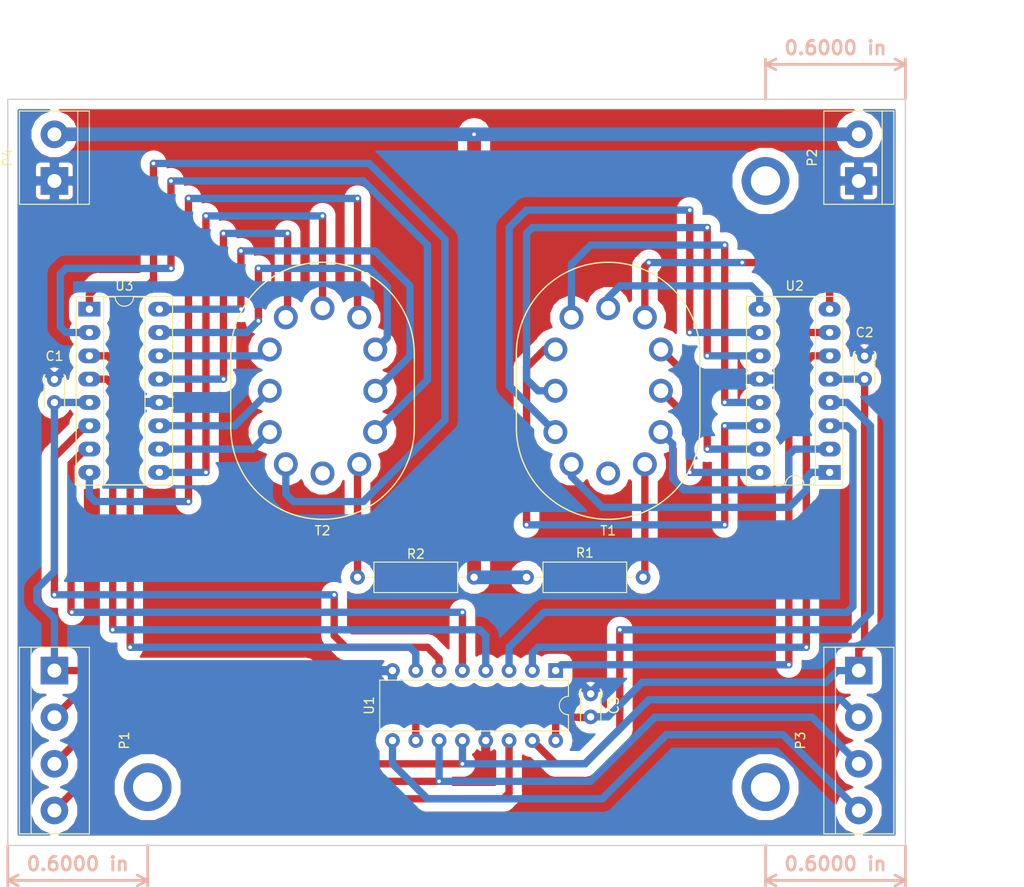
<source format=kicad_pcb>
(kicad_pcb (version 20171130) (host pcbnew 5.0.2+dfsg1-1)

  (general
    (thickness 1.6)
    (drawings 9)
    (tracks 301)
    (zones 0)
    (modules 17)
    (nets 40)
  )

  (page A4)
  (layers
    (0 F.Cu signal)
    (31 B.Cu signal)
    (32 B.Adhes user)
    (33 F.Adhes user)
    (34 B.Paste user)
    (35 F.Paste user)
    (36 B.SilkS user)
    (37 F.SilkS user)
    (38 B.Mask user)
    (39 F.Mask user)
    (40 Dwgs.User user)
    (41 Cmts.User user)
    (42 Eco1.User user)
    (43 Eco2.User user)
    (44 Edge.Cuts user)
    (45 Margin user)
    (46 B.CrtYd user)
    (47 F.CrtYd user)
    (48 B.Fab user)
    (49 F.Fab user)
  )

  (setup
    (last_trace_width 1.5)
    (user_trace_width 0.8)
    (user_trace_width 1.27)
    (user_trace_width 1.5)
    (trace_clearance 0.2)
    (zone_clearance 1)
    (zone_45_only no)
    (trace_min 0.2)
    (segment_width 0.2)
    (edge_width 0.15)
    (via_size 0.8)
    (via_drill 0.4)
    (via_min_size 0.4)
    (via_min_drill 0.3)
    (user_via 0.8 0.4)
    (uvia_size 0.3)
    (uvia_drill 0.1)
    (uvias_allowed no)
    (uvia_min_size 0.2)
    (uvia_min_drill 0.1)
    (pcb_text_width 0.3)
    (pcb_text_size 1.5 1.5)
    (mod_edge_width 0.15)
    (mod_text_size 1 1)
    (mod_text_width 0.15)
    (pad_size 5.2 5.2)
    (pad_drill 3.2)
    (pad_to_mask_clearance 0.2)
    (solder_mask_min_width 0.25)
    (aux_axis_origin 22.86 38.1)
    (visible_elements 7FFFFFFF)
    (pcbplotparams
      (layerselection 0x010f0_80000001)
      (usegerberextensions true)
      (usegerberattributes false)
      (usegerberadvancedattributes false)
      (creategerberjobfile false)
      (excludeedgelayer true)
      (linewidth 0.100000)
      (plotframeref false)
      (viasonmask false)
      (mode 1)
      (useauxorigin true)
      (hpglpennumber 1)
      (hpglpenspeed 20)
      (hpglpendiameter 15.000000)
      (psnegative false)
      (psa4output false)
      (plotreference true)
      (plotvalue true)
      (plotinvisibletext false)
      (padsonsilk false)
      (subtractmaskfromsilk true)
      (outputformat 1)
      (mirror false)
      (drillshape 0)
      (scaleselection 1)
      (outputdirectory "gerber/"))
  )

  (net 0 "")
  (net 1 GND)
  (net 2 +5V)
  (net 3 RCLK)
  (net 4 SCLK)
  (net 5 SerialIn)
  (net 6 HV)
  (net 7 SerialOut)
  (net 8 "Net-(R1-Pad2)")
  (net 9 "Net-(R2-Pad2)")
  (net 10 "Net-(T1-Pad12)")
  (net 11 "Net-(T1-Pad6)")
  (net 12 "Net-(T1-Pad9)")
  (net 13 "Net-(T1-Pad3)")
  (net 14 "Net-(T1-Pad4)")
  (net 15 "Net-(T1-Pad2)")
  (net 16 "Net-(T1-Pad10)")
  (net 17 "Net-(T1-Pad8)")
  (net 18 "Net-(T1-Pad5)")
  (net 19 "Net-(T1-Pad7)")
  (net 20 "Net-(T1-Pad11)")
  (net 21 "Net-(T2-Pad12)")
  (net 22 "Net-(T2-Pad6)")
  (net 23 "Net-(T2-Pad9)")
  (net 24 "Net-(T2-Pad3)")
  (net 25 "Net-(T2-Pad4)")
  (net 26 "Net-(T2-Pad2)")
  (net 27 "Net-(T2-Pad10)")
  (net 28 "Net-(T2-Pad8)")
  (net 29 "Net-(T2-Pad5)")
  (net 30 "Net-(T2-Pad7)")
  (net 31 "Net-(T2-Pad11)")
  (net 32 "Net-(U1-Pad1)")
  (net 33 "Net-(U1-Pad2)")
  (net 34 "Net-(U1-Pad3)")
  (net 35 "Net-(U1-Pad4)")
  (net 36 "Net-(U1-Pad5)")
  (net 37 "Net-(U1-Pad6)")
  (net 38 "Net-(U1-Pad7)")
  (net 39 "Net-(U1-Pad15)")

  (net_class Default "Dies ist die voreingestellte Netzklasse."
    (clearance 0.2)
    (trace_width 0.25)
    (via_dia 0.8)
    (via_drill 0.4)
    (uvia_dia 0.3)
    (uvia_drill 0.1)
    (add_net +5V)
    (add_net GND)
    (add_net HV)
    (add_net "Net-(R1-Pad2)")
    (add_net "Net-(R2-Pad2)")
    (add_net "Net-(T1-Pad10)")
    (add_net "Net-(T1-Pad11)")
    (add_net "Net-(T1-Pad12)")
    (add_net "Net-(T1-Pad2)")
    (add_net "Net-(T1-Pad3)")
    (add_net "Net-(T1-Pad4)")
    (add_net "Net-(T1-Pad5)")
    (add_net "Net-(T1-Pad6)")
    (add_net "Net-(T1-Pad7)")
    (add_net "Net-(T1-Pad8)")
    (add_net "Net-(T1-Pad9)")
    (add_net "Net-(T2-Pad10)")
    (add_net "Net-(T2-Pad11)")
    (add_net "Net-(T2-Pad12)")
    (add_net "Net-(T2-Pad2)")
    (add_net "Net-(T2-Pad3)")
    (add_net "Net-(T2-Pad4)")
    (add_net "Net-(T2-Pad5)")
    (add_net "Net-(T2-Pad6)")
    (add_net "Net-(T2-Pad7)")
    (add_net "Net-(T2-Pad8)")
    (add_net "Net-(T2-Pad9)")
    (add_net "Net-(U1-Pad1)")
    (add_net "Net-(U1-Pad15)")
    (add_net "Net-(U1-Pad2)")
    (add_net "Net-(U1-Pad3)")
    (add_net "Net-(U1-Pad4)")
    (add_net "Net-(U1-Pad5)")
    (add_net "Net-(U1-Pad6)")
    (add_net "Net-(U1-Pad7)")
    (add_net RCLK)
    (add_net SCLK)
    (add_net SerialIn)
    (add_net SerialOut)
  )

  (module Connector_Pin:Pin_D1.0mm_L10.0mm (layer F.Cu) (tedit 5E05FE64) (tstamp 5E12773F)
    (at 105.41 113.03)
    (descr "solder Pin_ diameter 1.0mm, hole diameter 1.0mm (press fit), length 10.0mm")
    (tags "solder Pin_ press fit")
    (fp_text reference "" (at 0 2.25) (layer F.SilkS)
      (effects (font (size 1 1) (thickness 0.15)))
    )
    (fp_text value "" (at 0 -2.05) (layer F.Fab)
      (effects (font (size 1 1) (thickness 0.15)))
    )
    (fp_text user %R (at 0 2.25) (layer F.Fab)
      (effects (font (size 1 1) (thickness 0.15)))
    )
    (fp_circle (center 0 0) (end 1.5 0) (layer F.CrtYd) (width 0.05))
    (fp_circle (center 0 0) (end 0.5 0) (layer F.Fab) (width 0.12))
    (fp_circle (center 0 0) (end 1 0) (layer F.Fab) (width 0.12))
    (fp_circle (center 0 0) (end 1.25 0.05) (layer F.SilkS) (width 0.12))
    (pad 1 thru_hole circle (at 0 0) (size 5.2 5.2) (drill 3.2) (layers *.Cu *.Mask))
    (model ${KISYS3DMOD}/Connector_Pin.3dshapes/Pin_D1.0mm_L10.0mm.wrl
      (at (xyz 0 0 0))
      (scale (xyz 1 1 1))
      (rotate (xyz 0 0 0))
    )
  )

  (module Connect:bornier4 (layer F.Cu) (tedit 587FD5E4) (tstamp 58A9FE97)
    (at 115.57 100.33 270)
    (descr "Bornier d'alimentation 4 pins")
    (tags DEV)
    (path /58A9FE03)
    (fp_text reference P3 (at 7.62 6.35 270) (layer F.SilkS)
      (effects (font (size 1 1) (thickness 0.15)))
    )
    (fp_text value CONN_01X04 (at 7.6 4.75 90) (layer F.Fab)
      (effects (font (size 1 1) (thickness 0.15)))
    )
    (fp_line (start -2.48 2.55) (end 17.72 2.55) (layer F.Fab) (width 0.1))
    (fp_line (start -2.43 3.75) (end -2.48 3.75) (layer F.Fab) (width 0.1))
    (fp_line (start -2.48 3.75) (end -2.48 -3.75) (layer F.Fab) (width 0.1))
    (fp_line (start -2.48 -3.75) (end 17.72 -3.75) (layer F.Fab) (width 0.1))
    (fp_line (start 17.72 -3.75) (end 17.72 3.75) (layer F.Fab) (width 0.1))
    (fp_line (start 17.72 3.75) (end -2.43 3.75) (layer F.Fab) (width 0.1))
    (fp_line (start -2.54 -3.81) (end -2.54 3.81) (layer F.SilkS) (width 0.12))
    (fp_line (start 17.78 3.81) (end 17.78 -3.81) (layer F.SilkS) (width 0.12))
    (fp_line (start 17.78 2.54) (end -2.54 2.54) (layer F.SilkS) (width 0.12))
    (fp_line (start -2.54 -3.81) (end 17.78 -3.81) (layer F.SilkS) (width 0.12))
    (fp_line (start -2.54 3.81) (end 17.78 3.81) (layer F.SilkS) (width 0.12))
    (fp_line (start -2.73 -4) (end 17.97 -4) (layer F.CrtYd) (width 0.05))
    (fp_line (start -2.73 -4) (end -2.73 4) (layer F.CrtYd) (width 0.05))
    (fp_line (start 17.97 4) (end 17.97 -4) (layer F.CrtYd) (width 0.05))
    (fp_line (start 17.97 4) (end -2.73 4) (layer F.CrtYd) (width 0.05))
    (pad 2 thru_hole circle (at 5.08 0 270) (size 3 3) (drill 1.52) (layers *.Cu *.Mask)
      (net 3 RCLK))
    (pad 3 thru_hole circle (at 10.16 0 270) (size 3 3) (drill 1.52) (layers *.Cu *.Mask)
      (net 4 SCLK))
    (pad 1 thru_hole rect (at 0 0 270) (size 3 3) (drill 1.52) (layers *.Cu *.Mask)
      (net 2 +5V))
    (pad 4 thru_hole circle (at 15.24 0 270) (size 3 3) (drill 1.52) (layers *.Cu *.Mask)
      (net 7 SerialOut))
    (model Connectors.3dshapes/bornier4.wrl
      (at (xyz 0 0 0))
      (scale (xyz 1 1 1))
      (rotate (xyz 0 0 0))
    )
  )

  (module Connector_Pin:Pin_D1.0mm_L10.0mm (layer F.Cu) (tedit 5E05FE64) (tstamp 5E127597)
    (at 38.1 113.03)
    (descr "solder Pin_ diameter 1.0mm, hole diameter 1.0mm (press fit), length 10.0mm")
    (tags "solder Pin_ press fit")
    (fp_text reference "" (at 0 2.25) (layer F.SilkS)
      (effects (font (size 1 1) (thickness 0.15)))
    )
    (fp_text value "" (at 0 -2.05) (layer F.Fab)
      (effects (font (size 1 1) (thickness 0.15)))
    )
    (fp_text user %R (at 0 2.25) (layer F.Fab)
      (effects (font (size 1 1) (thickness 0.15)))
    )
    (fp_circle (center 0 0) (end 1.5 0) (layer F.CrtYd) (width 0.05))
    (fp_circle (center 0 0) (end 0.5 0) (layer F.Fab) (width 0.12))
    (fp_circle (center 0 0) (end 1 0) (layer F.Fab) (width 0.12))
    (fp_circle (center 0 0) (end 1.25 0.05) (layer F.SilkS) (width 0.12))
    (pad 1 thru_hole circle (at 0 0) (size 5.2 5.2) (drill 3.2) (layers *.Cu *.Mask))
    (model ${KISYS3DMOD}/Connector_Pin.3dshapes/Pin_D1.0mm_L10.0mm.wrl
      (at (xyz 0 0 0))
      (scale (xyz 1 1 1))
      (rotate (xyz 0 0 0))
    )
  )

  (module Package_DIP:DIP-16_W7.62mm_Socket_LongPads (layer F.Cu) (tedit 5A02E8C5) (tstamp 5E341638)
    (at 112.395 78.74 180)
    (descr "16-lead though-hole mounted DIP package, row spacing 7.62 mm (300 mils), Socket, LongPads")
    (tags "THT DIP DIL PDIP 2.54mm 7.62mm 300mil Socket LongPads")
    (path /5E09BA38)
    (fp_text reference U2 (at 3.81 20.32 180) (layer F.SilkS)
      (effects (font (size 1 1) (thickness 0.15)))
    )
    (fp_text value 74141 (at 3.81 -2.54 180) (layer F.Fab)
      (effects (font (size 1 1) (thickness 0.15)))
    )
    (fp_arc (start 3.81 -1.33) (end 2.81 -1.33) (angle -180) (layer F.SilkS) (width 0.12))
    (fp_line (start 1.635 -1.27) (end 6.985 -1.27) (layer F.Fab) (width 0.1))
    (fp_line (start 6.985 -1.27) (end 6.985 19.05) (layer F.Fab) (width 0.1))
    (fp_line (start 6.985 19.05) (end 0.635 19.05) (layer F.Fab) (width 0.1))
    (fp_line (start 0.635 19.05) (end 0.635 -0.27) (layer F.Fab) (width 0.1))
    (fp_line (start 0.635 -0.27) (end 1.635 -1.27) (layer F.Fab) (width 0.1))
    (fp_line (start -1.27 -1.33) (end -1.27 19.11) (layer F.Fab) (width 0.1))
    (fp_line (start -1.27 19.11) (end 8.89 19.11) (layer F.Fab) (width 0.1))
    (fp_line (start 8.89 19.11) (end 8.89 -1.33) (layer F.Fab) (width 0.1))
    (fp_line (start 8.89 -1.33) (end -1.27 -1.33) (layer F.Fab) (width 0.1))
    (fp_line (start 2.81 -1.33) (end 1.56 -1.33) (layer F.SilkS) (width 0.12))
    (fp_line (start 1.56 -1.33) (end 1.56 19.11) (layer F.SilkS) (width 0.12))
    (fp_line (start 1.56 19.11) (end 6.06 19.11) (layer F.SilkS) (width 0.12))
    (fp_line (start 6.06 19.11) (end 6.06 -1.33) (layer F.SilkS) (width 0.12))
    (fp_line (start 6.06 -1.33) (end 4.81 -1.33) (layer F.SilkS) (width 0.12))
    (fp_line (start -1.44 -1.39) (end -1.44 19.17) (layer F.SilkS) (width 0.12))
    (fp_line (start -1.44 19.17) (end 9.06 19.17) (layer F.SilkS) (width 0.12))
    (fp_line (start 9.06 19.17) (end 9.06 -1.39) (layer F.SilkS) (width 0.12))
    (fp_line (start 9.06 -1.39) (end -1.44 -1.39) (layer F.SilkS) (width 0.12))
    (fp_line (start -1.55 -1.6) (end -1.55 19.4) (layer F.CrtYd) (width 0.05))
    (fp_line (start -1.55 19.4) (end 9.15 19.4) (layer F.CrtYd) (width 0.05))
    (fp_line (start 9.15 19.4) (end 9.15 -1.6) (layer F.CrtYd) (width 0.05))
    (fp_line (start 9.15 -1.6) (end -1.55 -1.6) (layer F.CrtYd) (width 0.05))
    (fp_text user %R (at 3.81 8.89 180) (layer F.Fab)
      (effects (font (size 1 1) (thickness 0.15)))
    )
    (pad 1 thru_hole rect (at 0 0 180) (size 2.4 1.6) (drill 0.8) (layers *.Cu *.Mask)
      (net 20 "Net-(T1-Pad11)"))
    (pad 9 thru_hole oval (at 7.62 17.78 180) (size 2.4 1.6) (drill 0.8) (layers *.Cu *.Mask)
      (net 11 "Net-(T1-Pad6)"))
    (pad 2 thru_hole oval (at 0 2.54 180) (size 2.4 1.6) (drill 0.8) (layers *.Cu *.Mask)
      (net 15 "Net-(T1-Pad2)"))
    (pad 10 thru_hole oval (at 7.62 15.24 180) (size 2.4 1.6) (drill 0.8) (layers *.Cu *.Mask)
      (net 16 "Net-(T1-Pad10)"))
    (pad 3 thru_hole oval (at 0 5.08 180) (size 2.4 1.6) (drill 0.8) (layers *.Cu *.Mask)
      (net 34 "Net-(U1-Pad3)"))
    (pad 11 thru_hole oval (at 7.62 12.7 180) (size 2.4 1.6) (drill 0.8) (layers *.Cu *.Mask)
      (net 12 "Net-(T1-Pad9)"))
    (pad 4 thru_hole oval (at 0 7.62 180) (size 2.4 1.6) (drill 0.8) (layers *.Cu *.Mask)
      (net 39 "Net-(U1-Pad15)"))
    (pad 12 thru_hole oval (at 7.62 10.16 180) (size 2.4 1.6) (drill 0.8) (layers *.Cu *.Mask)
      (net 1 GND))
    (pad 5 thru_hole oval (at 0 10.16 180) (size 2.4 1.6) (drill 0.8) (layers *.Cu *.Mask)
      (net 2 +5V))
    (pad 13 thru_hole oval (at 7.62 7.62 180) (size 2.4 1.6) (drill 0.8) (layers *.Cu *.Mask)
      (net 19 "Net-(T1-Pad7)"))
    (pad 6 thru_hole oval (at 0 12.7 180) (size 2.4 1.6) (drill 0.8) (layers *.Cu *.Mask)
      (net 33 "Net-(U1-Pad2)"))
    (pad 14 thru_hole oval (at 7.62 5.08 180) (size 2.4 1.6) (drill 0.8) (layers *.Cu *.Mask)
      (net 17 "Net-(T1-Pad8)"))
    (pad 7 thru_hole oval (at 0 15.24 180) (size 2.4 1.6) (drill 0.8) (layers *.Cu *.Mask)
      (net 32 "Net-(U1-Pad1)"))
    (pad 15 thru_hole oval (at 7.62 2.54 180) (size 2.4 1.6) (drill 0.8) (layers *.Cu *.Mask)
      (net 14 "Net-(T1-Pad4)"))
    (pad 8 thru_hole oval (at 0 17.78 180) (size 2.4 1.6) (drill 0.8) (layers *.Cu *.Mask)
      (net 18 "Net-(T1-Pad5)"))
    (pad 16 thru_hole oval (at 7.62 0 180) (size 2.4 1.6) (drill 0.8) (layers *.Cu *.Mask)
      (net 13 "Net-(T1-Pad3)"))
    (model ${KISYS3DMOD}/Package_DIP.3dshapes/DIP-16_W7.62mm_Socket.wrl
      (at (xyz 0 0 0))
      (scale (xyz 1 1 1))
      (rotate (xyz 0 0 0))
    )
  )

  (module Nixie:IN-12B (layer F.Cu) (tedit 5E0546D3) (tstamp 5E341621)
    (at 57.15 69.85)
    (path /58A86A37)
    (fp_text reference T2 (at 0 15.24) (layer F.SilkS)
      (effects (font (size 1 1) (thickness 0.15)))
    )
    (fp_text value IN12b (at 0 -1.27) (layer F.Fab)
      (effects (font (size 1 1) (thickness 0.15)))
    )
    (fp_line (start 10 -4) (end 10 4) (layer F.SilkS) (width 0.15))
    (fp_line (start -10 -4) (end -10 4) (layer F.SilkS) (width 0.15))
    (fp_arc (start 0 4) (end 10 4) (angle 90) (layer F.SilkS) (width 0.15))
    (fp_arc (start 0 4) (end 0 14) (angle 90) (layer F.SilkS) (width 0.15))
    (fp_arc (start 0 -4) (end 0 -14) (angle 90) (layer F.SilkS) (width 0.15))
    (fp_arc (start 0 -4) (end -10 -4) (angle 90) (layer F.SilkS) (width 0.15))
    (fp_circle (center 0 0) (end 3 -2) (layer F.SilkS) (width 0.15))
    (pad 6 thru_hole circle (at 0 -9) (size 2.6 2.6) (drill 1.6) (layers *.Cu *.Mask)
      (net 22 "Net-(T2-Pad6)"))
    (pad 12 thru_hole circle (at 0 9) (size 2.6 2.6) (drill 1.6) (layers *.Cu *.Mask)
      (net 21 "Net-(T2-Pad12)"))
    (pad 3 thru_hole circle (at 5.75 0) (size 2.6 2.6) (drill 1.6) (layers *.Cu *.Mask)
      (net 24 "Net-(T2-Pad3)"))
    (pad 9 thru_hole circle (at -5.75 0) (size 2.6 2.6) (drill 1.6) (layers *.Cu *.Mask)
      (net 23 "Net-(T2-Pad9)"))
    (pad 10 thru_hole circle (at -5.75 4.5) (size 2.6 2.6) (drill 1.6) (layers *.Cu *.Mask)
      (net 27 "Net-(T2-Pad10)"))
    (pad 8 thru_hole circle (at -5.75 -4.5) (size 2.6 2.6) (drill 1.6) (layers *.Cu *.Mask)
      (net 28 "Net-(T2-Pad8)"))
    (pad 4 thru_hole circle (at 5.75 -4.5) (size 2.6 2.6) (drill 1.6) (layers *.Cu *.Mask)
      (net 25 "Net-(T2-Pad4)"))
    (pad 2 thru_hole circle (at 5.725 4.5) (size 2.6 2.6) (drill 1.6) (layers *.Cu *.Mask)
      (net 26 "Net-(T2-Pad2)"))
    (pad 11 thru_hole circle (at -4 8) (size 2.6 2.6) (drill 1.6) (layers *.Cu *.Mask)
      (net 31 "Net-(T2-Pad11)"))
    (pad 1 thru_hole circle (at 4 8) (size 2.6 2.6) (drill 1.6) (layers *.Cu *.Mask)
      (net 9 "Net-(R2-Pad2)"))
    (pad 5 thru_hole circle (at 4 -8) (size 2.6 2.6) (drill 1.6) (layers *.Cu *.Mask)
      (net 29 "Net-(T2-Pad5)"))
    (pad 7 thru_hole circle (at -4 -8) (size 2.6 2.6) (drill 1.6) (layers *.Cu *.Mask)
      (net 30 "Net-(T2-Pad7)"))
    (pad "" np_thru_hole circle (at 0 0) (size 8 8) (drill 8) (layers *.Cu *.Mask))
  )

  (module Resistors_ThroughHole:R_Axial_DIN0309_L9.0mm_D3.2mm_P12.70mm_Horizontal (layer F.Cu) (tedit 5874F706) (tstamp 5E341D72)
    (at 73.66 90.17 180)
    (descr "Resistor, Axial_DIN0309 series, Axial, Horizontal, pin pitch=12.7mm, 0.5W = 1/2W, length*diameter=9*3.2mm^2, http://cdn-reichelt.de/documents/datenblatt/B400/1_4W%23YAG.pdf")
    (tags "Resistor Axial_DIN0309 series Axial Horizontal pin pitch 12.7mm 0.5W = 1/2W length 9mm diameter 3.2mm")
    (path /58A86A4E)
    (fp_text reference R2 (at 6.35 2.54 180) (layer F.SilkS)
      (effects (font (size 1 1) (thickness 0.15)))
    )
    (fp_text value 12k (at 6.35 -2.54 180) (layer F.Fab)
      (effects (font (size 1 1) (thickness 0.15)))
    )
    (fp_line (start 1.85 -1.6) (end 1.85 1.6) (layer F.Fab) (width 0.1))
    (fp_line (start 1.85 1.6) (end 10.85 1.6) (layer F.Fab) (width 0.1))
    (fp_line (start 10.85 1.6) (end 10.85 -1.6) (layer F.Fab) (width 0.1))
    (fp_line (start 10.85 -1.6) (end 1.85 -1.6) (layer F.Fab) (width 0.1))
    (fp_line (start 0 0) (end 1.85 0) (layer F.Fab) (width 0.1))
    (fp_line (start 12.7 0) (end 10.85 0) (layer F.Fab) (width 0.1))
    (fp_line (start 1.79 -1.66) (end 1.79 1.66) (layer F.SilkS) (width 0.12))
    (fp_line (start 1.79 1.66) (end 10.91 1.66) (layer F.SilkS) (width 0.12))
    (fp_line (start 10.91 1.66) (end 10.91 -1.66) (layer F.SilkS) (width 0.12))
    (fp_line (start 10.91 -1.66) (end 1.79 -1.66) (layer F.SilkS) (width 0.12))
    (fp_line (start 0.98 0) (end 1.79 0) (layer F.SilkS) (width 0.12))
    (fp_line (start 11.72 0) (end 10.91 0) (layer F.SilkS) (width 0.12))
    (fp_line (start -1.05 -1.95) (end -1.05 1.95) (layer F.CrtYd) (width 0.05))
    (fp_line (start -1.05 1.95) (end 13.75 1.95) (layer F.CrtYd) (width 0.05))
    (fp_line (start 13.75 1.95) (end 13.75 -1.95) (layer F.CrtYd) (width 0.05))
    (fp_line (start 13.75 -1.95) (end -1.05 -1.95) (layer F.CrtYd) (width 0.05))
    (pad 1 thru_hole circle (at 0 0 180) (size 1.6 1.6) (drill 0.8) (layers *.Cu *.Mask)
      (net 6 HV))
    (pad 2 thru_hole oval (at 12.7 0 180) (size 1.6 1.6) (drill 0.8) (layers *.Cu *.Mask)
      (net 9 "Net-(R2-Pad2)"))
    (model Resistors_THT.3dshapes/R_Axial_DIN0309_L9.0mm_D3.2mm_P12.70mm_Horizontal.wrl
      (at (xyz 0 0 0))
      (scale (xyz 0.393701 0.393701 0.393701))
      (rotate (xyz 0 0 0))
    )
  )

  (module Capacitors_ThroughHole:C_Disc_D3.4mm_W2.1mm_P2.50mm (layer F.Cu) (tedit 58B1C98C) (tstamp 58A9FE81)
    (at 86.36 102.87 270)
    (descr "C, Disc series, Radial, pin pitch=2.50mm, , diameter*width=3.4*2.1mm^2, Capacitor, http://www.vishay.com/docs/45233/krseries.pdf")
    (tags "C Disc series Radial pin pitch 2.50mm  diameter 3.4mm width 2.1mm Capacitor")
    (path /58B1DA5F)
    (fp_text reference C3 (at 1.25 -2.54 270) (layer F.SilkS)
      (effects (font (size 1 1) (thickness 0.15)))
    )
    (fp_text value 100nF (at 1.25 -3.81 270) (layer F.Fab)
      (effects (font (size 1 1) (thickness 0.15)))
    )
    (fp_line (start -0.45 -1.05) (end -0.45 1.05) (layer F.Fab) (width 0.1))
    (fp_line (start -0.45 1.05) (end 2.95 1.05) (layer F.Fab) (width 0.1))
    (fp_line (start 2.95 1.05) (end 2.95 -1.05) (layer F.Fab) (width 0.1))
    (fp_line (start 2.95 -1.05) (end -0.45 -1.05) (layer F.Fab) (width 0.1))
    (fp_line (start -0.51 -1.11) (end 3.01 -1.11) (layer F.SilkS) (width 0.12))
    (fp_line (start -0.51 1.11) (end 3.01 1.11) (layer F.SilkS) (width 0.12))
    (fp_line (start -0.51 -1.11) (end -0.51 -0.996) (layer F.SilkS) (width 0.12))
    (fp_line (start -0.51 0.996) (end -0.51 1.11) (layer F.SilkS) (width 0.12))
    (fp_line (start 3.01 -1.11) (end 3.01 -0.996) (layer F.SilkS) (width 0.12))
    (fp_line (start 3.01 0.996) (end 3.01 1.11) (layer F.SilkS) (width 0.12))
    (fp_line (start -1.05 -1.4) (end -1.05 1.4) (layer F.CrtYd) (width 0.05))
    (fp_line (start -1.05 1.4) (end 3.55 1.4) (layer F.CrtYd) (width 0.05))
    (fp_line (start 3.55 1.4) (end 3.55 -1.4) (layer F.CrtYd) (width 0.05))
    (fp_line (start 3.55 -1.4) (end -1.05 -1.4) (layer F.CrtYd) (width 0.05))
    (pad 1 thru_hole circle (at 0 0 270) (size 1.6 1.6) (drill 0.8) (layers *.Cu *.Mask)
      (net 1 GND))
    (pad 2 thru_hole circle (at 2.5 0 270) (size 1.6 1.6) (drill 0.8) (layers *.Cu *.Mask)
      (net 2 +5V))
    (model Capacitors_THT.3dshapes/C_Disc_D3.4mm_W2.1mm_P2.50mm.wrl
      (at (xyz 0 0 0))
      (scale (xyz 0.393701 0.393701 0.393701))
      (rotate (xyz 0 0 0))
    )
  )

  (module Connect:bornier4 (layer F.Cu) (tedit 587FD5E4) (tstamp 58A9FE89)
    (at 27.94 100.33 270)
    (descr "Bornier d'alimentation 4 pins")
    (tags DEV)
    (path /58A9FE8F)
    (fp_text reference P1 (at 7.62 -7.62 270) (layer F.SilkS)
      (effects (font (size 1 1) (thickness 0.15)))
    )
    (fp_text value CONN_01X04 (at 7.62 -5.08 270) (layer F.Fab)
      (effects (font (size 1 1) (thickness 0.15)))
    )
    (fp_line (start -2.48 2.55) (end 17.72 2.55) (layer F.Fab) (width 0.1))
    (fp_line (start -2.43 3.75) (end -2.48 3.75) (layer F.Fab) (width 0.1))
    (fp_line (start -2.48 3.75) (end -2.48 -3.75) (layer F.Fab) (width 0.1))
    (fp_line (start -2.48 -3.75) (end 17.72 -3.75) (layer F.Fab) (width 0.1))
    (fp_line (start 17.72 -3.75) (end 17.72 3.75) (layer F.Fab) (width 0.1))
    (fp_line (start 17.72 3.75) (end -2.43 3.75) (layer F.Fab) (width 0.1))
    (fp_line (start -2.54 -3.81) (end -2.54 3.81) (layer F.SilkS) (width 0.12))
    (fp_line (start 17.78 3.81) (end 17.78 -3.81) (layer F.SilkS) (width 0.12))
    (fp_line (start 17.78 2.54) (end -2.54 2.54) (layer F.SilkS) (width 0.12))
    (fp_line (start -2.54 -3.81) (end 17.78 -3.81) (layer F.SilkS) (width 0.12))
    (fp_line (start -2.54 3.81) (end 17.78 3.81) (layer F.SilkS) (width 0.12))
    (fp_line (start -2.73 -4) (end 17.97 -4) (layer F.CrtYd) (width 0.05))
    (fp_line (start -2.73 -4) (end -2.73 4) (layer F.CrtYd) (width 0.05))
    (fp_line (start 17.97 4) (end 17.97 -4) (layer F.CrtYd) (width 0.05))
    (fp_line (start 17.97 4) (end -2.73 4) (layer F.CrtYd) (width 0.05))
    (pad 2 thru_hole circle (at 5.08 0 270) (size 3 3) (drill 1.52) (layers *.Cu *.Mask)
      (net 3 RCLK))
    (pad 3 thru_hole circle (at 10.16 0 270) (size 3 3) (drill 1.52) (layers *.Cu *.Mask)
      (net 4 SCLK))
    (pad 1 thru_hole rect (at 0 0 270) (size 3 3) (drill 1.52) (layers *.Cu *.Mask)
      (net 2 +5V))
    (pad 4 thru_hole circle (at 15.24 0 270) (size 3 3) (drill 1.52) (layers *.Cu *.Mask)
      (net 5 SerialIn))
    (model Connectors.3dshapes/bornier4.wrl
      (at (xyz 0 0 0))
      (scale (xyz 1 1 1))
      (rotate (xyz 0 0 0))
    )
  )

  (module Connect:bornier2 (layer F.Cu) (tedit 587FD522) (tstamp 58A9FE8F)
    (at 115.57 46.99 90)
    (descr "Bornier d'alimentation 2 pins")
    (tags DEV)
    (path /58A9FC7D)
    (fp_text reference P2 (at 2.54 -5.08 90) (layer F.SilkS)
      (effects (font (size 1 1) (thickness 0.15)))
    )
    (fp_text value CONN_01X02 (at 2.54 5.08 90) (layer F.Fab)
      (effects (font (size 1 1) (thickness 0.15)))
    )
    (fp_line (start -2.41 2.55) (end 7.49 2.55) (layer F.Fab) (width 0.1))
    (fp_line (start -2.46 -3.75) (end -2.46 3.75) (layer F.Fab) (width 0.1))
    (fp_line (start -2.46 3.75) (end 7.54 3.75) (layer F.Fab) (width 0.1))
    (fp_line (start 7.54 3.75) (end 7.54 -3.75) (layer F.Fab) (width 0.1))
    (fp_line (start 7.54 -3.75) (end -2.46 -3.75) (layer F.Fab) (width 0.1))
    (fp_line (start 7.62 2.54) (end -2.54 2.54) (layer F.SilkS) (width 0.12))
    (fp_line (start 7.62 3.81) (end 7.62 -3.81) (layer F.SilkS) (width 0.12))
    (fp_line (start 7.62 -3.81) (end -2.54 -3.81) (layer F.SilkS) (width 0.12))
    (fp_line (start -2.54 -3.81) (end -2.54 3.81) (layer F.SilkS) (width 0.12))
    (fp_line (start -2.54 3.81) (end 7.62 3.81) (layer F.SilkS) (width 0.12))
    (fp_line (start -2.71 -4) (end 7.79 -4) (layer F.CrtYd) (width 0.05))
    (fp_line (start -2.71 -4) (end -2.71 4) (layer F.CrtYd) (width 0.05))
    (fp_line (start 7.79 4) (end 7.79 -4) (layer F.CrtYd) (width 0.05))
    (fp_line (start 7.79 4) (end -2.71 4) (layer F.CrtYd) (width 0.05))
    (pad 1 thru_hole rect (at 0 0 90) (size 3 3) (drill 1.52) (layers *.Cu *.Mask)
      (net 1 GND))
    (pad 2 thru_hole circle (at 5.08 0 90) (size 3 3) (drill 1.52) (layers *.Cu *.Mask)
      (net 6 HV))
    (model Connectors.3dshapes/bornier2.wrl
      (at (xyz 0 0 0))
      (scale (xyz 1 1 1))
      (rotate (xyz 0 0 0))
    )
  )

  (module Connect:bornier2 (layer F.Cu) (tedit 587FD522) (tstamp 5E060614)
    (at 27.94 46.99 90)
    (descr "Bornier d'alimentation 2 pins")
    (tags DEV)
    (path /58A9FCD0)
    (fp_text reference P4 (at 2.54 -5.08 90) (layer F.SilkS)
      (effects (font (size 1 1) (thickness 0.15)))
    )
    (fp_text value CONN_01X02 (at 2.54 5.08 90) (layer F.Fab)
      (effects (font (size 1 1) (thickness 0.15)))
    )
    (fp_line (start -2.41 2.55) (end 7.49 2.55) (layer F.Fab) (width 0.1))
    (fp_line (start -2.46 -3.75) (end -2.46 3.75) (layer F.Fab) (width 0.1))
    (fp_line (start -2.46 3.75) (end 7.54 3.75) (layer F.Fab) (width 0.1))
    (fp_line (start 7.54 3.75) (end 7.54 -3.75) (layer F.Fab) (width 0.1))
    (fp_line (start 7.54 -3.75) (end -2.46 -3.75) (layer F.Fab) (width 0.1))
    (fp_line (start 7.62 2.54) (end -2.54 2.54) (layer F.SilkS) (width 0.12))
    (fp_line (start 7.62 3.81) (end 7.62 -3.81) (layer F.SilkS) (width 0.12))
    (fp_line (start 7.62 -3.81) (end -2.54 -3.81) (layer F.SilkS) (width 0.12))
    (fp_line (start -2.54 -3.81) (end -2.54 3.81) (layer F.SilkS) (width 0.12))
    (fp_line (start -2.54 3.81) (end 7.62 3.81) (layer F.SilkS) (width 0.12))
    (fp_line (start -2.71 -4) (end 7.79 -4) (layer F.CrtYd) (width 0.05))
    (fp_line (start -2.71 -4) (end -2.71 4) (layer F.CrtYd) (width 0.05))
    (fp_line (start 7.79 4) (end 7.79 -4) (layer F.CrtYd) (width 0.05))
    (fp_line (start 7.79 4) (end -2.71 4) (layer F.CrtYd) (width 0.05))
    (pad 1 thru_hole rect (at 0 0 90) (size 3 3) (drill 1.52) (layers *.Cu *.Mask)
      (net 1 GND))
    (pad 2 thru_hole circle (at 5.08 0 90) (size 3 3) (drill 1.52) (layers *.Cu *.Mask)
      (net 6 HV))
    (model Connectors.3dshapes/bornier2.wrl
      (at (xyz 0 0 0))
      (scale (xyz 1 1 1))
      (rotate (xyz 0 0 0))
    )
  )

  (module Resistors_ThroughHole:R_Axial_DIN0309_L9.0mm_D3.2mm_P12.70mm_Horizontal (layer F.Cu) (tedit 5874F706) (tstamp 58A9FEA3)
    (at 79.375 90.17)
    (descr "Resistor, Axial_DIN0309 series, Axial, Horizontal, pin pitch=12.7mm, 0.5W = 1/2W, length*diameter=9*3.2mm^2, http://cdn-reichelt.de/documents/datenblatt/B400/1_4W%23YAG.pdf")
    (tags "Resistor Axial_DIN0309 series Axial Horizontal pin pitch 12.7mm 0.5W = 1/2W length 9mm diameter 3.2mm")
    (path /58A863E1)
    (fp_text reference R1 (at 6.35 -2.66) (layer F.SilkS)
      (effects (font (size 1 1) (thickness 0.15)))
    )
    (fp_text value 12k (at 6.35 2.66) (layer F.Fab)
      (effects (font (size 1 1) (thickness 0.15)))
    )
    (fp_line (start 1.85 -1.6) (end 1.85 1.6) (layer F.Fab) (width 0.1))
    (fp_line (start 1.85 1.6) (end 10.85 1.6) (layer F.Fab) (width 0.1))
    (fp_line (start 10.85 1.6) (end 10.85 -1.6) (layer F.Fab) (width 0.1))
    (fp_line (start 10.85 -1.6) (end 1.85 -1.6) (layer F.Fab) (width 0.1))
    (fp_line (start 0 0) (end 1.85 0) (layer F.Fab) (width 0.1))
    (fp_line (start 12.7 0) (end 10.85 0) (layer F.Fab) (width 0.1))
    (fp_line (start 1.79 -1.66) (end 1.79 1.66) (layer F.SilkS) (width 0.12))
    (fp_line (start 1.79 1.66) (end 10.91 1.66) (layer F.SilkS) (width 0.12))
    (fp_line (start 10.91 1.66) (end 10.91 -1.66) (layer F.SilkS) (width 0.12))
    (fp_line (start 10.91 -1.66) (end 1.79 -1.66) (layer F.SilkS) (width 0.12))
    (fp_line (start 0.98 0) (end 1.79 0) (layer F.SilkS) (width 0.12))
    (fp_line (start 11.72 0) (end 10.91 0) (layer F.SilkS) (width 0.12))
    (fp_line (start -1.05 -1.95) (end -1.05 1.95) (layer F.CrtYd) (width 0.05))
    (fp_line (start -1.05 1.95) (end 13.75 1.95) (layer F.CrtYd) (width 0.05))
    (fp_line (start 13.75 1.95) (end 13.75 -1.95) (layer F.CrtYd) (width 0.05))
    (fp_line (start 13.75 -1.95) (end -1.05 -1.95) (layer F.CrtYd) (width 0.05))
    (pad 1 thru_hole circle (at 0 0) (size 1.6 1.6) (drill 0.8) (layers *.Cu *.Mask)
      (net 6 HV))
    (pad 2 thru_hole oval (at 12.7 0) (size 1.6 1.6) (drill 0.8) (layers *.Cu *.Mask)
      (net 8 "Net-(R1-Pad2)"))
    (model Resistors_THT.3dshapes/R_Axial_DIN0309_L9.0mm_D3.2mm_P12.70mm_Horizontal.wrl
      (at (xyz 0 0 0))
      (scale (xyz 0.393701 0.393701 0.393701))
      (rotate (xyz 0 0 0))
    )
  )

  (module Housings_DIP:DIP-16_W7.62mm (layer F.Cu) (tedit 58B2EA63) (tstamp 58A9FEDD)
    (at 82.55 100.33 270)
    (descr "16-lead dip package, row spacing 7.62 mm (300 mils)")
    (tags "DIL DIP PDIP 2.54mm 7.62mm 300mil")
    (path /58A88364)
    (fp_text reference U1 (at 3.81 20.32 270) (layer F.SilkS)
      (effects (font (size 1 1) (thickness 0.15)))
    )
    (fp_text value 74HC595 (at 3.81 20.17 270) (layer F.Fab)
      (effects (font (size 1 1) (thickness 0.15)))
    )
    (fp_arc (start 3.81 -1.39) (end 2.81 -1.39) (angle -180) (layer F.SilkS) (width 0.12))
    (fp_line (start 1.635 -1.27) (end 6.985 -1.27) (layer F.Fab) (width 0.1))
    (fp_line (start 6.985 -1.27) (end 6.985 19.05) (layer F.Fab) (width 0.1))
    (fp_line (start 6.985 19.05) (end 0.635 19.05) (layer F.Fab) (width 0.1))
    (fp_line (start 0.635 19.05) (end 0.635 -0.27) (layer F.Fab) (width 0.1))
    (fp_line (start 0.635 -0.27) (end 1.635 -1.27) (layer F.Fab) (width 0.1))
    (fp_line (start 2.81 -1.39) (end 1.04 -1.39) (layer F.SilkS) (width 0.12))
    (fp_line (start 1.04 -1.39) (end 1.04 19.17) (layer F.SilkS) (width 0.12))
    (fp_line (start 1.04 19.17) (end 6.58 19.17) (layer F.SilkS) (width 0.12))
    (fp_line (start 6.58 19.17) (end 6.58 -1.39) (layer F.SilkS) (width 0.12))
    (fp_line (start 6.58 -1.39) (end 4.81 -1.39) (layer F.SilkS) (width 0.12))
    (fp_line (start -1.1 -1.6) (end -1.1 19.3) (layer F.CrtYd) (width 0.05))
    (fp_line (start -1.1 19.3) (end 8.7 19.3) (layer F.CrtYd) (width 0.05))
    (fp_line (start 8.7 19.3) (end 8.7 -1.6) (layer F.CrtYd) (width 0.05))
    (fp_line (start 8.7 -1.6) (end -1.1 -1.6) (layer F.CrtYd) (width 0.05))
    (pad 1 thru_hole rect (at 0 0 270) (size 1.6 1.6) (drill 0.8) (layers *.Cu *.Mask)
      (net 32 "Net-(U1-Pad1)"))
    (pad 9 thru_hole oval (at 7.62 17.78 270) (size 1.6 1.6) (drill 0.8) (layers *.Cu *.Mask)
      (net 7 SerialOut))
    (pad 2 thru_hole oval (at 0 2.54 270) (size 1.6 1.6) (drill 0.8) (layers *.Cu *.Mask)
      (net 33 "Net-(U1-Pad2)"))
    (pad 10 thru_hole oval (at 7.62 15.24 270) (size 1.6 1.6) (drill 0.8) (layers *.Cu *.Mask)
      (net 2 +5V))
    (pad 3 thru_hole oval (at 0 5.08 270) (size 1.6 1.6) (drill 0.8) (layers *.Cu *.Mask)
      (net 34 "Net-(U1-Pad3)"))
    (pad 11 thru_hole oval (at 7.62 12.7 270) (size 1.6 1.6) (drill 0.8) (layers *.Cu *.Mask)
      (net 4 SCLK))
    (pad 4 thru_hole oval (at 0 7.62 270) (size 1.6 1.6) (drill 0.8) (layers *.Cu *.Mask)
      (net 35 "Net-(U1-Pad4)"))
    (pad 12 thru_hole oval (at 7.62 10.16 270) (size 1.6 1.6) (drill 0.8) (layers *.Cu *.Mask)
      (net 3 RCLK))
    (pad 5 thru_hole oval (at 0 10.16 270) (size 1.6 1.6) (drill 0.8) (layers *.Cu *.Mask)
      (net 36 "Net-(U1-Pad5)"))
    (pad 13 thru_hole oval (at 7.62 7.62 270) (size 1.6 1.6) (drill 0.8) (layers *.Cu *.Mask)
      (net 1 GND))
    (pad 6 thru_hole oval (at 0 12.7 270) (size 1.6 1.6) (drill 0.8) (layers *.Cu *.Mask)
      (net 37 "Net-(U1-Pad6)"))
    (pad 14 thru_hole oval (at 7.62 5.08 270) (size 1.6 1.6) (drill 0.8) (layers *.Cu *.Mask)
      (net 5 SerialIn))
    (pad 7 thru_hole oval (at 0 15.24 270) (size 1.6 1.6) (drill 0.8) (layers *.Cu *.Mask)
      (net 38 "Net-(U1-Pad7)"))
    (pad 15 thru_hole oval (at 7.62 2.54 270) (size 1.6 1.6) (drill 0.8) (layers *.Cu *.Mask)
      (net 39 "Net-(U1-Pad15)"))
    (pad 8 thru_hole oval (at 0 17.78 270) (size 1.6 1.6) (drill 0.8) (layers *.Cu *.Mask)
      (net 1 GND))
    (pad 16 thru_hole oval (at 7.62 0 270) (size 1.6 1.6) (drill 0.8) (layers *.Cu *.Mask)
      (net 2 +5V))
    (model Housings_DIP.3dshapes/DIP-16_W7.62mm.wrl
      (at (xyz 0 0 0))
      (scale (xyz 1 1 1))
      (rotate (xyz 0 0 0))
    )
  )

  (module Capacitors_ThroughHole:C_Disc_D3.4mm_W2.1mm_P2.50mm (layer F.Cu) (tedit 58B2EA34) (tstamp 5E0607DF)
    (at 27.94 68.62 270)
    (descr "C, Disc series, Radial, pin pitch=2.50mm, , diameter*width=3.4*2.1mm^2, Capacitor, http://www.vishay.com/docs/45233/krseries.pdf")
    (tags "C Disc series Radial pin pitch 2.50mm  diameter 3.4mm width 2.1mm Capacitor")
    (path /58A897C8)
    (fp_text reference C1 (at -2.54 0) (layer F.SilkS)
      (effects (font (size 1 1) (thickness 0.15)))
    )
    (fp_text value 100nF (at 5.04 0) (layer F.Fab)
      (effects (font (size 1 1) (thickness 0.15)))
    )
    (fp_line (start -0.45 -1.05) (end -0.45 1.05) (layer F.Fab) (width 0.1))
    (fp_line (start -0.45 1.05) (end 2.95 1.05) (layer F.Fab) (width 0.1))
    (fp_line (start 2.95 1.05) (end 2.95 -1.05) (layer F.Fab) (width 0.1))
    (fp_line (start 2.95 -1.05) (end -0.45 -1.05) (layer F.Fab) (width 0.1))
    (fp_line (start -0.51 -1.11) (end 3.01 -1.11) (layer F.SilkS) (width 0.12))
    (fp_line (start -0.51 1.11) (end 3.01 1.11) (layer F.SilkS) (width 0.12))
    (fp_line (start -0.51 -1.11) (end -0.51 -0.996) (layer F.SilkS) (width 0.12))
    (fp_line (start -0.51 0.996) (end -0.51 1.11) (layer F.SilkS) (width 0.12))
    (fp_line (start 3.01 -1.11) (end 3.01 -0.996) (layer F.SilkS) (width 0.12))
    (fp_line (start 3.01 0.996) (end 3.01 1.11) (layer F.SilkS) (width 0.12))
    (fp_line (start -1.05 -1.4) (end -1.05 1.4) (layer F.CrtYd) (width 0.05))
    (fp_line (start -1.05 1.4) (end 3.55 1.4) (layer F.CrtYd) (width 0.05))
    (fp_line (start 3.55 1.4) (end 3.55 -1.4) (layer F.CrtYd) (width 0.05))
    (fp_line (start 3.55 -1.4) (end -1.05 -1.4) (layer F.CrtYd) (width 0.05))
    (pad 1 thru_hole circle (at 0 0 270) (size 1.6 1.6) (drill 0.8) (layers *.Cu *.Mask)
      (net 1 GND))
    (pad 2 thru_hole circle (at 2.5 0 270) (size 1.6 1.6) (drill 0.8) (layers *.Cu *.Mask)
      (net 2 +5V))
    (model Capacitors_THT.3dshapes/C_Disc_D3.4mm_W2.1mm_P2.50mm.wrl
      (at (xyz 0 0 0))
      (scale (xyz 0.393701 0.393701 0.393701))
      (rotate (xyz 0 0 0))
    )
  )

  (module Capacitors_ThroughHole:C_Disc_D3.4mm_W2.1mm_P2.50mm (layer F.Cu) (tedit 58B2EA2F) (tstamp 58B1C48E)
    (at 116.205 68.58 90)
    (descr "C, Disc series, Radial, pin pitch=2.50mm, , diameter*width=3.4*2.1mm^2, Capacitor, http://www.vishay.com/docs/45233/krseries.pdf")
    (tags "C Disc series Radial pin pitch 2.50mm  diameter 3.4mm width 2.1mm Capacitor")
    (path /58B1D4FC)
    (fp_text reference C2 (at 5.08 0 180) (layer F.SilkS)
      (effects (font (size 1 1) (thickness 0.15)))
    )
    (fp_text value 100nF (at -2.54 0 180) (layer F.Fab)
      (effects (font (size 1 1) (thickness 0.15)))
    )
    (fp_line (start -0.45 -1.05) (end -0.45 1.05) (layer F.Fab) (width 0.1))
    (fp_line (start -0.45 1.05) (end 2.95 1.05) (layer F.Fab) (width 0.1))
    (fp_line (start 2.95 1.05) (end 2.95 -1.05) (layer F.Fab) (width 0.1))
    (fp_line (start 2.95 -1.05) (end -0.45 -1.05) (layer F.Fab) (width 0.1))
    (fp_line (start -0.51 -1.11) (end 3.01 -1.11) (layer F.SilkS) (width 0.12))
    (fp_line (start -0.51 1.11) (end 3.01 1.11) (layer F.SilkS) (width 0.12))
    (fp_line (start -0.51 -1.11) (end -0.51 -0.996) (layer F.SilkS) (width 0.12))
    (fp_line (start -0.51 0.996) (end -0.51 1.11) (layer F.SilkS) (width 0.12))
    (fp_line (start 3.01 -1.11) (end 3.01 -0.996) (layer F.SilkS) (width 0.12))
    (fp_line (start 3.01 0.996) (end 3.01 1.11) (layer F.SilkS) (width 0.12))
    (fp_line (start -1.05 -1.4) (end -1.05 1.4) (layer F.CrtYd) (width 0.05))
    (fp_line (start -1.05 1.4) (end 3.55 1.4) (layer F.CrtYd) (width 0.05))
    (fp_line (start 3.55 1.4) (end 3.55 -1.4) (layer F.CrtYd) (width 0.05))
    (fp_line (start 3.55 -1.4) (end -1.05 -1.4) (layer F.CrtYd) (width 0.05))
    (pad 1 thru_hole circle (at 0 0 90) (size 1.6 1.6) (drill 0.8) (layers *.Cu *.Mask)
      (net 2 +5V))
    (pad 2 thru_hole circle (at 2.5 0 90) (size 1.6 1.6) (drill 0.8) (layers *.Cu *.Mask)
      (net 1 GND))
    (model Capacitors_THT.3dshapes/C_Disc_D3.4mm_W2.1mm_P2.50mm.wrl
      (at (xyz 0 0 0))
      (scale (xyz 0.393701 0.393701 0.393701))
      (rotate (xyz 0 0 0))
    )
  )

  (module Nixie:IN-12B (layer F.Cu) (tedit 5E0546D3) (tstamp 5E34160A)
    (at 88.265 69.85)
    (path /58A85EB0)
    (fp_text reference T1 (at 0 15.24) (layer F.SilkS)
      (effects (font (size 1 1) (thickness 0.15)))
    )
    (fp_text value IN12b (at 0 -1.27) (layer F.Fab)
      (effects (font (size 1 1) (thickness 0.15)))
    )
    (fp_circle (center 0 0) (end 3 -2) (layer F.SilkS) (width 0.15))
    (fp_arc (start 0 -4) (end -10 -4) (angle 90) (layer F.SilkS) (width 0.15))
    (fp_arc (start 0 -4) (end 0 -14) (angle 90) (layer F.SilkS) (width 0.15))
    (fp_arc (start 0 4) (end 0 14) (angle 90) (layer F.SilkS) (width 0.15))
    (fp_arc (start 0 4) (end 10 4) (angle 90) (layer F.SilkS) (width 0.15))
    (fp_line (start -10 -4) (end -10 4) (layer F.SilkS) (width 0.15))
    (fp_line (start 10 -4) (end 10 4) (layer F.SilkS) (width 0.15))
    (pad "" np_thru_hole circle (at 0 0) (size 8 8) (drill 8) (layers *.Cu *.Mask))
    (pad 7 thru_hole circle (at -4 -8) (size 2.6 2.6) (drill 1.6) (layers *.Cu *.Mask)
      (net 19 "Net-(T1-Pad7)"))
    (pad 5 thru_hole circle (at 4 -8) (size 2.6 2.6) (drill 1.6) (layers *.Cu *.Mask)
      (net 18 "Net-(T1-Pad5)"))
    (pad 1 thru_hole circle (at 4 8) (size 2.6 2.6) (drill 1.6) (layers *.Cu *.Mask)
      (net 8 "Net-(R1-Pad2)"))
    (pad 11 thru_hole circle (at -4 8) (size 2.6 2.6) (drill 1.6) (layers *.Cu *.Mask)
      (net 20 "Net-(T1-Pad11)"))
    (pad 2 thru_hole circle (at 5.725 4.5) (size 2.6 2.6) (drill 1.6) (layers *.Cu *.Mask)
      (net 15 "Net-(T1-Pad2)"))
    (pad 4 thru_hole circle (at 5.75 -4.5) (size 2.6 2.6) (drill 1.6) (layers *.Cu *.Mask)
      (net 14 "Net-(T1-Pad4)"))
    (pad 8 thru_hole circle (at -5.75 -4.5) (size 2.6 2.6) (drill 1.6) (layers *.Cu *.Mask)
      (net 17 "Net-(T1-Pad8)"))
    (pad 10 thru_hole circle (at -5.75 4.5) (size 2.6 2.6) (drill 1.6) (layers *.Cu *.Mask)
      (net 16 "Net-(T1-Pad10)"))
    (pad 9 thru_hole circle (at -5.75 0) (size 2.6 2.6) (drill 1.6) (layers *.Cu *.Mask)
      (net 12 "Net-(T1-Pad9)"))
    (pad 3 thru_hole circle (at 5.75 0) (size 2.6 2.6) (drill 1.6) (layers *.Cu *.Mask)
      (net 13 "Net-(T1-Pad3)"))
    (pad 12 thru_hole circle (at 0 9) (size 2.6 2.6) (drill 1.6) (layers *.Cu *.Mask)
      (net 10 "Net-(T1-Pad12)"))
    (pad 6 thru_hole circle (at 0 -9) (size 2.6 2.6) (drill 1.6) (layers *.Cu *.Mask)
      (net 11 "Net-(T1-Pad6)"))
  )

  (module Package_DIP:DIP-16_W7.62mm_Socket_LongPads (layer F.Cu) (tedit 5A02E8C5) (tstamp 5E0606FB)
    (at 31.75 60.96)
    (descr "16-lead though-hole mounted DIP package, row spacing 7.62 mm (300 mils), Socket, LongPads")
    (tags "THT DIP DIL PDIP 2.54mm 7.62mm 300mil Socket LongPads")
    (path /5E09E38E)
    (fp_text reference U3 (at 3.81 -2.54) (layer F.SilkS)
      (effects (font (size 1 1) (thickness 0.15)))
    )
    (fp_text value 74141 (at 3.81 20.32) (layer F.Fab)
      (effects (font (size 1 1) (thickness 0.15)))
    )
    (fp_text user %R (at 3.81 8.89) (layer F.Fab)
      (effects (font (size 1 1) (thickness 0.15)))
    )
    (fp_line (start 9.15 -1.6) (end -1.55 -1.6) (layer F.CrtYd) (width 0.05))
    (fp_line (start 9.15 19.4) (end 9.15 -1.6) (layer F.CrtYd) (width 0.05))
    (fp_line (start -1.55 19.4) (end 9.15 19.4) (layer F.CrtYd) (width 0.05))
    (fp_line (start -1.55 -1.6) (end -1.55 19.4) (layer F.CrtYd) (width 0.05))
    (fp_line (start 9.06 -1.39) (end -1.44 -1.39) (layer F.SilkS) (width 0.12))
    (fp_line (start 9.06 19.17) (end 9.06 -1.39) (layer F.SilkS) (width 0.12))
    (fp_line (start -1.44 19.17) (end 9.06 19.17) (layer F.SilkS) (width 0.12))
    (fp_line (start -1.44 -1.39) (end -1.44 19.17) (layer F.SilkS) (width 0.12))
    (fp_line (start 6.06 -1.33) (end 4.81 -1.33) (layer F.SilkS) (width 0.12))
    (fp_line (start 6.06 19.11) (end 6.06 -1.33) (layer F.SilkS) (width 0.12))
    (fp_line (start 1.56 19.11) (end 6.06 19.11) (layer F.SilkS) (width 0.12))
    (fp_line (start 1.56 -1.33) (end 1.56 19.11) (layer F.SilkS) (width 0.12))
    (fp_line (start 2.81 -1.33) (end 1.56 -1.33) (layer F.SilkS) (width 0.12))
    (fp_line (start 8.89 -1.33) (end -1.27 -1.33) (layer F.Fab) (width 0.1))
    (fp_line (start 8.89 19.11) (end 8.89 -1.33) (layer F.Fab) (width 0.1))
    (fp_line (start -1.27 19.11) (end 8.89 19.11) (layer F.Fab) (width 0.1))
    (fp_line (start -1.27 -1.33) (end -1.27 19.11) (layer F.Fab) (width 0.1))
    (fp_line (start 0.635 -0.27) (end 1.635 -1.27) (layer F.Fab) (width 0.1))
    (fp_line (start 0.635 19.05) (end 0.635 -0.27) (layer F.Fab) (width 0.1))
    (fp_line (start 6.985 19.05) (end 0.635 19.05) (layer F.Fab) (width 0.1))
    (fp_line (start 6.985 -1.27) (end 6.985 19.05) (layer F.Fab) (width 0.1))
    (fp_line (start 1.635 -1.27) (end 6.985 -1.27) (layer F.Fab) (width 0.1))
    (fp_arc (start 3.81 -1.33) (end 2.81 -1.33) (angle -180) (layer F.SilkS) (width 0.12))
    (pad 16 thru_hole oval (at 7.62 0) (size 2.4 1.6) (drill 0.8) (layers *.Cu *.Mask)
      (net 24 "Net-(T2-Pad3)"))
    (pad 8 thru_hole oval (at 0 17.78) (size 2.4 1.6) (drill 0.8) (layers *.Cu *.Mask)
      (net 29 "Net-(T2-Pad5)"))
    (pad 15 thru_hole oval (at 7.62 2.54) (size 2.4 1.6) (drill 0.8) (layers *.Cu *.Mask)
      (net 25 "Net-(T2-Pad4)"))
    (pad 7 thru_hole oval (at 0 15.24) (size 2.4 1.6) (drill 0.8) (layers *.Cu *.Mask)
      (net 36 "Net-(U1-Pad5)"))
    (pad 14 thru_hole oval (at 7.62 5.08) (size 2.4 1.6) (drill 0.8) (layers *.Cu *.Mask)
      (net 28 "Net-(T2-Pad8)"))
    (pad 6 thru_hole oval (at 0 12.7) (size 2.4 1.6) (drill 0.8) (layers *.Cu *.Mask)
      (net 37 "Net-(U1-Pad6)"))
    (pad 13 thru_hole oval (at 7.62 7.62) (size 2.4 1.6) (drill 0.8) (layers *.Cu *.Mask)
      (net 30 "Net-(T2-Pad7)"))
    (pad 5 thru_hole oval (at 0 10.16) (size 2.4 1.6) (drill 0.8) (layers *.Cu *.Mask)
      (net 2 +5V))
    (pad 12 thru_hole oval (at 7.62 10.16) (size 2.4 1.6) (drill 0.8) (layers *.Cu *.Mask)
      (net 1 GND))
    (pad 4 thru_hole oval (at 0 7.62) (size 2.4 1.6) (drill 0.8) (layers *.Cu *.Mask)
      (net 35 "Net-(U1-Pad4)"))
    (pad 11 thru_hole oval (at 7.62 12.7) (size 2.4 1.6) (drill 0.8) (layers *.Cu *.Mask)
      (net 23 "Net-(T2-Pad9)"))
    (pad 3 thru_hole oval (at 0 5.08) (size 2.4 1.6) (drill 0.8) (layers *.Cu *.Mask)
      (net 38 "Net-(U1-Pad7)"))
    (pad 10 thru_hole oval (at 7.62 15.24) (size 2.4 1.6) (drill 0.8) (layers *.Cu *.Mask)
      (net 27 "Net-(T2-Pad10)"))
    (pad 2 thru_hole oval (at 0 2.54) (size 2.4 1.6) (drill 0.8) (layers *.Cu *.Mask)
      (net 26 "Net-(T2-Pad2)"))
    (pad 9 thru_hole oval (at 7.62 17.78) (size 2.4 1.6) (drill 0.8) (layers *.Cu *.Mask)
      (net 22 "Net-(T2-Pad6)"))
    (pad 1 thru_hole rect (at 0 0) (size 2.4 1.6) (drill 0.8) (layers *.Cu *.Mask)
      (net 31 "Net-(T2-Pad11)"))
    (model ${KISYS3DMOD}/Package_DIP.3dshapes/DIP-16_W7.62mm_Socket.wrl
      (at (xyz 0 0 0))
      (scale (xyz 1 1 1))
      (rotate (xyz 0 0 0))
    )
  )

  (module Connector_Pin:Pin_D1.0mm_L10.0mm (layer F.Cu) (tedit 5E05FE64) (tstamp 5E1277A6)
    (at 105.41 46.99)
    (descr "solder Pin_ diameter 1.0mm, hole diameter 1.0mm (press fit), length 10.0mm")
    (tags "solder Pin_ press fit")
    (fp_text reference "" (at 0 2.25) (layer F.SilkS)
      (effects (font (size 1 1) (thickness 0.15)))
    )
    (fp_text value "" (at 0 -2.05) (layer F.Fab)
      (effects (font (size 1 1) (thickness 0.15)))
    )
    (fp_circle (center 0 0) (end 1.25 0.05) (layer F.SilkS) (width 0.12))
    (fp_circle (center 0 0) (end 1 0) (layer F.Fab) (width 0.12))
    (fp_circle (center 0 0) (end 0.5 0) (layer F.Fab) (width 0.12))
    (fp_circle (center 0 0) (end 1.5 0) (layer F.CrtYd) (width 0.05))
    (fp_text user %R (at 0 2.25) (layer F.Fab)
      (effects (font (size 1 1) (thickness 0.15)))
    )
    (pad 1 thru_hole circle (at 0 0) (size 5.2 5.2) (drill 3.2) (layers *.Cu *.Mask))
    (model ${KISYS3DMOD}/Connector_Pin.3dshapes/Pin_D1.0mm_L10.0mm.wrl
      (at (xyz 0 0 0))
      (scale (xyz 1 1 1))
      (rotate (xyz 0 0 0))
    )
  )

  (dimension 15.24 (width 0.3) (layer B.SilkS)
    (gr_text "15,240 mm" (at 30.48 125.29) (layer B.SilkS)
      (effects (font (size 1.5 1.5) (thickness 0.3)))
    )
    (feature1 (pts (xy 38.1 119.38) (xy 38.1 123.776421)))
    (feature2 (pts (xy 22.86 119.38) (xy 22.86 123.776421)))
    (crossbar (pts (xy 22.86 123.19) (xy 38.1 123.19)))
    (arrow1a (pts (xy 38.1 123.19) (xy 36.973496 123.776421)))
    (arrow1b (pts (xy 38.1 123.19) (xy 36.973496 122.603579)))
    (arrow2a (pts (xy 22.86 123.19) (xy 23.986504 123.776421)))
    (arrow2b (pts (xy 22.86 123.19) (xy 23.986504 122.603579)))
  )
  (dimension 15.24 (width 0.3) (layer B.SilkS)
    (gr_text "15,240 mm" (at 113.03 125.29) (layer B.SilkS)
      (effects (font (size 1.5 1.5) (thickness 0.3)))
    )
    (feature1 (pts (xy 105.41 119.38) (xy 105.41 123.776421)))
    (feature2 (pts (xy 120.65 119.38) (xy 120.65 123.776421)))
    (crossbar (pts (xy 120.65 123.19) (xy 105.41 123.19)))
    (arrow1a (pts (xy 105.41 123.19) (xy 106.536504 122.603579)))
    (arrow1b (pts (xy 105.41 123.19) (xy 106.536504 123.776421)))
    (arrow2a (pts (xy 120.65 123.19) (xy 119.523496 122.603579)))
    (arrow2b (pts (xy 120.65 123.19) (xy 119.523496 123.776421)))
  )
  (dimension 15.24 (width 0.3) (layer B.SilkS)
    (gr_text "15,240 mm" (at 113.03 32.190001) (layer B.SilkS)
      (effects (font (size 1.5 1.5) (thickness 0.3)))
    )
    (feature1 (pts (xy 105.41 38.1) (xy 105.41 33.70358)))
    (feature2 (pts (xy 120.65 38.1) (xy 120.65 33.70358)))
    (crossbar (pts (xy 120.65 34.290001) (xy 105.41 34.290001)))
    (arrow1a (pts (xy 105.41 34.290001) (xy 106.536504 33.70358)))
    (arrow1b (pts (xy 105.41 34.290001) (xy 106.536504 34.876422)))
    (arrow2a (pts (xy 120.65 34.290001) (xy 119.523496 33.70358)))
    (arrow2b (pts (xy 120.65 34.290001) (xy 119.523496 34.876422)))
  )
  (dimension 97.79 (width 0.3) (layer Cmts.User)
    (gr_text "97,790 mm" (at 71.755 29.13) (layer Cmts.User)
      (effects (font (size 1.5 1.5) (thickness 0.3)))
    )
    (feature1 (pts (xy 120.65 38.1) (xy 120.65 27.78)))
    (feature2 (pts (xy 22.86 38.1) (xy 22.86 27.78)))
    (crossbar (pts (xy 22.86 30.48) (xy 120.65 30.48)))
    (arrow1a (pts (xy 120.65 30.48) (xy 119.523496 31.066421)))
    (arrow1b (pts (xy 120.65 30.48) (xy 119.523496 29.893579)))
    (arrow2a (pts (xy 22.86 30.48) (xy 23.986504 31.066421)))
    (arrow2b (pts (xy 22.86 30.48) (xy 23.986504 29.893579)))
  )
  (dimension 81.28 (width 0.3) (layer Cmts.User)
    (gr_text "81,280 mm" (at 130.89 78.74 270) (layer Cmts.User)
      (effects (font (size 1.5 1.5) (thickness 0.3)))
    )
    (feature1 (pts (xy 120.65 119.38) (xy 132.24 119.38)))
    (feature2 (pts (xy 120.65 38.1) (xy 132.24 38.1)))
    (crossbar (pts (xy 129.54 38.1) (xy 129.54 119.38)))
    (arrow1a (pts (xy 129.54 119.38) (xy 128.953579 118.253496)))
    (arrow1b (pts (xy 129.54 119.38) (xy 130.126421 118.253496)))
    (arrow2a (pts (xy 129.54 38.1) (xy 128.953579 39.226504)))
    (arrow2b (pts (xy 129.54 38.1) (xy 130.126421 39.226504)))
  )
  (gr_line (start 22.86 119.38) (end 22.86 38.1) (angle 90) (layer Edge.Cuts) (width 0.15))
  (gr_line (start 120.65 119.38) (end 22.86 119.38) (angle 90) (layer Edge.Cuts) (width 0.15))
  (gr_line (start 120.65 38.1) (end 120.65 119.38) (angle 90) (layer Edge.Cuts) (width 0.15))
  (gr_line (start 22.86 38.1) (end 120.65 38.1) (angle 90) (layer Edge.Cuts) (width 0.15))

  (segment (start 86.36 105.45) (end 85.13 105.45) (width 0.8) (layer F.Cu) (net 2) (status 10))
  (segment (start 85.13 105.45) (end 85.09 105.41) (width 0.8) (layer F.Cu) (net 2) (tstamp 58B1C4C4))
  (segment (start 82.55 107.95) (end 82.55 105.41) (width 0.8) (layer F.Cu) (net 2) (status 10))
  (segment (start 67.31 107.95) (end 67.31 105.41) (width 0.8) (layer F.Cu) (net 2) (status 10))
  (segment (start 67.31 105.41) (end 82.55 105.41) (width 0.8) (layer F.Cu) (net 2) (tstamp 58B1BF92))
  (segment (start 82.55 105.41) (end 85.09 105.41) (width 0.8) (layer F.Cu) (net 2) (tstamp 58B1C38D))
  (segment (start 116.205 68.58) (end 112.395 68.58) (width 0.8) (layer B.Cu) (net 2))
  (segment (start 27.94 71.12) (end 31.75 71.12) (width 0.8) (layer B.Cu) (net 2) (tstamp 5E060692))
  (segment (start 27.94 94.615) (end 27.94 100.33) (width 0.8) (layer B.Cu) (net 2))
  (segment (start 26.035 92.71) (end 27.94 94.615) (width 0.8) (layer B.Cu) (net 2))
  (segment (start 27.94 71.12) (end 27.94 89.535) (width 0.8) (layer B.Cu) (net 2))
  (segment (start 26.035 91.44) (end 26.035 92.71) (width 0.8) (layer B.Cu) (net 2))
  (segment (start 27.94 89.535) (end 26.035 91.44) (width 0.8) (layer B.Cu) (net 2))
  (segment (start 55.245 100.33) (end 60.325 105.41) (width 0.8) (layer F.Cu) (net 2))
  (segment (start 27.94 100.33) (end 55.245 100.33) (width 0.8) (layer F.Cu) (net 2))
  (segment (start 60.325 105.41) (end 67.31 105.41) (width 0.8) (layer F.Cu) (net 2))
  (segment (start 113.27 100.33) (end 115.57 100.33) (width 0.8) (layer B.Cu) (net 2))
  (segment (start 91.995 101.6) (end 112 101.6) (width 0.8) (layer B.Cu) (net 2))
  (segment (start 86.36 105.37) (end 88.225 105.37) (width 0.8) (layer B.Cu) (net 2))
  (segment (start 112 101.6) (end 113.27 100.33) (width 0.8) (layer B.Cu) (net 2))
  (segment (start 88.225 105.37) (end 91.995 101.6) (width 0.8) (layer B.Cu) (net 2))
  (segment (start 115.57 98.03) (end 116.205 97.395) (width 0.8) (layer F.Cu) (net 2))
  (segment (start 115.57 100.33) (end 115.57 98.03) (width 0.8) (layer F.Cu) (net 2))
  (segment (start 116.205 97.395) (end 116.205 68.58) (width 0.8) (layer F.Cu) (net 2))
  (via (at 72.39 110.49) (size 0.8) (drill 0.4) (layers F.Cu B.Cu) (net 3))
  (segment (start 72.39 110.49) (end 72.39 107.95) (width 0.8) (layer B.Cu) (net 3) (tstamp 58B1C1C3) (status 20))
  (segment (start 62.23 110.49) (end 72.39 110.49) (width 0.8) (layer F.Cu) (net 3))
  (segment (start 53.975 102.235) (end 62.23 110.49) (width 0.8) (layer F.Cu) (net 3))
  (segment (start 27.94 105.41) (end 31.115 102.235) (width 0.8) (layer F.Cu) (net 3))
  (segment (start 31.115 102.235) (end 53.975 102.235) (width 0.8) (layer F.Cu) (net 3))
  (segment (start 113.665 103.505) (end 115.57 105.41) (width 0.8) (layer B.Cu) (net 3))
  (segment (start 72.39 110.49) (end 85.725 110.49) (width 0.8) (layer B.Cu) (net 3))
  (segment (start 92.71 103.505) (end 113.665 103.505) (width 0.8) (layer B.Cu) (net 3))
  (segment (start 85.725 110.49) (end 92.71 103.505) (width 0.8) (layer B.Cu) (net 3))
  (segment (start 34.29 104.14) (end 27.94 110.49) (width 0.8) (layer F.Cu) (net 4))
  (via (at 69.85 112.394986) (size 0.8) (drill 0.4) (layers F.Cu B.Cu) (net 4))
  (segment (start 69.85 107.95) (end 69.85 112.394986) (width 0.8) (layer B.Cu) (net 4))
  (segment (start 34.29 104.14) (end 52.705 104.14) (width 0.8) (layer F.Cu) (net 4))
  (segment (start 60.959986 112.394986) (end 69.85 112.394986) (width 0.8) (layer F.Cu) (net 4))
  (segment (start 52.705 104.14) (end 60.959986 112.394986) (width 0.8) (layer F.Cu) (net 4))
  (segment (start 85.234241 112.394986) (end 85.234255 112.395) (width 0.8) (layer B.Cu) (net 4))
  (segment (start 69.85 112.394986) (end 85.234241 112.394986) (width 0.8) (layer B.Cu) (net 4))
  (segment (start 85.234255 112.395) (end 86.36 112.395) (width 0.8) (layer B.Cu) (net 4))
  (segment (start 86.36 112.395) (end 93.345 105.41) (width 0.8) (layer B.Cu) (net 4))
  (segment (start 110.49 105.41) (end 115.57 110.49) (width 0.8) (layer B.Cu) (net 4))
  (segment (start 93.345 105.41) (end 110.49 105.41) (width 0.8) (layer B.Cu) (net 4))
  (segment (start 77.47 113.665) (end 77.47 107.95) (width 0.8) (layer F.Cu) (net 5))
  (segment (start 37.465 106.045) (end 51.435 106.045) (width 0.8) (layer F.Cu) (net 5))
  (segment (start 27.94 115.57) (end 37.465 106.045) (width 0.8) (layer F.Cu) (net 5))
  (segment (start 76.835 114.3) (end 77.47 113.665) (width 0.8) (layer F.Cu) (net 5))
  (segment (start 51.435 106.045) (end 59.69 114.3) (width 0.8) (layer F.Cu) (net 5))
  (segment (start 59.69 114.3) (end 76.835 114.3) (width 0.8) (layer F.Cu) (net 5))
  (segment (start 73.66 90.17) (end 79.375 90.17) (width 1.5) (layer B.Cu) (net 6))
  (segment (start 105.584002 41.91) (end 115.57 41.91) (width 1.5) (layer B.Cu) (net 6))
  (segment (start 73.66 41.91) (end 105.584002 41.91) (width 1.5) (layer B.Cu) (net 6))
  (segment (start 27.94 41.91) (end 73.66 41.91) (width 1.5) (layer B.Cu) (net 6))
  (via (at 73.66 41.91) (size 1.3) (drill 0.4) (layers F.Cu B.Cu) (net 6) (status 1000000))
  (segment (start 73.66 41.91) (end 73.66 90.17) (width 1.5) (layer F.Cu) (net 6))
  (segment (start 107.315 107.315) (end 115.57 115.57) (width 0.8) (layer B.Cu) (net 7))
  (segment (start 64.77 110.49) (end 68.58 114.3) (width 0.8) (layer B.Cu) (net 7))
  (segment (start 87.63 114.3) (end 94.615 107.315) (width 0.8) (layer B.Cu) (net 7))
  (segment (start 94.615 107.315) (end 107.315 107.315) (width 0.8) (layer B.Cu) (net 7))
  (segment (start 64.77 107.95) (end 64.77 110.49) (width 0.8) (layer B.Cu) (net 7))
  (segment (start 68.58 114.3) (end 87.63 114.3) (width 0.8) (layer B.Cu) (net 7))
  (segment (start 92.075 78.04) (end 92.265 77.85) (width 0.8) (layer B.Cu) (net 8))
  (segment (start 92.075 78.04) (end 92.265 77.85) (width 0.8) (layer F.Cu) (net 8))
  (segment (start 92.265 89.98) (end 92.075 90.17) (width 0.8) (layer F.Cu) (net 8))
  (segment (start 92.265 77.85) (end 92.265 89.98) (width 0.8) (layer F.Cu) (net 8))
  (segment (start 60.96 78.04) (end 61.15 77.85) (width 0.8) (layer B.Cu) (net 9) (tstamp 5E06076A))
  (segment (start 60.96 78.04) (end 61.15 77.85) (width 0.8) (layer F.Cu) (net 9) (tstamp 5E060767))
  (segment (start 60.96 90.17) (end 60.96 78.04) (width 0.8) (layer F.Cu) (net 9))
  (segment (start 89.535 58.42) (end 103.835 58.42) (width 0.8) (layer B.Cu) (net 11))
  (segment (start 104.775 59.36) (end 104.775 60.96) (width 0.8) (layer B.Cu) (net 11))
  (segment (start 103.835 58.42) (end 104.775 59.36) (width 0.8) (layer B.Cu) (net 11))
  (segment (start 89.535 58.42) (end 88.265 59.69) (width 0.8) (layer B.Cu) (net 11))
  (segment (start 88.265 59.69) (end 88.265 60.85) (width 0.8) (layer B.Cu) (net 11))
  (via (at 99.06 66.04) (size 0.8) (drill 0.4) (layers F.Cu B.Cu) (net 12))
  (segment (start 104.775 66.04) (end 99.06 66.04) (width 0.8) (layer B.Cu) (net 12))
  (via (at 99.06 52.07) (size 0.8) (drill 0.4) (layers F.Cu B.Cu) (net 12))
  (segment (start 99.06 66.04) (end 99.06 52.07) (width 0.8) (layer F.Cu) (net 12))
  (segment (start 79.375 52.705) (end 80.01 52.07) (width 0.8) (layer B.Cu) (net 12))
  (segment (start 79.375 68.58) (end 79.375 52.705) (width 0.8) (layer B.Cu) (net 12))
  (segment (start 82.515 69.85) (end 80.645 69.85) (width 0.8) (layer B.Cu) (net 12))
  (segment (start 80.01 52.07) (end 99.06 52.07) (width 0.8) (layer B.Cu) (net 12))
  (segment (start 80.645 69.85) (end 79.375 68.58) (width 0.8) (layer B.Cu) (net 12))
  (segment (start 104.775 78.74) (end 97.155 78.74) (width 0.8) (layer B.Cu) (net 13))
  (via (at 97.155 78.74) (size 0.8) (drill 0.4) (layers F.Cu B.Cu) (net 13))
  (segment (start 97.155 72.99) (end 94.015 69.85) (width 0.8) (layer F.Cu) (net 13))
  (segment (start 97.155 78.74) (end 97.155 72.99) (width 0.8) (layer F.Cu) (net 13))
  (segment (start 104.775 76.2) (end 102.775 76.2) (width 0.8) (layer B.Cu) (net 14))
  (via (at 99.06 76.2) (size 0.8) (drill 0.4) (layers F.Cu B.Cu) (net 14))
  (segment (start 102.775 76.2) (end 99.06 76.2) (width 0.8) (layer B.Cu) (net 14))
  (segment (start 99.06 70.395) (end 94.015 65.35) (width 0.8) (layer F.Cu) (net 14))
  (segment (start 99.06 76.2) (end 99.06 70.395) (width 0.8) (layer F.Cu) (net 14))
  (segment (start 112.395 76.2) (end 108.585 76.2) (width 0.8) (layer B.Cu) (net 15))
  (segment (start 108.585 76.2) (end 107.95 76.835) (width 0.8) (layer B.Cu) (net 15))
  (segment (start 107.95 76.835) (end 107.95 80.01) (width 0.8) (layer B.Cu) (net 15))
  (segment (start 107.95 80.01) (end 107.315 80.645) (width 0.8) (layer B.Cu) (net 15))
  (segment (start 107.315 80.645) (end 96.52 80.645) (width 0.8) (layer B.Cu) (net 15))
  (segment (start 95.289999 75.649999) (end 93.99 74.35) (width 0.8) (layer B.Cu) (net 15))
  (segment (start 95.289999 79.414999) (end 95.289999 75.649999) (width 0.8) (layer B.Cu) (net 15))
  (segment (start 96.52 80.645) (end 95.289999 79.414999) (width 0.8) (layer B.Cu) (net 15))
  (via (at 97.155 63.5) (size 0.8) (drill 0.4) (layers F.Cu B.Cu) (net 16))
  (segment (start 104.775 63.5) (end 97.155 63.5) (width 0.8) (layer B.Cu) (net 16))
  (via (at 97.155 50.165) (size 0.8) (drill 0.4) (layers F.Cu B.Cu) (net 16))
  (segment (start 97.155 63.5) (end 97.155 50.165) (width 0.8) (layer F.Cu) (net 16))
  (segment (start 82.46 74.295) (end 82.515 74.35) (width 0.8) (layer B.Cu) (net 16))
  (segment (start 77.47 69.305) (end 82.515 74.35) (width 0.8) (layer B.Cu) (net 16))
  (segment (start 77.47 52.07) (end 77.47 69.305) (width 0.8) (layer B.Cu) (net 16))
  (segment (start 97.155 50.165) (end 79.375 50.165) (width 0.8) (layer B.Cu) (net 16))
  (segment (start 79.375 50.165) (end 77.47 52.07) (width 0.8) (layer B.Cu) (net 16))
  (via (at 100.965 73.66) (size 0.8) (drill 0.4) (layers F.Cu B.Cu) (net 17))
  (segment (start 104.775 73.66) (end 100.965 73.66) (width 0.8) (layer B.Cu) (net 17))
  (segment (start 100.965 73.66) (end 100.965 84.455) (width 0.8) (layer F.Cu) (net 17))
  (via (at 100.965 84.455) (size 0.8) (drill 0.4) (layers F.Cu B.Cu) (net 17))
  (via (at 79.375 84.455) (size 0.8) (drill 0.4) (layers F.Cu B.Cu) (net 17))
  (segment (start 100.965 84.455) (end 79.375 84.455) (width 0.8) (layer B.Cu) (net 17))
  (segment (start 79.375 83.889315) (end 79.375 84.455) (width 0.8) (layer F.Cu) (net 17))
  (segment (start 79.375 67.31) (end 79.375 83.889315) (width 0.8) (layer F.Cu) (net 17))
  (segment (start 82.515 65.35) (end 81.335 65.35) (width 0.8) (layer F.Cu) (net 17))
  (segment (start 81.335 65.35) (end 79.375 67.31) (width 0.8) (layer F.Cu) (net 17))
  (via (at 102.87 55.88) (size 0.8) (drill 0.4) (layers F.Cu B.Cu) (net 18))
  (segment (start 102.87 55.88) (end 111.76 55.88) (width 0.8) (layer F.Cu) (net 18))
  (segment (start 112.395 56.515) (end 112.395 60.96) (width 0.8) (layer F.Cu) (net 18))
  (segment (start 111.76 55.88) (end 112.395 56.515) (width 0.8) (layer F.Cu) (net 18))
  (via (at 92.709976 55.88) (size 0.8) (drill 0.4) (layers F.Cu B.Cu) (net 18))
  (segment (start 102.87 55.88) (end 92.709976 55.88) (width 0.8) (layer B.Cu) (net 18))
  (segment (start 92.265 56.324976) (end 92.309977 56.279999) (width 0.8) (layer F.Cu) (net 18))
  (segment (start 92.265 61.85) (end 92.265 56.324976) (width 0.8) (layer F.Cu) (net 18))
  (segment (start 92.309977 56.279999) (end 92.709976 55.88) (width 0.8) (layer F.Cu) (net 18))
  (segment (start 104.775 71.12) (end 102.775 71.12) (width 0.8) (layer B.Cu) (net 19))
  (via (at 100.965 71.12) (size 0.8) (drill 0.4) (layers F.Cu B.Cu) (net 19))
  (segment (start 102.775 71.12) (end 100.965 71.12) (width 0.8) (layer B.Cu) (net 19))
  (via (at 100.965 53.975) (size 0.8) (drill 0.4) (layers F.Cu B.Cu) (net 19))
  (segment (start 100.965 71.12) (end 100.965 53.975) (width 0.8) (layer F.Cu) (net 19))
  (segment (start 84.455 61.66) (end 84.265 61.85) (width 0.8) (layer F.Cu) (net 19))
  (segment (start 84.265 56.07) (end 84.265 61.85) (width 0.8) (layer B.Cu) (net 19))
  (segment (start 100.965 53.975) (end 86.36 53.975) (width 0.8) (layer B.Cu) (net 19))
  (segment (start 86.36 53.975) (end 84.265 56.07) (width 0.8) (layer B.Cu) (net 19))
  (segment (start 84.265 79.185) (end 84.265 77.85) (width 0.8) (layer B.Cu) (net 20))
  (segment (start 112.395 78.74) (end 110.395 78.74) (width 0.8) (layer B.Cu) (net 20))
  (segment (start 110.395 78.74) (end 109.855 79.28) (width 0.8) (layer B.Cu) (net 20))
  (segment (start 109.855 80.645) (end 107.95 82.55) (width 0.8) (layer B.Cu) (net 20))
  (segment (start 87.63 82.55) (end 84.265 79.185) (width 0.8) (layer B.Cu) (net 20))
  (segment (start 109.855 79.28) (end 109.855 80.645) (width 0.8) (layer B.Cu) (net 20))
  (segment (start 107.95 82.55) (end 87.63 82.55) (width 0.8) (layer B.Cu) (net 20))
  (segment (start 57.15 60.85) (end 57.15 51.435) (width 0.8) (layer F.Cu) (net 22) (tstamp 5E0607CA))
  (via (at 57.150004 50.8) (size 0.8) (drill 0.4) (layers F.Cu B.Cu) (net 22) (tstamp 5E0607C7))
  (segment (start 57.15 50.800004) (end 57.150004 50.8) (width 0.8) (layer F.Cu) (net 22) (tstamp 5E0607C4))
  (segment (start 57.15 51.435) (end 57.15 50.800004) (width 0.8) (layer F.Cu) (net 22) (tstamp 5E0607C1))
  (via (at 44.45 50.800014) (size 0.8) (drill 0.4) (layers F.Cu B.Cu) (net 22) (tstamp 5E0607BE))
  (segment (start 44.450014 50.8) (end 44.45 50.800014) (width 0.8) (layer B.Cu) (net 22) (tstamp 5E06064A))
  (segment (start 57.150004 50.8) (end 44.450014 50.8) (width 0.8) (layer B.Cu) (net 22) (tstamp 5E060647))
  (via (at 44.449996 78.74) (size 0.8) (drill 0.4) (layers F.Cu B.Cu) (net 22) (tstamp 5E060644))
  (segment (start 44.45 50.800014) (end 44.45 78.739996) (width 0.8) (layer F.Cu) (net 22) (tstamp 5E060641))
  (segment (start 44.45 78.739996) (end 44.449996 78.74) (width 0.8) (layer F.Cu) (net 22) (tstamp 5E06063E))
  (segment (start 39.37 78.74) (end 44.449996 78.74) (width 0.8) (layer B.Cu) (net 22) (tstamp 5E06063B))
  (segment (start 47.59 73.66) (end 39.37 73.66) (width 0.8) (layer B.Cu) (net 23) (tstamp 5E0607A0))
  (segment (start 51.4 69.85) (end 47.59 73.66) (width 0.8) (layer B.Cu) (net 23) (tstamp 5E0606C2))
  (segment (start 46.99 60.96) (end 48.25998 60.96) (width 0.8) (layer B.Cu) (net 24) (tstamp 5E0606BF))
  (segment (start 39.37 60.96) (end 46.99 60.96) (width 0.8) (layer B.Cu) (net 24) (tstamp 5E0605FF))
  (via (at 48.25998 60.96) (size 0.8) (drill 0.4) (layers F.Cu B.Cu) (net 24) (tstamp 5E0605FC))
  (via (at 48.260012 54.61) (size 0.8) (drill 0.4) (layers F.Cu B.Cu) (net 24) (tstamp 5E06079D))
  (segment (start 48.25998 54.610032) (end 48.260012 54.61) (width 0.8) (layer F.Cu) (net 24) (tstamp 5E06079A))
  (segment (start 48.25998 60.96) (end 48.25998 54.610032) (width 0.8) (layer F.Cu) (net 24) (tstamp 5E060797))
  (segment (start 48.260012 54.61) (end 62.865 54.61) (width 0.8) (layer B.Cu) (net 24) (tstamp 5E060794))
  (segment (start 66.675 66.075) (end 62.9 69.85) (width 0.8) (layer B.Cu) (net 24) (tstamp 5E060791))
  (segment (start 66.675 58.42) (end 66.675 66.075) (width 0.8) (layer B.Cu) (net 24) (tstamp 5E06078E))
  (segment (start 62.865 54.61) (end 66.675 58.42) (width 0.8) (layer B.Cu) (net 24) (tstamp 5E06077C))
  (via (at 50.165 62.23) (size 0.8) (drill 0.4) (layers F.Cu B.Cu) (net 25) (tstamp 5E060779))
  (segment (start 48.895 63.5) (end 50.165 62.23) (width 0.8) (layer B.Cu) (net 25) (tstamp 5E060776))
  (segment (start 39.37 63.5) (end 48.895 63.5) (width 0.8) (layer B.Cu) (net 25) (tstamp 5E060773))
  (via (at 50.165022 56.515) (size 0.8) (drill 0.4) (layers F.Cu B.Cu) (net 25) (tstamp 5E060770))
  (segment (start 50.165 56.515022) (end 50.165022 56.515) (width 0.8) (layer F.Cu) (net 25) (tstamp 5E06076D))
  (segment (start 50.165 62.23) (end 50.165 56.515022) (width 0.8) (layer F.Cu) (net 25) (tstamp 5E0606B6))
  (segment (start 50.165022 56.515) (end 62.23 56.515) (width 0.8) (layer B.Cu) (net 25) (tstamp 5E0606B3))
  (segment (start 64.199999 64.050001) (end 62.9 65.35) (width 0.8) (layer B.Cu) (net 25) (tstamp 5E0606B0))
  (segment (start 64.199999 58.484999) (end 64.199999 64.050001) (width 0.8) (layer B.Cu) (net 25) (tstamp 5E0606AD))
  (segment (start 62.23 56.515) (end 64.199999 58.484999) (width 0.8) (layer B.Cu) (net 25) (tstamp 5E0606AA))
  (via (at 40.64 46.99) (size 0.8) (drill 0.4) (layers F.Cu B.Cu) (net 26) (tstamp 5E0606A7))
  (segment (start 61.595 46.99) (end 40.64 46.99) (width 0.8) (layer B.Cu) (net 26) (tstamp 5E0606CE))
  (segment (start 68.58 53.975) (end 61.595 46.99) (width 0.8) (layer B.Cu) (net 26) (tstamp 5E0606CB))
  (segment (start 62.875 74.35) (end 68.58 68.645) (width 0.8) (layer B.Cu) (net 26) (tstamp 5E0606C8))
  (segment (start 68.58 68.645) (end 68.58 53.975) (width 0.8) (layer B.Cu) (net 26) (tstamp 5E0606C5))
  (segment (start 40.64 46.99) (end 40.64 56.515) (width 0.8) (layer F.Cu) (net 26) (tstamp 5E06066E))
  (via (at 40.64 56.515) (size 0.8) (drill 0.4) (layers F.Cu B.Cu) (net 26) (tstamp 5E06066B))
  (segment (start 31.75 63.5) (end 32.15 63.5) (width 0.8) (layer B.Cu) (net 26) (tstamp 5E060668))
  (segment (start 29.21 63.5) (end 31.75 63.5) (width 0.8) (layer B.Cu) (net 26) (tstamp 5E060665))
  (segment (start 28.575 62.865) (end 29.21 63.5) (width 0.8) (layer B.Cu) (net 26) (tstamp 5E060662))
  (segment (start 28.575 57.15) (end 28.575 62.865) (width 0.8) (layer B.Cu) (net 26) (tstamp 5E06065F))
  (segment (start 40.64 56.515) (end 29.21 56.515) (width 0.8) (layer B.Cu) (net 26) (tstamp 5E06068F))
  (segment (start 29.21 56.515) (end 28.575 57.15) (width 0.8) (layer B.Cu) (net 26) (tstamp 5E06068C))
  (segment (start 49.55 76.2) (end 51.4 74.35) (width 0.8) (layer B.Cu) (net 27) (tstamp 5E060689))
  (segment (start 39.37 76.2) (end 49.55 76.2) (width 0.8) (layer B.Cu) (net 27) (tstamp 5E060686))
  (segment (start 50.71 66.04) (end 51.4 65.35) (width 0.8) (layer B.Cu) (net 28) (tstamp 5E060683))
  (segment (start 39.37 66.04) (end 50.71 66.04) (width 0.8) (layer B.Cu) (net 28) (tstamp 5E060680))
  (segment (start 31.75 78.74) (end 31.75 81.28) (width 0.8) (layer B.Cu) (net 29) (tstamp 5E06067D))
  (segment (start 31.75 81.28) (end 32.385 81.915) (width 0.8) (layer B.Cu) (net 29) (tstamp 5E06067A))
  (via (at 42.545 81.915) (size 0.8) (drill 0.4) (layers F.Cu B.Cu) (net 29) (tstamp 5E060677))
  (segment (start 32.385 81.915) (end 42.545 81.915) (width 0.8) (layer B.Cu) (net 29) (tstamp 5E060674))
  (via (at 42.545 48.895) (size 0.8) (drill 0.4) (layers F.Cu B.Cu) (net 29) (tstamp 5E060671))
  (segment (start 42.545 81.915) (end 42.545 48.895) (width 0.8) (layer F.Cu) (net 29) (tstamp 5E06065C))
  (via (at 60.96 48.895) (size 0.8) (drill 0.4) (layers F.Cu B.Cu) (net 29) (tstamp 5E060659))
  (segment (start 42.545 48.895) (end 56.659231 48.895) (width 0.8) (layer B.Cu) (net 29) (tstamp 5E060656))
  (segment (start 56.659231 48.895) (end 60.96 48.895) (width 0.8) (layer B.Cu) (net 29) (tstamp 5E060653))
  (via (at 61.15 61.85) (size 0.8) (drill 0.4) (layers F.Cu B.Cu) (net 29) (tstamp 5E060650))
  (segment (start 60.96 48.895) (end 60.96 61.66) (width 0.8) (layer F.Cu) (net 29) (tstamp 5E06064D))
  (segment (start 60.96 61.66) (end 61.15 61.85) (width 0.8) (layer F.Cu) (net 29) (tstamp 5E0607AF))
  (segment (start 39.37 68.58) (end 39.77 68.58) (width 0.8) (layer F.Cu) (net 30) (tstamp 5E0607AC))
  (via (at 53.34 52.705) (size 0.8) (drill 0.4) (layers F.Cu B.Cu) (net 30) (tstamp 5E0607A9))
  (segment (start 53.34 61.66) (end 53.15 61.85) (width 0.8) (layer F.Cu) (net 30) (tstamp 5E0607A6))
  (segment (start 53.34 52.705) (end 53.34 61.66) (width 0.8) (layer F.Cu) (net 30) (tstamp 5E0607A3))
  (via (at 46.354986 68.58) (size 0.8) (drill 0.4) (layers F.Cu B.Cu) (net 30) (tstamp 5E0606A4))
  (segment (start 39.37 68.58) (end 46.354986 68.58) (width 0.8) (layer B.Cu) (net 30) (tstamp 5E0606A1))
  (via (at 46.35499 52.705) (size 0.8) (drill 0.4) (layers F.Cu B.Cu) (net 30) (tstamp 5E06069E))
  (segment (start 53.34 52.705) (end 46.35499 52.705) (width 0.8) (layer B.Cu) (net 30) (tstamp 5E06069B))
  (segment (start 46.354986 52.705004) (end 46.35499 52.705) (width 0.8) (layer F.Cu) (net 30) (tstamp 5E060698))
  (segment (start 46.354986 68.58) (end 46.354986 52.705004) (width 0.8) (layer F.Cu) (net 30) (tstamp 5E060695))
  (via (at 38.735 45.085) (size 0.8) (drill 0.4) (layers F.Cu B.Cu) (net 31) (tstamp 5E060764))
  (segment (start 31.75 59.36) (end 32.69 58.42) (width 0.8) (layer F.Cu) (net 31) (tstamp 5E060761))
  (segment (start 31.75 60.96) (end 31.75 59.36) (width 0.8) (layer F.Cu) (net 31) (tstamp 5E06075E))
  (segment (start 32.69 58.42) (end 38.1 58.42) (width 0.8) (layer F.Cu) (net 31) (tstamp 5E06075B))
  (segment (start 38.735 57.785) (end 38.735 45.085) (width 0.8) (layer F.Cu) (net 31) (tstamp 5E060758))
  (segment (start 38.1 58.42) (end 38.735 57.785) (width 0.8) (layer F.Cu) (net 31) (tstamp 5E060755))
  (segment (start 53.15 81.09) (end 53.15 77.85) (width 0.8) (layer B.Cu) (net 31) (tstamp 5E06078B))
  (segment (start 53.975 81.915) (end 53.15 81.09) (width 0.8) (layer B.Cu) (net 31) (tstamp 5E060788))
  (segment (start 38.735 45.085) (end 62.23 45.085) (width 0.8) (layer B.Cu) (net 31) (tstamp 5E060785))
  (segment (start 62.23 45.085) (end 70.485 53.34) (width 0.8) (layer B.Cu) (net 31) (tstamp 5E060782))
  (segment (start 61.595 81.915) (end 53.975 81.915) (width 0.8) (layer B.Cu) (net 31) (tstamp 5E06077F))
  (segment (start 70.485 53.34) (end 70.485 73.025) (width 0.8) (layer B.Cu) (net 31) (tstamp 5E060752))
  (segment (start 70.485 73.025) (end 61.595 81.915) (width 0.8) (layer B.Cu) (net 31) (tstamp 5E0605F9))
  (segment (start 112.395 63.5) (end 111.995 63.5) (width 0.8) (layer F.Cu) (net 32))
  (via (at 107.95 99.695) (size 0.8) (drill 0.4) (layers F.Cu B.Cu) (net 32))
  (segment (start 107.95 99.695) (end 107.95 64.77) (width 0.8) (layer F.Cu) (net 32))
  (segment (start 109.22 63.5) (end 112.395 63.5) (width 0.8) (layer F.Cu) (net 32))
  (segment (start 107.95 64.77) (end 109.22 63.5) (width 0.8) (layer F.Cu) (net 32))
  (segment (start 83.185 99.695) (end 107.95 99.695) (width 0.8) (layer B.Cu) (net 32))
  (segment (start 82.55 100.33) (end 83.185 99.695) (width 0.8) (layer B.Cu) (net 32))
  (via (at 109.855 97.79) (size 0.8) (drill 0.4) (layers F.Cu B.Cu) (net 33))
  (segment (start 109.855 66.675) (end 109.855 97.224315) (width 0.8) (layer F.Cu) (net 33))
  (segment (start 112.395 66.04) (end 110.49 66.04) (width 0.8) (layer F.Cu) (net 33))
  (segment (start 109.855 97.224315) (end 109.855 97.79) (width 0.8) (layer F.Cu) (net 33))
  (segment (start 110.49 66.04) (end 109.855 66.675) (width 0.8) (layer F.Cu) (net 33))
  (segment (start 109.289315 97.79) (end 109.855 97.79) (width 0.8) (layer B.Cu) (net 33))
  (segment (start 80.645 97.79) (end 109.289315 97.79) (width 0.8) (layer B.Cu) (net 33))
  (segment (start 80.01 100.33) (end 80.01 98.425) (width 0.8) (layer B.Cu) (net 33))
  (segment (start 80.01 98.425) (end 80.645 97.79) (width 0.8) (layer B.Cu) (net 33))
  (segment (start 114.3 73.66) (end 112.395 73.66) (width 0.8) (layer B.Cu) (net 34))
  (segment (start 77.47 97.79) (end 81.28 93.98) (width 0.8) (layer B.Cu) (net 34))
  (segment (start 114.935 93.345) (end 114.935 74.295) (width 0.8) (layer B.Cu) (net 34))
  (segment (start 77.47 100.33) (end 77.47 97.79) (width 0.8) (layer B.Cu) (net 34))
  (segment (start 114.935 74.295) (end 114.3 73.66) (width 0.8) (layer B.Cu) (net 34))
  (segment (start 81.28 93.98) (end 114.3 93.98) (width 0.8) (layer B.Cu) (net 34))
  (segment (start 114.3 93.98) (end 114.935 93.345) (width 0.8) (layer B.Cu) (net 34))
  (segment (start 31.75 68.58) (end 33.655 68.58) (width 0.8) (layer F.Cu) (net 35) (tstamp 5E0606BC))
  (segment (start 33.655 68.58) (end 34.29 69.215) (width 0.8) (layer F.Cu) (net 35) (tstamp 5E0606B9))
  (via (at 34.29 95.885) (size 0.8) (drill 0.4) (layers F.Cu B.Cu) (net 35))
  (segment (start 34.29 69.215) (end 34.29 95.885) (width 0.8) (layer F.Cu) (net 35))
  (segment (start 74.93 96.52) (end 74.93 100.33) (width 0.8) (layer B.Cu) (net 35))
  (segment (start 34.29 95.885) (end 74.295 95.885) (width 0.8) (layer B.Cu) (net 35))
  (segment (start 74.295 95.885) (end 74.93 96.52) (width 0.8) (layer B.Cu) (net 35))
  (via (at 72.39 93.98) (size 0.8) (drill 0.4) (layers F.Cu B.Cu) (net 36))
  (segment (start 72.39 93.98) (end 72.39 100.33) (width 0.8) (layer F.Cu) (net 36))
  (via (at 29.845 93.980006) (size 0.8) (drill 0.4) (layers F.Cu B.Cu) (net 36))
  (segment (start 29.75 77.8) (end 29.75 93.885006) (width 0.8) (layer F.Cu) (net 36))
  (segment (start 29.845006 93.98) (end 29.845 93.980006) (width 0.8) (layer B.Cu) (net 36))
  (segment (start 31.35 76.2) (end 29.75 77.8) (width 0.8) (layer F.Cu) (net 36) (tstamp 5E060809))
  (segment (start 31.75 76.2) (end 31.35 76.2) (width 0.8) (layer F.Cu) (net 36) (tstamp 5E060806))
  (segment (start 32.38498 93.98) (end 29.845006 93.98) (width 0.8) (layer B.Cu) (net 36))
  (segment (start 72.39 93.98) (end 32.38498 93.98) (width 0.8) (layer B.Cu) (net 36))
  (segment (start 29.75 93.885006) (end 29.845 93.980006) (width 0.8) (layer F.Cu) (net 36))
  (segment (start 27.94 77.07) (end 27.94 91.509315) (width 0.8) (layer F.Cu) (net 37))
  (segment (start 27.94 91.509315) (end 27.94 92.075) (width 0.8) (layer F.Cu) (net 37))
  (segment (start 31.75 73.66) (end 31.35 73.66) (width 0.8) (layer F.Cu) (net 37) (tstamp 5E0607BB))
  (via (at 27.94 92.075) (size 0.8) (drill 0.4) (layers F.Cu B.Cu) (net 37))
  (segment (start 31.35 73.66) (end 27.94 77.07) (width 0.8) (layer F.Cu) (net 37) (tstamp 5E0607B8))
  (via (at 58.42 92.075) (size 0.8) (drill 0.4) (layers F.Cu B.Cu) (net 37))
  (segment (start 27.94 92.075) (end 58.42 92.075) (width 0.8) (layer B.Cu) (net 37))
  (segment (start 58.42 96.52) (end 58.42 92.075) (width 0.8) (layer F.Cu) (net 37))
  (segment (start 59.69 97.79) (end 58.42 96.52) (width 0.8) (layer F.Cu) (net 37))
  (segment (start 68.58 97.79) (end 59.69 97.79) (width 0.8) (layer F.Cu) (net 37))
  (segment (start 69.85 100.33) (end 69.85 99.06) (width 0.8) (layer F.Cu) (net 37))
  (segment (start 69.85 99.06) (end 68.58 97.79) (width 0.8) (layer F.Cu) (net 37))
  (via (at 36.195 97.79) (size 0.8) (drill 0.4) (layers F.Cu B.Cu) (net 38))
  (segment (start 67.31 98.425) (end 67.31 100.33) (width 0.8) (layer B.Cu) (net 38))
  (segment (start 36.195 97.79) (end 66.675 97.79) (width 0.8) (layer B.Cu) (net 38))
  (segment (start 66.675 97.79) (end 67.31 98.425) (width 0.8) (layer B.Cu) (net 38))
  (segment (start 36.195 68.485) (end 36.195 97.79) (width 0.8) (layer F.Cu) (net 38))
  (segment (start 31.75 66.04) (end 33.75 66.04) (width 0.8) (layer F.Cu) (net 38) (tstamp 5E0607B5))
  (segment (start 33.75 66.04) (end 36.195 68.485) (width 0.8) (layer F.Cu) (net 38) (tstamp 5E0607B2))
  (segment (start 112.395 71.12) (end 112.795 71.12) (width 0.8) (layer F.Cu) (net 39))
  (segment (start 89.534996 106.680004) (end 89.534996 95.885) (width 0.8) (layer F.Cu) (net 39))
  (segment (start 80.01 107.95) (end 82.55 110.49) (width 0.8) (layer F.Cu) (net 39))
  (segment (start 85.725 110.49) (end 89.534996 106.680004) (width 0.8) (layer F.Cu) (net 39))
  (segment (start 82.55 110.49) (end 85.725 110.49) (width 0.8) (layer F.Cu) (net 39))
  (via (at 89.534996 95.885) (size 0.8) (drill 0.4) (layers F.Cu B.Cu) (net 39))
  (segment (start 114.3 71.12) (end 112.395 71.12) (width 0.8) (layer B.Cu) (net 39))
  (segment (start 116.84 73.66) (end 114.3 71.12) (width 0.8) (layer B.Cu) (net 39))
  (segment (start 89.534996 95.885) (end 114.935 95.885) (width 0.8) (layer B.Cu) (net 39))
  (segment (start 116.84 93.98) (end 116.84 73.66) (width 0.8) (layer B.Cu) (net 39))
  (segment (start 114.935 95.885) (end 116.84 93.98) (width 0.8) (layer B.Cu) (net 39))

  (zone (net 1) (net_name GND) (layer B.Cu) (tstamp 58B1C770) (hatch edge 0.508)
    (connect_pads (clearance 1))
    (min_thickness 0.254)
    (fill yes (arc_segments 16) (thermal_gap 0.508) (thermal_bridge_width 1))
    (polygon
      (pts
        (xy 120.65 119.38) (xy 22.86 119.38) (xy 22.86 38.1) (xy 120.65 38.1)
      )
    )
    (filled_polygon
      (pts
        (xy 26.451924 39.682937) (xy 25.712937 40.421924) (xy 25.313 41.387457) (xy 25.313 42.432543) (xy 25.712937 43.398076)
        (xy 26.451924 44.137063) (xy 27.417457 44.537) (xy 28.462543 44.537) (xy 29.428076 44.137063) (xy 29.778139 43.787)
        (xy 37.878406 43.787) (xy 37.870024 43.790472) (xy 37.761592 43.898904) (xy 37.634095 43.984095) (xy 37.548904 44.111592)
        (xy 37.440472 44.220024) (xy 37.381789 44.361696) (xy 37.296598 44.489194) (xy 37.266683 44.639588) (xy 37.208 44.781261)
        (xy 37.208 44.934607) (xy 37.178085 45.085) (xy 37.208 45.235393) (xy 37.208 45.388739) (xy 37.266683 45.530412)
        (xy 37.296598 45.680806) (xy 37.381789 45.808304) (xy 37.440472 45.949976) (xy 37.548904 46.058408) (xy 37.634095 46.185905)
        (xy 37.761592 46.271096) (xy 37.870024 46.379528) (xy 38.011696 46.438211) (xy 38.139194 46.523402) (xy 38.289588 46.553317)
        (xy 38.431261 46.612) (xy 39.14376 46.612) (xy 39.113 46.686261) (xy 39.113 46.839607) (xy 39.083085 46.99)
        (xy 39.113 47.140393) (xy 39.113 47.293739) (xy 39.171683 47.435412) (xy 39.201598 47.585806) (xy 39.286789 47.713304)
        (xy 39.345472 47.854976) (xy 39.453904 47.963408) (xy 39.539095 48.090905) (xy 39.666592 48.176096) (xy 39.775024 48.284528)
        (xy 39.916696 48.343211) (xy 40.044194 48.428402) (xy 40.194588 48.458317) (xy 40.336261 48.517) (xy 41.04876 48.517)
        (xy 41.018 48.591261) (xy 41.018 48.744607) (xy 40.988085 48.895) (xy 41.018 49.045393) (xy 41.018 49.198739)
        (xy 41.076683 49.340412) (xy 41.106598 49.490806) (xy 41.191789 49.618304) (xy 41.250472 49.759976) (xy 41.358904 49.868408)
        (xy 41.444095 49.995905) (xy 41.571592 50.081096) (xy 41.680024 50.189528) (xy 41.821696 50.248211) (xy 41.949194 50.333402)
        (xy 42.099588 50.363317) (xy 42.241261 50.422) (xy 42.953766 50.422) (xy 42.923 50.496275) (xy 42.923 50.649625)
        (xy 42.893086 50.800014) (xy 42.923 50.950403) (xy 42.923 51.103753) (xy 42.981684 51.245428) (xy 43.011598 51.395819)
        (xy 43.096789 51.523316) (xy 43.155472 51.66499) (xy 43.263905 51.773423) (xy 43.349095 51.900919) (xy 43.476591 51.986109)
        (xy 43.585024 52.094542) (xy 43.726698 52.153225) (xy 43.854195 52.238416) (xy 44.004586 52.26833) (xy 44.146261 52.327014)
        (xy 44.299611 52.327014) (xy 44.45 52.356928) (xy 44.600389 52.327014) (xy 44.753739 52.327014) (xy 44.753773 52.327)
        (xy 44.85875 52.327) (xy 44.82799 52.401261) (xy 44.82799 52.554607) (xy 44.798075 52.705) (xy 44.82799 52.855393)
        (xy 44.82799 53.008739) (xy 44.886673 53.150412) (xy 44.916588 53.300806) (xy 45.001779 53.428304) (xy 45.060462 53.569976)
        (xy 45.168894 53.678408) (xy 45.254085 53.805905) (xy 45.381581 53.891095) (xy 45.490014 53.999528) (xy 45.631686 54.058211)
        (xy 45.759184 54.143402) (xy 45.909578 54.173317) (xy 46.051251 54.232) (xy 46.763772 54.232) (xy 46.733012 54.306261)
        (xy 46.733012 54.459607) (xy 46.703097 54.61) (xy 46.733012 54.760393) (xy 46.733012 54.913739) (xy 46.791695 55.055412)
        (xy 46.82161 55.205806) (xy 46.906801 55.333304) (xy 46.965484 55.474976) (xy 47.073916 55.583408) (xy 47.159107 55.710905)
        (xy 47.286604 55.796096) (xy 47.395036 55.904528) (xy 47.536708 55.963211) (xy 47.664206 56.048402) (xy 47.8146 56.078317)
        (xy 47.956273 56.137) (xy 48.668782 56.137) (xy 48.638022 56.211261) (xy 48.638022 56.364607) (xy 48.608107 56.515)
        (xy 48.638022 56.665393) (xy 48.638022 56.818739) (xy 48.696705 56.960412) (xy 48.72662 57.110806) (xy 48.811811 57.238304)
        (xy 48.870494 57.379976) (xy 48.978925 57.488407) (xy 49.064117 57.615905) (xy 49.191614 57.701096) (xy 49.300046 57.809528)
        (xy 49.441718 57.868211) (xy 49.569216 57.953402) (xy 49.71961 57.983317) (xy 49.861283 58.042) (xy 61.597497 58.042)
        (xy 62.672999 59.117503) (xy 62.672999 59.940703) (xy 62.524785 59.792489) (xy 61.63276 59.423) (xy 60.66724 59.423)
        (xy 59.775215 59.792489) (xy 59.466715 60.100989) (xy 59.207511 59.475215) (xy 58.524785 58.792489) (xy 57.63276 58.423)
        (xy 56.66724 58.423) (xy 55.775215 58.792489) (xy 55.092489 59.475215) (xy 54.833285 60.100989) (xy 54.524785 59.792489)
        (xy 53.63276 59.423) (xy 52.66724 59.423) (xy 51.775215 59.792489) (xy 51.092489 60.475215) (xy 50.920609 60.890171)
        (xy 50.8883 60.876788) (xy 50.760805 60.791598) (xy 50.610414 60.761684) (xy 50.468739 60.703) (xy 50.315388 60.703)
        (xy 50.164999 60.673086) (xy 50.01461 60.703) (xy 49.861261 60.703) (xy 49.78698 60.733768) (xy 49.78698 60.656261)
        (xy 49.728297 60.514588) (xy 49.698382 60.364194) (xy 49.613191 60.236696) (xy 49.554508 60.095024) (xy 49.446076 59.986592)
        (xy 49.360885 59.859095) (xy 49.233388 59.773904) (xy 49.124956 59.665472) (xy 48.983284 59.606789) (xy 48.855786 59.521598)
        (xy 48.705392 59.491683) (xy 48.563719 59.433) (xy 40.95319 59.433) (xy 40.521878 59.144806) (xy 39.959792 59.033)
        (xy 38.780208 59.033) (xy 38.218122 59.144806) (xy 37.580711 59.570711) (xy 37.154806 60.208122) (xy 37.005248 60.96)
        (xy 37.154806 61.711878) (xy 37.501005 62.23) (xy 37.154806 62.748122) (xy 37.005248 63.5) (xy 37.154806 64.251878)
        (xy 37.501005 64.77) (xy 37.154806 65.288122) (xy 37.005248 66.04) (xy 37.154806 66.791878) (xy 37.501005 67.31)
        (xy 37.154806 67.828122) (xy 37.005248 68.58) (xy 37.154806 69.331878) (xy 37.580711 69.969289) (xy 37.900416 70.182909)
        (xy 37.822098 70.252626) (xy 37.659735 70.534825) (xy 37.749473 70.747) (xy 38.997 70.747) (xy 38.997 70.727)
        (xy 39.743 70.727) (xy 39.743 70.747) (xy 40.990527 70.747) (xy 41.080265 70.534825) (xy 40.917902 70.252626)
        (xy 40.839584 70.182909) (xy 40.95319 70.107) (xy 46.658725 70.107) (xy 46.800398 70.048317) (xy 46.950792 70.018402)
        (xy 47.07829 69.933211) (xy 47.219962 69.874528) (xy 47.328394 69.766096) (xy 47.455891 69.680905) (xy 47.541082 69.553408)
        (xy 47.649514 69.444976) (xy 47.708197 69.303304) (xy 47.793388 69.175806) (xy 47.823303 69.025412) (xy 47.881986 68.883739)
        (xy 47.881986 68.730392) (xy 47.911901 68.58) (xy 47.881986 68.429607) (xy 47.881986 68.276261) (xy 47.823303 68.134588)
        (xy 47.793388 67.984194) (xy 47.708197 67.856696) (xy 47.649514 67.715024) (xy 47.541082 67.606592) (xy 47.514627 67.567)
        (xy 50.410255 67.567) (xy 50.489924 67.6) (xy 50.025215 67.792489) (xy 49.342489 68.475215) (xy 48.973 69.36724)
        (xy 48.973 70.117496) (xy 46.957497 72.133) (xy 40.95319 72.133) (xy 40.839584 72.057091) (xy 40.917902 71.987374)
        (xy 41.080265 71.705175) (xy 40.990527 71.493) (xy 39.743 71.493) (xy 39.743 71.513) (xy 38.997 71.513)
        (xy 38.997 71.493) (xy 37.749473 71.493) (xy 37.659735 71.705175) (xy 37.822098 71.987374) (xy 37.900416 72.057091)
        (xy 37.580711 72.270711) (xy 37.154806 72.908122) (xy 37.005248 73.66) (xy 37.154806 74.411878) (xy 37.501005 74.93)
        (xy 37.154806 75.448122) (xy 37.005248 76.2) (xy 37.154806 76.951878) (xy 37.501005 77.47) (xy 37.154806 77.988122)
        (xy 37.005248 78.74) (xy 37.154806 79.491878) (xy 37.580711 80.129289) (xy 37.967899 80.388) (xy 33.277 80.388)
        (xy 33.277 80.304545) (xy 33.539289 80.129289) (xy 33.965194 79.491878) (xy 34.114752 78.74) (xy 33.965194 77.988122)
        (xy 33.618995 77.47) (xy 33.965194 76.951878) (xy 34.114752 76.2) (xy 33.965194 75.448122) (xy 33.618995 74.93)
        (xy 33.965194 74.411878) (xy 34.114752 73.66) (xy 33.965194 72.908122) (xy 33.618995 72.39) (xy 33.965194 71.871878)
        (xy 34.114752 71.12) (xy 33.965194 70.368122) (xy 33.618995 69.85) (xy 33.965194 69.331878) (xy 34.114752 68.58)
        (xy 33.965194 67.828122) (xy 33.618995 67.31) (xy 33.965194 66.791878) (xy 34.114752 66.04) (xy 33.965194 65.288122)
        (xy 33.618995 64.77) (xy 33.965194 64.251878) (xy 34.114752 63.5) (xy 33.965194 62.748122) (xy 33.805192 62.508662)
        (xy 34.011611 62.199733) (xy 34.099079 61.76) (xy 34.099079 60.16) (xy 34.011611 59.720267) (xy 33.762522 59.347478)
        (xy 33.389733 59.098389) (xy 32.95 59.010921) (xy 30.55 59.010921) (xy 30.110267 59.098389) (xy 30.102 59.103913)
        (xy 30.102 58.042) (xy 40.943739 58.042) (xy 41.085412 57.983317) (xy 41.235806 57.953402) (xy 41.363304 57.868211)
        (xy 41.504976 57.809528) (xy 41.613408 57.701096) (xy 41.740905 57.615905) (xy 41.826097 57.488407) (xy 41.934528 57.379976)
        (xy 41.993211 57.238304) (xy 42.078402 57.110806) (xy 42.108317 56.960412) (xy 42.167 56.818739) (xy 42.167 56.665393)
        (xy 42.196915 56.515) (xy 42.167 56.364607) (xy 42.167 56.211261) (xy 42.108317 56.069588) (xy 42.078402 55.919194)
        (xy 41.993211 55.791696) (xy 41.934528 55.650024) (xy 41.826096 55.541592) (xy 41.740905 55.414095) (xy 41.613408 55.328904)
        (xy 41.504976 55.220472) (xy 41.363304 55.161789) (xy 41.235806 55.076598) (xy 41.085412 55.046683) (xy 40.943739 54.988)
        (xy 29.360393 54.988) (xy 29.21 54.958085) (xy 29.059607 54.988) (xy 28.614194 55.076598) (xy 28.109095 55.414095)
        (xy 28.023902 55.541595) (xy 27.601595 55.963902) (xy 27.474095 56.049095) (xy 27.136598 56.554195) (xy 27.048 56.999608)
        (xy 27.048 56.999611) (xy 27.018086 57.15) (xy 27.048 57.300389) (xy 27.048001 62.714606) (xy 27.018086 62.865)
        (xy 27.136598 63.460805) (xy 27.33451 63.757) (xy 27.474096 63.965905) (xy 27.601593 64.051096) (xy 28.023902 64.473405)
        (xy 28.109095 64.600905) (xy 28.605273 64.932441) (xy 28.614194 64.938402) (xy 29.21 65.056915) (xy 29.360393 65.027)
        (xy 29.709282 65.027) (xy 29.534806 65.288122) (xy 29.385248 66.04) (xy 29.534806 66.791878) (xy 29.881005 67.31)
        (xy 29.534806 67.828122) (xy 29.393247 68.539785) (xy 29.303816 68.090183) (xy 29.087559 67.999942) (xy 28.467502 68.62)
        (xy 28.481644 68.634142) (xy 27.954142 69.161644) (xy 27.94 69.147502) (xy 27.925858 69.161644) (xy 27.398356 68.634142)
        (xy 27.412498 68.62) (xy 26.792441 67.999942) (xy 26.576184 68.090183) (xy 26.477246 68.652422) (xy 26.576184 69.149817)
        (xy 26.792439 69.240057) (xy 26.64343 69.389066) (xy 26.794587 69.540223) (xy 26.306368 70.028442) (xy 26.013 70.736696)
        (xy 26.013 71.503304) (xy 26.306368 72.211558) (xy 26.413 72.31819) (xy 26.413001 88.902495) (xy 25.061594 90.253903)
        (xy 24.934095 90.339095) (xy 24.596598 90.844195) (xy 24.508 91.289608) (xy 24.508 91.289611) (xy 24.478086 91.44)
        (xy 24.508 91.590389) (xy 24.508 92.559611) (xy 24.478086 92.71) (xy 24.508 92.860389) (xy 24.508 92.860393)
        (xy 24.596598 93.305806) (xy 24.934096 93.810905) (xy 25.061592 93.896095) (xy 26.413 95.247505) (xy 26.413001 97.686292)
        (xy 26.000267 97.768389) (xy 25.627478 98.017478) (xy 25.378389 98.390267) (xy 25.290921 98.83) (xy 25.290921 101.83)
        (xy 25.378389 102.269733) (xy 25.627478 102.642522) (xy 26.000267 102.891611) (xy 26.44 102.979079) (xy 26.944081 102.979079)
        (xy 26.451924 103.182937) (xy 25.712937 103.921924) (xy 25.313 104.887457) (xy 25.313 105.932543) (xy 25.712937 106.898076)
        (xy 26.451924 107.637063) (xy 27.20742 107.95) (xy 26.451924 108.262937) (xy 25.712937 109.001924) (xy 25.313 109.967457)
        (xy 25.313 111.012543) (xy 25.712937 111.978076) (xy 26.451924 112.717063) (xy 27.20742 113.03) (xy 26.451924 113.342937)
        (xy 25.712937 114.081924) (xy 25.313 115.047457) (xy 25.313 116.092543) (xy 25.712937 117.058076) (xy 26.451924 117.797063)
        (xy 27.371587 118.178) (xy 24.062 118.178) (xy 24.062 67.472441) (xy 27.319942 67.472441) (xy 27.94 68.092498)
        (xy 28.560058 67.472441) (xy 28.469817 67.256184) (xy 27.907578 67.157246) (xy 27.410183 67.256184) (xy 27.319942 67.472441)
        (xy 24.062 67.472441) (xy 24.062 47.52175) (xy 25.805 47.52175) (xy 25.805 48.616309) (xy 25.901673 48.849698)
        (xy 26.080301 49.028327) (xy 26.31369 49.125) (xy 27.40825 49.125) (xy 27.567 48.96625) (xy 27.567 47.363)
        (xy 28.313 47.363) (xy 28.313 48.96625) (xy 28.47175 49.125) (xy 29.56631 49.125) (xy 29.799699 49.028327)
        (xy 29.978327 48.849698) (xy 30.075 48.616309) (xy 30.075 47.52175) (xy 29.91625 47.363) (xy 28.313 47.363)
        (xy 27.567 47.363) (xy 25.96375 47.363) (xy 25.805 47.52175) (xy 24.062 47.52175) (xy 24.062 45.363691)
        (xy 25.805 45.363691) (xy 25.805 46.45825) (xy 25.96375 46.617) (xy 27.567 46.617) (xy 27.567 45.01375)
        (xy 28.313 45.01375) (xy 28.313 46.617) (xy 29.91625 46.617) (xy 30.075 46.45825) (xy 30.075 45.363691)
        (xy 29.978327 45.130302) (xy 29.799699 44.951673) (xy 29.56631 44.855) (xy 28.47175 44.855) (xy 28.313 45.01375)
        (xy 27.567 45.01375) (xy 27.40825 44.855) (xy 26.31369 44.855) (xy 26.080301 44.951673) (xy 25.901673 45.130302)
        (xy 25.805 45.363691) (xy 24.062 45.363691) (xy 24.062 39.302) (xy 27.371587 39.302)
      )
    )
    (filled_polygon
      (pts
        (xy 119.448001 118.178) (xy 116.138413 118.178) (xy 117.058076 117.797063) (xy 117.797063 117.058076) (xy 118.197 116.092543)
        (xy 118.197 115.047457) (xy 117.797063 114.081924) (xy 117.058076 113.342937) (xy 116.30258 113.03) (xy 117.058076 112.717063)
        (xy 117.797063 111.978076) (xy 118.197 111.012543) (xy 118.197 109.967457) (xy 117.797063 109.001924) (xy 117.058076 108.262937)
        (xy 116.30258 107.95) (xy 117.058076 107.637063) (xy 117.797063 106.898076) (xy 118.197 105.932543) (xy 118.197 104.887457)
        (xy 117.797063 103.921924) (xy 117.058076 103.182937) (xy 116.565919 102.979079) (xy 117.07 102.979079) (xy 117.509733 102.891611)
        (xy 117.882522 102.642522) (xy 118.131611 102.269733) (xy 118.219079 101.83) (xy 118.219079 98.83) (xy 118.131611 98.390267)
        (xy 117.882522 98.017478) (xy 117.509733 97.768389) (xy 117.07 97.680921) (xy 114.07 97.680921) (xy 113.630267 97.768389)
        (xy 113.257478 98.017478) (xy 113.008389 98.390267) (xy 112.920921 98.83) (xy 112.920921 98.842521) (xy 112.674194 98.891598)
        (xy 112.169095 99.229095) (xy 112.083904 99.356592) (xy 111.367497 100.073) (xy 109.44624 100.073) (xy 109.477 99.998739)
        (xy 109.477 99.845393) (xy 109.506915 99.695) (xy 109.477 99.544607) (xy 109.477 99.391261) (xy 109.44624 99.317)
        (xy 110.158739 99.317) (xy 110.300412 99.258317) (xy 110.450806 99.228402) (xy 110.578304 99.143211) (xy 110.719976 99.084528)
        (xy 110.828409 98.976095) (xy 110.955905 98.890905) (xy 111.041097 98.763407) (xy 111.149528 98.654976) (xy 111.208211 98.513304)
        (xy 111.293402 98.385806) (xy 111.323317 98.235412) (xy 111.382 98.093739) (xy 111.382 97.940393) (xy 111.411915 97.79)
        (xy 111.382 97.639607) (xy 111.382 97.486261) (xy 111.35124 97.412) (xy 114.784611 97.412) (xy 114.935 97.441914)
        (xy 115.085389 97.412) (xy 115.085393 97.412) (xy 115.530806 97.323402) (xy 116.035905 96.985905) (xy 116.121097 96.858406)
        (xy 117.813411 95.166094) (xy 117.940905 95.080905) (xy 118.026094 94.953411) (xy 118.026096 94.953409) (xy 118.278402 94.575806)
        (xy 118.278402 94.575805) (xy 118.367 94.130393) (xy 118.367 94.130389) (xy 118.396914 93.98) (xy 118.367 93.829611)
        (xy 118.367 73.810387) (xy 118.396914 73.659999) (xy 118.367 73.509611) (xy 118.367 73.509607) (xy 118.278402 73.064194)
        (xy 117.940905 72.559095) (xy 117.813408 72.473904) (xy 115.846503 70.507) (xy 116.588304 70.507) (xy 117.296558 70.213632)
        (xy 117.838632 69.671558) (xy 118.132 68.963304) (xy 118.132 68.196696) (xy 117.838632 67.488442) (xy 117.350413 67.000223)
        (xy 117.50157 66.849066) (xy 117.352561 66.700057) (xy 117.568816 66.609817) (xy 117.667754 66.047578) (xy 117.568816 65.550183)
        (xy 117.352559 65.459942) (xy 116.732502 66.08) (xy 116.746644 66.094142) (xy 116.219142 66.621644) (xy 116.205 66.607502)
        (xy 116.190858 66.621644) (xy 115.663356 66.094142) (xy 115.677498 66.08) (xy 115.057441 65.459942) (xy 114.841184 65.550183)
        (xy 114.757225 66.027298) (xy 114.610194 65.288122) (xy 114.372535 64.932441) (xy 115.584942 64.932441) (xy 116.205 65.552498)
        (xy 116.825058 64.932441) (xy 116.734817 64.716184) (xy 116.172578 64.617246) (xy 115.675183 64.716184) (xy 115.584942 64.932441)
        (xy 114.372535 64.932441) (xy 114.263995 64.77) (xy 114.610194 64.251878) (xy 114.759752 63.5) (xy 114.610194 62.748122)
        (xy 114.263995 62.23) (xy 114.610194 61.711878) (xy 114.759752 60.96) (xy 114.610194 60.208122) (xy 114.184289 59.570711)
        (xy 113.546878 59.144806) (xy 112.984792 59.033) (xy 111.805208 59.033) (xy 111.243122 59.144806) (xy 110.605711 59.570711)
        (xy 110.179806 60.208122) (xy 110.030248 60.96) (xy 110.179806 61.711878) (xy 110.526005 62.23) (xy 110.179806 62.748122)
        (xy 110.030248 63.5) (xy 110.179806 64.251878) (xy 110.526005 64.77) (xy 110.179806 65.288122) (xy 110.030248 66.04)
        (xy 110.179806 66.791878) (xy 110.526005 67.31) (xy 110.179806 67.828122) (xy 110.030248 68.58) (xy 110.179806 69.331878)
        (xy 110.526005 69.85) (xy 110.179806 70.368122) (xy 110.030248 71.12) (xy 110.179806 71.871878) (xy 110.526005 72.39)
        (xy 110.179806 72.908122) (xy 110.030248 73.66) (xy 110.179806 74.411878) (xy 110.354282 74.673) (xy 108.735393 74.673)
        (xy 108.585 74.643085) (xy 108.434607 74.673) (xy 107.989194 74.761598) (xy 107.484095 75.099095) (xy 107.398902 75.226595)
        (xy 107.021249 75.604248) (xy 106.990194 75.448122) (xy 106.643995 74.93) (xy 106.990194 74.411878) (xy 107.139752 73.66)
        (xy 106.990194 72.908122) (xy 106.643995 72.39) (xy 106.990194 71.871878) (xy 107.139752 71.12) (xy 106.990194 70.368122)
        (xy 106.564289 69.730711) (xy 106.244584 69.517091) (xy 106.322902 69.447374) (xy 106.485265 69.165175) (xy 106.395527 68.953)
        (xy 105.148 68.953) (xy 105.148 68.973) (xy 104.402 68.973) (xy 104.402 68.953) (xy 103.154473 68.953)
        (xy 103.064735 69.165175) (xy 103.227098 69.447374) (xy 103.305416 69.517091) (xy 103.19181 69.593) (xy 100.661261 69.593)
        (xy 100.519588 69.651683) (xy 100.369194 69.681598) (xy 100.241696 69.766789) (xy 100.100024 69.825472) (xy 99.991592 69.933904)
        (xy 99.864095 70.019095) (xy 99.778904 70.146592) (xy 99.670472 70.255024) (xy 99.611789 70.396696) (xy 99.526598 70.524194)
        (xy 99.496683 70.674588) (xy 99.438 70.816261) (xy 99.438 70.969607) (xy 99.408085 71.12) (xy 99.438 71.270393)
        (xy 99.438 71.423739) (xy 99.496683 71.565412) (xy 99.526598 71.715806) (xy 99.611789 71.843304) (xy 99.670472 71.984976)
        (xy 99.778904 72.093408) (xy 99.864095 72.220905) (xy 99.991592 72.306096) (xy 100.075496 72.39) (xy 99.991592 72.473904)
        (xy 99.864095 72.559095) (xy 99.778905 72.686591) (xy 99.670472 72.795024) (xy 99.611789 72.936696) (xy 99.526598 73.064194)
        (xy 99.496683 73.214588) (xy 99.438 73.356261) (xy 99.438 73.509607) (xy 99.408085 73.66) (xy 99.438 73.810393)
        (xy 99.438 73.963739) (xy 99.496683 74.105412) (xy 99.526598 74.255806) (xy 99.611789 74.383304) (xy 99.670472 74.524976)
        (xy 99.778904 74.633408) (xy 99.805359 74.673) (xy 98.756261 74.673) (xy 98.614588 74.731683) (xy 98.464194 74.761598)
        (xy 98.336696 74.846789) (xy 98.195024 74.905472) (xy 98.086592 75.013904) (xy 97.959095 75.099095) (xy 97.873904 75.226592)
        (xy 97.765472 75.335024) (xy 97.706789 75.476696) (xy 97.621598 75.604194) (xy 97.591683 75.754588) (xy 97.533 75.896261)
        (xy 97.533 76.049607) (xy 97.503085 76.2) (xy 97.533 76.350393) (xy 97.533 76.503739) (xy 97.591683 76.645412)
        (xy 97.621598 76.795806) (xy 97.706789 76.923304) (xy 97.765472 77.064976) (xy 97.873903 77.173407) (xy 97.900359 77.213)
        (xy 96.851261 77.213) (xy 96.816999 77.227192) (xy 96.816999 75.800387) (xy 96.846913 75.649998) (xy 96.816999 75.499609)
        (xy 96.816999 75.499606) (xy 96.728401 75.054193) (xy 96.417 74.588149) (xy 96.417 73.86724) (xy 96.047511 72.975215)
        (xy 95.364785 72.292489) (xy 94.912576 72.105178) (xy 95.389785 71.907511) (xy 96.072511 71.224785) (xy 96.442 70.33276)
        (xy 96.442 69.36724) (xy 96.072511 68.475215) (xy 95.389785 67.792489) (xy 94.925076 67.6) (xy 95.389785 67.407511)
        (xy 96.072511 66.724785) (xy 96.442 65.83276) (xy 96.442 64.86724) (xy 96.437908 64.857361) (xy 96.559194 64.938402)
        (xy 96.709588 64.968317) (xy 96.851261 65.027) (xy 97.900359 65.027) (xy 97.873904 65.066592) (xy 97.765472 65.175024)
        (xy 97.706789 65.316696) (xy 97.621598 65.444194) (xy 97.591683 65.594588) (xy 97.533 65.736261) (xy 97.533 65.889607)
        (xy 97.503085 66.04) (xy 97.533 66.190393) (xy 97.533 66.343739) (xy 97.591683 66.485412) (xy 97.621598 66.635806)
        (xy 97.706789 66.763304) (xy 97.765472 66.904976) (xy 97.873904 67.013408) (xy 97.959095 67.140905) (xy 98.086591 67.226095)
        (xy 98.195024 67.334528) (xy 98.336696 67.393211) (xy 98.464194 67.478402) (xy 98.614588 67.508317) (xy 98.756261 67.567)
        (xy 103.19181 67.567) (xy 103.305416 67.642909) (xy 103.227098 67.712626) (xy 103.064735 67.994825) (xy 103.154473 68.207)
        (xy 104.402 68.207) (xy 104.402 68.187) (xy 105.148 68.187) (xy 105.148 68.207) (xy 106.395527 68.207)
        (xy 106.485265 67.994825) (xy 106.322902 67.712626) (xy 106.244584 67.642909) (xy 106.564289 67.429289) (xy 106.990194 66.791878)
        (xy 107.139752 66.04) (xy 106.990194 65.288122) (xy 106.643995 64.77) (xy 106.990194 64.251878) (xy 107.139752 63.5)
        (xy 106.990194 62.748122) (xy 106.643995 62.23) (xy 106.990194 61.711878) (xy 107.139752 60.96) (xy 106.990194 60.208122)
        (xy 106.564289 59.570711) (xy 106.32218 59.408938) (xy 106.331914 59.36) (xy 106.302 59.209611) (xy 106.302 59.209607)
        (xy 106.213402 58.764194) (xy 105.875905 58.259095) (xy 105.748406 58.173903) (xy 105.021098 57.446595) (xy 104.935905 57.319095)
        (xy 104.430806 56.981598) (xy 104.02445 56.900769) (xy 104.056096 56.853408) (xy 104.164528 56.744976) (xy 104.223211 56.603304)
        (xy 104.308402 56.475806) (xy 104.338317 56.325412) (xy 104.397 56.183739) (xy 104.397 56.030393) (xy 104.426915 55.88)
        (xy 104.397 55.729607) (xy 104.397 55.576261) (xy 104.338317 55.434588) (xy 104.308402 55.284194) (xy 104.223211 55.156696)
        (xy 104.164528 55.015024) (xy 104.056096 54.906592) (xy 103.970905 54.779095) (xy 103.843408 54.693904) (xy 103.734976 54.585472)
        (xy 103.593304 54.526789) (xy 103.465806 54.441598) (xy 103.315412 54.411683) (xy 103.173739 54.353) (xy 102.46124 54.353)
        (xy 102.492 54.278739) (xy 102.492 54.125393) (xy 102.521915 53.975) (xy 102.492 53.824607) (xy 102.492 53.671261)
        (xy 102.433317 53.529588) (xy 102.403402 53.379194) (xy 102.318211 53.251696) (xy 102.259528 53.110024) (xy 102.151096 53.001592)
        (xy 102.065905 52.874095) (xy 101.938408 52.788904) (xy 101.829976 52.680472) (xy 101.688304 52.621789) (xy 101.560806 52.536598)
        (xy 101.410412 52.506683) (xy 101.268739 52.448) (xy 100.55624 52.448) (xy 100.587 52.373739) (xy 100.587 52.220393)
        (xy 100.616915 52.07) (xy 100.587 51.919607) (xy 100.587 51.766261) (xy 100.528317 51.624588) (xy 100.498402 51.474194)
        (xy 100.413211 51.346696) (xy 100.354528 51.205024) (xy 100.246096 51.096592) (xy 100.160905 50.969095) (xy 100.033408 50.883904)
        (xy 99.924976 50.775472) (xy 99.783304 50.716789) (xy 99.655806 50.631598) (xy 99.505412 50.601683) (xy 99.363739 50.543)
        (xy 98.65124 50.543) (xy 98.682 50.468739) (xy 98.682 50.315393) (xy 98.711915 50.165) (xy 98.682 50.014607)
        (xy 98.682 49.861261) (xy 98.623317 49.719588) (xy 98.593402 49.569194) (xy 98.508211 49.441696) (xy 98.449528 49.300024)
        (xy 98.341096 49.191592) (xy 98.255905 49.064095) (xy 98.128408 48.978904) (xy 98.019976 48.870472) (xy 97.878304 48.811789)
        (xy 97.750806 48.726598) (xy 97.600412 48.696683) (xy 97.458739 48.638) (xy 79.525389 48.638) (xy 79.375 48.608086)
        (xy 79.224611 48.638) (xy 79.224607 48.638) (xy 78.779194 48.726598) (xy 78.401591 48.978904) (xy 78.401589 48.978906)
        (xy 78.274095 49.064095) (xy 78.188906 49.191589) (xy 76.496594 50.883903) (xy 76.369095 50.969095) (xy 76.031598 51.474195)
        (xy 75.943 51.919608) (xy 75.943 51.919611) (xy 75.913086 52.07) (xy 75.943 52.220389) (xy 75.943001 69.154606)
        (xy 75.913086 69.305) (xy 76.031598 69.900805) (xy 76.189362 70.136915) (xy 76.369096 70.405905) (xy 76.496593 70.491096)
        (xy 80.088 74.082504) (xy 80.088 74.83276) (xy 80.457489 75.724785) (xy 81.140215 76.407511) (xy 82.03224 76.777)
        (xy 82.082486 76.777) (xy 81.838 77.36724) (xy 81.838 78.33276) (xy 82.207489 79.224785) (xy 82.890215 79.907511)
        (xy 82.919314 79.919564) (xy 83.164095 80.285905) (xy 83.291595 80.371098) (xy 85.848496 82.928) (xy 79.071261 82.928)
        (xy 78.929588 82.986683) (xy 78.779194 83.016598) (xy 78.651696 83.101789) (xy 78.510024 83.160472) (xy 78.401592 83.268904)
        (xy 78.274095 83.354095) (xy 78.188904 83.481592) (xy 78.080472 83.590024) (xy 78.021789 83.731696) (xy 77.936598 83.859194)
        (xy 77.906683 84.009588) (xy 77.848 84.151261) (xy 77.848 84.304607) (xy 77.818085 84.455) (xy 77.848 84.605393)
        (xy 77.848 84.758739) (xy 77.906683 84.900412) (xy 77.936598 85.050806) (xy 78.021789 85.178304) (xy 78.080472 85.319976)
        (xy 78.188904 85.428408) (xy 78.274095 85.555905) (xy 78.401592 85.641096) (xy 78.510024 85.749528) (xy 78.651696 85.808211)
        (xy 78.779194 85.893402) (xy 78.929588 85.923317) (xy 79.071261 85.982) (xy 101.268739 85.982) (xy 101.410412 85.923317)
        (xy 101.560806 85.893402) (xy 101.688304 85.808211) (xy 101.829976 85.749528) (xy 101.938408 85.641096) (xy 102.065905 85.555905)
        (xy 102.151096 85.428408) (xy 102.259528 85.319976) (xy 102.318211 85.178304) (xy 102.403402 85.050806) (xy 102.433317 84.900412)
        (xy 102.492 84.758739) (xy 102.492 84.605393) (xy 102.521915 84.455) (xy 102.492 84.304607) (xy 102.492 84.151261)
        (xy 102.46124 84.077) (xy 107.799611 84.077) (xy 107.95 84.106914) (xy 108.100389 84.077) (xy 108.100393 84.077)
        (xy 108.545806 83.988402) (xy 109.050905 83.650905) (xy 109.136097 83.523406) (xy 110.828411 81.831094) (xy 110.955905 81.745905)
        (xy 111.041094 81.618411) (xy 111.041096 81.618409) (xy 111.293402 81.240806) (xy 111.336726 81.023) (xy 111.382 80.795393)
        (xy 111.382 80.795389) (xy 111.403146 80.689079) (xy 113.408001 80.689079) (xy 113.408 92.453) (xy 81.430393 92.453)
        (xy 81.28 92.423085) (xy 81.129607 92.453) (xy 80.684194 92.541598) (xy 80.179095 92.879095) (xy 80.093904 93.006592)
        (xy 76.496593 96.603904) (xy 76.466184 96.624223) (xy 76.486915 96.52) (xy 76.368402 95.924194) (xy 76.139261 95.581261)
        (xy 76.030905 95.419095) (xy 75.903406 95.333903) (xy 75.481098 94.911595) (xy 75.395905 94.784095) (xy 74.890806 94.446598)
        (xy 74.445393 94.358) (xy 74.445389 94.358) (xy 74.295 94.328086) (xy 74.144611 94.358) (xy 73.88624 94.358)
        (xy 73.917 94.283739) (xy 73.917 94.130392) (xy 73.946915 93.98) (xy 73.917 93.829607) (xy 73.917 93.676261)
        (xy 73.858317 93.534588) (xy 73.828402 93.384194) (xy 73.743211 93.256696) (xy 73.684528 93.115024) (xy 73.576096 93.006592)
        (xy 73.490905 92.879095) (xy 73.363408 92.793904) (xy 73.254976 92.685472) (xy 73.113304 92.626789) (xy 72.985806 92.541598)
        (xy 72.835412 92.511683) (xy 72.693739 92.453) (xy 59.91624 92.453) (xy 59.947 92.378739) (xy 59.947 92.225393)
        (xy 59.976915 92.075) (xy 59.947 91.924607) (xy 59.947 91.810718) (xy 60.208122 91.985194) (xy 60.770208 92.097)
        (xy 61.149792 92.097) (xy 61.711878 91.985194) (xy 62.349289 91.559289) (xy 62.775194 90.921878) (xy 62.924752 90.17)
        (xy 62.848509 89.786696) (xy 71.733 89.786696) (xy 71.733 90.553304) (xy 72.026368 91.261558) (xy 72.568442 91.803632)
        (xy 73.276696 92.097) (xy 74.043304 92.097) (xy 74.164015 92.047) (xy 78.870985 92.047) (xy 78.991696 92.097)
        (xy 79.758304 92.097) (xy 80.466558 91.803632) (xy 81.008632 91.261558) (xy 81.302 90.553304) (xy 81.302 90.17)
        (xy 90.110248 90.17) (xy 90.259806 90.921878) (xy 90.685711 91.559289) (xy 91.323122 91.985194) (xy 91.885208 92.097)
        (xy 92.264792 92.097) (xy 92.826878 91.985194) (xy 93.464289 91.559289) (xy 93.890194 90.921878) (xy 94.039752 90.17)
        (xy 93.890194 89.418122) (xy 93.464289 88.780711) (xy 92.826878 88.354806) (xy 92.264792 88.243) (xy 91.885208 88.243)
        (xy 91.323122 88.354806) (xy 90.685711 88.780711) (xy 90.259806 89.418122) (xy 90.110248 90.17) (xy 81.302 90.17)
        (xy 81.302 89.786696) (xy 81.008632 89.078442) (xy 80.466558 88.536368) (xy 79.758304 88.243) (xy 78.991696 88.243)
        (xy 78.870985 88.293) (xy 74.164015 88.293) (xy 74.043304 88.243) (xy 73.276696 88.243) (xy 72.568442 88.536368)
        (xy 72.026368 89.078442) (xy 71.733 89.786696) (xy 62.848509 89.786696) (xy 62.775194 89.418122) (xy 62.349289 88.780711)
        (xy 61.711878 88.354806) (xy 61.149792 88.243) (xy 60.770208 88.243) (xy 60.208122 88.354806) (xy 59.570711 88.780711)
        (xy 59.144806 89.418122) (xy 58.995248 90.17) (xy 59.099135 90.692277) (xy 59.015806 90.636598) (xy 58.865412 90.606683)
        (xy 58.723739 90.548) (xy 29.099641 90.548) (xy 29.126094 90.508411) (xy 29.126096 90.508409) (xy 29.378402 90.130806)
        (xy 29.404103 90.001598) (xy 29.467 89.685393) (xy 29.467 89.685389) (xy 29.496914 89.535) (xy 29.467 89.384611)
        (xy 29.467 79.150995) (xy 29.534806 79.491878) (xy 29.960711 80.129289) (xy 30.223001 80.304546) (xy 30.223001 81.129606)
        (xy 30.193086 81.28) (xy 30.311598 81.875805) (xy 30.363976 81.954194) (xy 30.649096 82.380905) (xy 30.776593 82.466096)
        (xy 31.198902 82.888405) (xy 31.284095 83.015905) (xy 31.573872 83.209528) (xy 31.789194 83.353402) (xy 32.385 83.471915)
        (xy 32.535393 83.442) (xy 42.848739 83.442) (xy 42.990412 83.383317) (xy 43.140806 83.353402) (xy 43.268304 83.268211)
        (xy 43.409976 83.209528) (xy 43.518409 83.101095) (xy 43.645905 83.015905) (xy 43.731096 82.888408) (xy 43.839528 82.779976)
        (xy 43.898211 82.638304) (xy 43.983402 82.510806) (xy 44.013317 82.360412) (xy 44.072 82.218739) (xy 44.072 82.065393)
        (xy 44.101915 81.915) (xy 44.072 81.764607) (xy 44.072 81.611261) (xy 44.013317 81.469588) (xy 43.983402 81.319194)
        (xy 43.898211 81.191696) (xy 43.839528 81.050024) (xy 43.731096 80.941592) (xy 43.645905 80.814095) (xy 43.518408 80.728904)
        (xy 43.409976 80.620472) (xy 43.268304 80.561789) (xy 43.140806 80.476598) (xy 42.990412 80.446683) (xy 42.848739 80.388)
        (xy 40.772101 80.388) (xy 40.95319 80.267) (xy 44.753735 80.267) (xy 44.895408 80.208317) (xy 45.045802 80.178402)
        (xy 45.1733 80.093211) (xy 45.314972 80.034528) (xy 45.423404 79.926096) (xy 45.550901 79.840905) (xy 45.636092 79.713408)
        (xy 45.744524 79.604976) (xy 45.803207 79.463304) (xy 45.888398 79.335806) (xy 45.918313 79.185412) (xy 45.976996 79.043739)
        (xy 45.976996 78.890393) (xy 46.006911 78.74) (xy 45.976996 78.589607) (xy 45.976996 78.436261) (xy 45.918313 78.294588)
        (xy 45.888398 78.144194) (xy 45.803207 78.016696) (xy 45.744524 77.875024) (xy 45.636092 77.766592) (xy 45.609637 77.727)
        (xy 49.399611 77.727) (xy 49.55 77.756914) (xy 49.700389 77.727) (xy 49.700393 77.727) (xy 50.145806 77.638402)
        (xy 50.650905 77.300905) (xy 50.736098 77.173405) (xy 50.8508 77.058703) (xy 50.723 77.36724) (xy 50.723 78.33276)
        (xy 51.092489 79.224785) (xy 51.623 79.755296) (xy 51.623 80.93961) (xy 51.593086 81.09) (xy 51.623 81.240389)
        (xy 51.623 81.240392) (xy 51.711598 81.685805) (xy 52.049095 82.190905) (xy 52.176595 82.276098) (xy 52.788902 82.888405)
        (xy 52.874095 83.015905) (xy 53.379194 83.353402) (xy 53.824607 83.442) (xy 53.82461 83.442) (xy 53.974999 83.471914)
        (xy 54.125388 83.442) (xy 61.444611 83.442) (xy 61.595 83.471914) (xy 61.745389 83.442) (xy 61.745393 83.442)
        (xy 62.190806 83.353402) (xy 62.695905 83.015905) (xy 62.781098 82.888405) (xy 71.458408 74.211096) (xy 71.585905 74.125905)
        (xy 71.923402 73.620806) (xy 72.012 73.175393) (xy 72.041915 73.025) (xy 72.012 72.874607) (xy 72.012 53.490389)
        (xy 72.041914 53.34) (xy 72.012 53.189611) (xy 72.012 53.189607) (xy 71.923402 52.744194) (xy 71.585905 52.239095)
        (xy 71.458409 52.153905) (xy 63.416098 44.111595) (xy 63.330905 43.984095) (xy 63.035932 43.787) (xy 103.403606 43.787)
        (xy 103.298824 43.830402) (xy 102.250402 44.878824) (xy 101.683 46.248654) (xy 101.683 47.731346) (xy 102.250402 49.101176)
        (xy 103.298824 50.149598) (xy 104.668654 50.717) (xy 106.151346 50.717) (xy 107.521176 50.149598) (xy 108.569598 49.101176)
        (xy 109.137 47.731346) (xy 109.137 47.52175) (xy 113.435 47.52175) (xy 113.435 48.616309) (xy 113.531673 48.849698)
        (xy 113.710301 49.028327) (xy 113.94369 49.125) (xy 115.03825 49.125) (xy 115.197 48.96625) (xy 115.197 47.363)
        (xy 115.943 47.363) (xy 115.943 48.96625) (xy 116.10175 49.125) (xy 117.19631 49.125) (xy 117.429699 49.028327)
        (xy 117.608327 48.849698) (xy 117.705 48.616309) (xy 117.705 47.52175) (xy 117.54625 47.363) (xy 115.943 47.363)
        (xy 115.197 47.363) (xy 113.59375 47.363) (xy 113.435 47.52175) (xy 109.137 47.52175) (xy 109.137 46.248654)
        (xy 108.770437 45.363691) (xy 113.435 45.363691) (xy 113.435 46.45825) (xy 113.59375 46.617) (xy 115.197 46.617)
        (xy 115.197 45.01375) (xy 115.943 45.01375) (xy 115.943 46.617) (xy 117.54625 46.617) (xy 117.705 46.45825)
        (xy 117.705 45.363691) (xy 117.608327 45.130302) (xy 117.429699 44.951673) (xy 117.19631 44.855) (xy 116.10175 44.855)
        (xy 115.943 45.01375) (xy 115.197 45.01375) (xy 115.03825 44.855) (xy 113.94369 44.855) (xy 113.710301 44.951673)
        (xy 113.531673 45.130302) (xy 113.435 45.363691) (xy 108.770437 45.363691) (xy 108.569598 44.878824) (xy 107.521176 43.830402)
        (xy 107.416394 43.787) (xy 113.731861 43.787) (xy 114.081924 44.137063) (xy 115.047457 44.537) (xy 116.092543 44.537)
        (xy 117.058076 44.137063) (xy 117.797063 43.398076) (xy 118.197 42.432543) (xy 118.197 41.387457) (xy 117.797063 40.421924)
        (xy 117.058076 39.682937) (xy 116.138413 39.302) (xy 119.448 39.302)
      )
    )
    (filled_polygon
      (pts
        (xy 29.541261 95.507006) (xy 29.694611 95.507006) (xy 29.845 95.53692) (xy 29.995389 95.507006) (xy 30.148739 95.507006)
        (xy 30.148753 95.507) (xy 32.79376 95.507) (xy 32.763 95.581261) (xy 32.763 95.734607) (xy 32.733085 95.885)
        (xy 32.763 96.035393) (xy 32.763 96.188739) (xy 32.821683 96.330412) (xy 32.851598 96.480806) (xy 32.936789 96.608304)
        (xy 32.995472 96.749976) (xy 33.103904 96.858408) (xy 33.189095 96.985905) (xy 33.316591 97.071095) (xy 33.425024 97.179528)
        (xy 33.566696 97.238211) (xy 33.694194 97.323402) (xy 33.844588 97.353317) (xy 33.986261 97.412) (xy 34.69876 97.412)
        (xy 34.668 97.486261) (xy 34.668 97.639607) (xy 34.638085 97.79) (xy 34.668 97.940393) (xy 34.668 98.093739)
        (xy 34.726683 98.235412) (xy 34.756598 98.385806) (xy 34.841789 98.513304) (xy 34.900472 98.654976) (xy 35.008903 98.763407)
        (xy 35.094095 98.890905) (xy 35.221591 98.976095) (xy 35.330024 99.084528) (xy 35.471696 99.143211) (xy 35.599194 99.228402)
        (xy 35.749588 99.258317) (xy 35.891261 99.317) (xy 63.762793 99.317) (xy 63.459704 99.74482) (xy 63.543044 99.957)
        (xy 64.397 99.957) (xy 64.397 99.937) (xy 65.143 99.937) (xy 65.143 99.957) (xy 65.163 99.957)
        (xy 65.163 100.703) (xy 65.143 100.703) (xy 65.143 101.550527) (xy 65.355175 101.640265) (xy 65.709663 101.403434)
        (xy 65.920711 101.719289) (xy 66.558122 102.145194) (xy 67.120208 102.257) (xy 67.499792 102.257) (xy 68.061878 102.145194)
        (xy 68.58 101.798995) (xy 69.098122 102.145194) (xy 69.660208 102.257) (xy 70.039792 102.257) (xy 70.601878 102.145194)
        (xy 71.12 101.798995) (xy 71.638122 102.145194) (xy 72.200208 102.257) (xy 72.579792 102.257) (xy 73.141878 102.145194)
        (xy 73.66 101.798995) (xy 74.178122 102.145194) (xy 74.740208 102.257) (xy 75.119792 102.257) (xy 75.681878 102.145194)
        (xy 76.2 101.798995) (xy 76.718122 102.145194) (xy 77.280208 102.257) (xy 77.659792 102.257) (xy 78.221878 102.145194)
        (xy 78.74 101.798995) (xy 79.258122 102.145194) (xy 79.820208 102.257) (xy 80.199792 102.257) (xy 80.761878 102.145194)
        (xy 81.001338 101.985192) (xy 81.310267 102.191611) (xy 81.75 102.279079) (xy 83.35 102.279079) (xy 83.789733 102.191611)
        (xy 84.162522 101.942522) (xy 84.309575 101.722441) (xy 85.739942 101.722441) (xy 86.36 102.342498) (xy 86.980058 101.722441)
        (xy 86.889817 101.506184) (xy 86.327578 101.407246) (xy 85.830183 101.506184) (xy 85.739942 101.722441) (xy 84.309575 101.722441)
        (xy 84.411611 101.569733) (xy 84.480779 101.222) (xy 90.213496 101.222) (xy 87.592497 103.843) (xy 87.55819 103.843)
        (xy 87.505413 103.790223) (xy 87.65657 103.639066) (xy 87.507561 103.490057) (xy 87.723816 103.399817) (xy 87.822754 102.837578)
        (xy 87.723816 102.340183) (xy 87.507559 102.249942) (xy 86.887502 102.87) (xy 86.901644 102.884142) (xy 86.374142 103.411644)
        (xy 86.36 103.397502) (xy 86.345858 103.411644) (xy 85.818356 102.884142) (xy 85.832498 102.87) (xy 85.212441 102.249942)
        (xy 84.996184 102.340183) (xy 84.897246 102.902422) (xy 84.996184 103.399817) (xy 85.212439 103.490057) (xy 85.06343 103.639066)
        (xy 85.214587 103.790223) (xy 84.726368 104.278442) (xy 84.433 104.986696) (xy 84.433 105.753304) (xy 84.726368 106.461558)
        (xy 85.268442 107.003632) (xy 85.976696 107.297) (xy 86.743304 107.297) (xy 86.76924 107.286257) (xy 85.092497 108.963)
        (xy 84.190718 108.963) (xy 84.365194 108.701878) (xy 84.514752 107.95) (xy 84.365194 107.198122) (xy 83.939289 106.560711)
        (xy 83.301878 106.134806) (xy 82.739792 106.023) (xy 82.360208 106.023) (xy 81.798122 106.134806) (xy 81.28 106.481005)
        (xy 80.761878 106.134806) (xy 80.199792 106.023) (xy 79.820208 106.023) (xy 79.258122 106.134806) (xy 78.74 106.481005)
        (xy 78.221878 106.134806) (xy 77.659792 106.023) (xy 77.280208 106.023) (xy 76.718122 106.134806) (xy 76.080711 106.560711)
        (xy 75.869663 106.876566) (xy 75.515175 106.639735) (xy 75.303 106.729473) (xy 75.303 107.577) (xy 75.323 107.577)
        (xy 75.323 108.323) (xy 75.303 108.323) (xy 75.303 108.343) (xy 74.557 108.343) (xy 74.557 108.323)
        (xy 74.537 108.323) (xy 74.537 107.577) (xy 74.557 107.577) (xy 74.557 106.729473) (xy 74.344825 106.639735)
        (xy 73.990337 106.876566) (xy 73.779289 106.560711) (xy 73.141878 106.134806) (xy 72.579792 106.023) (xy 72.200208 106.023)
        (xy 71.638122 106.134806) (xy 71.12 106.481005) (xy 70.601878 106.134806) (xy 70.039792 106.023) (xy 69.660208 106.023)
        (xy 69.098122 106.134806) (xy 68.58 106.481005) (xy 68.061878 106.134806) (xy 67.499792 106.023) (xy 67.120208 106.023)
        (xy 66.558122 106.134806) (xy 66.04 106.481005) (xy 65.521878 106.134806) (xy 64.959792 106.023) (xy 64.580208 106.023)
        (xy 64.018122 106.134806) (xy 63.380711 106.560711) (xy 62.954806 107.198122) (xy 62.805248 107.95) (xy 62.954806 108.701878)
        (xy 63.243 109.133191) (xy 63.243001 110.339606) (xy 63.213086 110.49) (xy 63.331598 111.085805) (xy 63.511453 111.354976)
        (xy 63.669096 111.590905) (xy 63.796592 111.676095) (xy 67.393904 115.273408) (xy 67.479095 115.400905) (xy 67.606591 115.486095)
        (xy 67.606592 115.486096) (xy 67.984194 115.738402) (xy 68.58 115.856915) (xy 68.730393 115.827) (xy 87.479611 115.827)
        (xy 87.63 115.856914) (xy 87.780389 115.827) (xy 87.780393 115.827) (xy 88.225806 115.738402) (xy 88.730905 115.400905)
        (xy 88.816098 115.273405) (xy 91.800849 112.288654) (xy 101.683 112.288654) (xy 101.683 113.771346) (xy 102.250402 115.141176)
        (xy 103.298824 116.189598) (xy 104.668654 116.757) (xy 106.151346 116.757) (xy 107.521176 116.189598) (xy 108.569598 115.141176)
        (xy 109.137 113.771346) (xy 109.137 112.288654) (xy 108.569598 110.918824) (xy 107.521176 109.870402) (xy 106.151346 109.303)
        (xy 104.668654 109.303) (xy 103.298824 109.870402) (xy 102.250402 110.918824) (xy 101.683 112.288654) (xy 91.800849 112.288654)
        (xy 95.247504 108.842) (xy 106.682497 108.842) (xy 112.943 115.102504) (xy 112.943 116.092543) (xy 113.342937 117.058076)
        (xy 114.081924 117.797063) (xy 115.001587 118.178) (xy 28.508413 118.178) (xy 29.428076 117.797063) (xy 30.167063 117.058076)
        (xy 30.567 116.092543) (xy 30.567 115.047457) (xy 30.167063 114.081924) (xy 29.428076 113.342937) (xy 28.67258 113.03)
        (xy 29.428076 112.717063) (xy 29.856485 112.288654) (xy 34.373 112.288654) (xy 34.373 113.771346) (xy 34.940402 115.141176)
        (xy 35.988824 116.189598) (xy 37.358654 116.757) (xy 38.841346 116.757) (xy 40.211176 116.189598) (xy 41.259598 115.141176)
        (xy 41.827 113.771346) (xy 41.827 112.288654) (xy 41.259598 110.918824) (xy 40.211176 109.870402) (xy 38.841346 109.303)
        (xy 37.358654 109.303) (xy 35.988824 109.870402) (xy 34.940402 110.918824) (xy 34.373 112.288654) (xy 29.856485 112.288654)
        (xy 30.167063 111.978076) (xy 30.567 111.012543) (xy 30.567 109.967457) (xy 30.167063 109.001924) (xy 29.428076 108.262937)
        (xy 28.67258 107.95) (xy 29.428076 107.637063) (xy 30.167063 106.898076) (xy 30.567 105.932543) (xy 30.567 104.887457)
        (xy 30.167063 103.921924) (xy 29.428076 103.182937) (xy 28.935919 102.979079) (xy 29.44 102.979079) (xy 29.879733 102.891611)
        (xy 30.252522 102.642522) (xy 30.501611 102.269733) (xy 30.589079 101.83) (xy 30.589079 100.91518) (xy 63.459704 100.91518)
        (xy 63.783383 101.372064) (xy 64.184825 101.640265) (xy 64.397 101.550527) (xy 64.397 100.703) (xy 63.543044 100.703)
        (xy 63.459704 100.91518) (xy 30.589079 100.91518) (xy 30.589079 98.83) (xy 30.501611 98.390267) (xy 30.252522 98.017478)
        (xy 29.879733 97.768389) (xy 29.467 97.686292) (xy 29.467 95.476246)
      )
    )
  )
  (zone (net 1) (net_name GND) (layer F.Cu) (tstamp 58B1C783) (hatch edge 0.508)
    (connect_pads (clearance 1))
    (min_thickness 0.254)
    (fill yes (arc_segments 16) (thermal_gap 0.508) (thermal_bridge_width 1))
    (polygon
      (pts
        (xy 120.65 119.38) (xy 22.86 119.38) (xy 22.86 38.1) (xy 120.65 38.1)
      )
    )
    (filled_polygon
      (pts
        (xy 26.451924 39.682937) (xy 25.712937 40.421924) (xy 25.313 41.387457) (xy 25.313 42.432543) (xy 25.712937 43.398076)
        (xy 26.451924 44.137063) (xy 27.417457 44.537) (xy 28.462543 44.537) (xy 29.428076 44.137063) (xy 30.167063 43.398076)
        (xy 30.567 42.432543) (xy 30.567 41.387457) (xy 30.167063 40.421924) (xy 29.428076 39.682937) (xy 28.508413 39.302)
        (xy 115.001587 39.302) (xy 114.081924 39.682937) (xy 113.342937 40.421924) (xy 112.943 41.387457) (xy 112.943 42.432543)
        (xy 113.342937 43.398076) (xy 114.081924 44.137063) (xy 115.047457 44.537) (xy 116.092543 44.537) (xy 117.058076 44.137063)
        (xy 117.797063 43.398076) (xy 118.197 42.432543) (xy 118.197 41.387457) (xy 117.797063 40.421924) (xy 117.058076 39.682937)
        (xy 116.138413 39.302) (xy 119.448 39.302) (xy 119.448001 118.178) (xy 116.138413 118.178) (xy 117.058076 117.797063)
        (xy 117.797063 117.058076) (xy 118.197 116.092543) (xy 118.197 115.047457) (xy 117.797063 114.081924) (xy 117.058076 113.342937)
        (xy 116.30258 113.03) (xy 117.058076 112.717063) (xy 117.797063 111.978076) (xy 118.197 111.012543) (xy 118.197 109.967457)
        (xy 117.797063 109.001924) (xy 117.058076 108.262937) (xy 116.30258 107.95) (xy 117.058076 107.637063) (xy 117.797063 106.898076)
        (xy 118.197 105.932543) (xy 118.197 104.887457) (xy 117.797063 103.921924) (xy 117.058076 103.182937) (xy 116.565919 102.979079)
        (xy 117.07 102.979079) (xy 117.509733 102.891611) (xy 117.882522 102.642522) (xy 118.131611 102.269733) (xy 118.219079 101.83)
        (xy 118.219079 98.83) (xy 118.131611 98.390267) (xy 117.882522 98.017478) (xy 117.666772 97.873319) (xy 117.732 97.545393)
        (xy 117.732 97.545392) (xy 117.761915 97.395) (xy 117.732 97.244607) (xy 117.732 69.77819) (xy 117.838632 69.671558)
        (xy 118.132 68.963304) (xy 118.132 68.196696) (xy 117.838632 67.488442) (xy 117.350413 67.000223) (xy 117.50157 66.849066)
        (xy 117.352561 66.700057) (xy 117.568816 66.609817) (xy 117.667754 66.047578) (xy 117.568816 65.550183) (xy 117.352559 65.459942)
        (xy 116.732502 66.08) (xy 116.746644 66.094142) (xy 116.219142 66.621644) (xy 116.205 66.607502) (xy 116.190858 66.621644)
        (xy 115.663356 66.094142) (xy 115.677498 66.08) (xy 115.057441 65.459942) (xy 114.841184 65.550183) (xy 114.757225 66.027298)
        (xy 114.610194 65.288122) (xy 114.372535 64.932441) (xy 115.584942 64.932441) (xy 116.205 65.552498) (xy 116.825058 64.932441)
        (xy 116.734817 64.716184) (xy 116.172578 64.617246) (xy 115.675183 64.716184) (xy 115.584942 64.932441) (xy 114.372535 64.932441)
        (xy 114.263995 64.77) (xy 114.610194 64.251878) (xy 114.759752 63.5) (xy 114.610194 62.748122) (xy 114.263995 62.23)
        (xy 114.610194 61.711878) (xy 114.759752 60.96) (xy 114.610194 60.208122) (xy 114.184289 59.570711) (xy 113.922 59.395455)
        (xy 113.922 56.665393) (xy 113.951915 56.515) (xy 113.833402 55.919194) (xy 113.706432 55.729171) (xy 113.495905 55.414095)
        (xy 113.368406 55.328903) (xy 112.946098 54.906595) (xy 112.860905 54.779095) (xy 112.355806 54.441598) (xy 111.910393 54.353)
        (xy 111.910389 54.353) (xy 111.76 54.323086) (xy 111.609611 54.353) (xy 102.566261 54.353) (xy 102.492 54.38376)
        (xy 102.492 53.671261) (xy 102.433317 53.529588) (xy 102.403402 53.379194) (xy 102.318211 53.251696) (xy 102.259528 53.110024)
        (xy 102.151096 53.001592) (xy 102.065905 52.874095) (xy 101.938408 52.788904) (xy 101.829976 52.680472) (xy 101.688304 52.621789)
        (xy 101.560806 52.536598) (xy 101.410412 52.506683) (xy 101.268739 52.448) (xy 101.115393 52.448) (xy 100.965 52.418085)
        (xy 100.814607 52.448) (xy 100.661261 52.448) (xy 100.587 52.47876) (xy 100.587 51.766261) (xy 100.528317 51.624588)
        (xy 100.498402 51.474194) (xy 100.413211 51.346696) (xy 100.354528 51.205024) (xy 100.246096 51.096592) (xy 100.160905 50.969095)
        (xy 100.033408 50.883904) (xy 99.924976 50.775472) (xy 99.783304 50.716789) (xy 99.655806 50.631598) (xy 99.505412 50.601683)
        (xy 99.363739 50.543) (xy 99.210393 50.543) (xy 99.06 50.513085) (xy 98.909607 50.543) (xy 98.756261 50.543)
        (xy 98.682 50.57376) (xy 98.682 49.861261) (xy 98.623317 49.719588) (xy 98.593402 49.569194) (xy 98.508211 49.441696)
        (xy 98.449528 49.300024) (xy 98.341096 49.191592) (xy 98.255905 49.064095) (xy 98.128408 48.978904) (xy 98.019976 48.870472)
        (xy 97.878304 48.811789) (xy 97.750806 48.726598) (xy 97.600412 48.696683) (xy 97.458739 48.638) (xy 97.305393 48.638)
        (xy 97.155 48.608085) (xy 97.004607 48.638) (xy 96.851261 48.638) (xy 96.709588 48.696683) (xy 96.559195 48.726598)
        (xy 96.431699 48.811788) (xy 96.290024 48.870472) (xy 96.18159 48.978906) (xy 96.054096 49.064095) (xy 95.968907 49.191589)
        (xy 95.860472 49.300024) (xy 95.801788 49.4417) (xy 95.716599 49.569194) (xy 95.686685 49.719584) (xy 95.628 49.861261)
        (xy 95.628 50.468739) (xy 95.628001 50.468741) (xy 95.628 63.196261) (xy 95.628 63.530704) (xy 95.389785 63.292489)
        (xy 94.49776 62.923) (xy 94.447514 62.923) (xy 94.692 62.33276) (xy 94.692 61.36724) (xy 94.322511 60.475215)
        (xy 93.792 59.944704) (xy 93.792 56.95748) (xy 94.004504 56.744976) (xy 94.063188 56.603301) (xy 94.148378 56.475805)
        (xy 94.178293 56.325413) (xy 94.236976 56.183739) (xy 94.236976 56.03039) (xy 94.26689 55.880001) (xy 94.236976 55.729612)
        (xy 94.236976 55.576261) (xy 94.178292 55.434586) (xy 94.148378 55.284195) (xy 94.063187 55.156698) (xy 94.004504 55.015024)
        (xy 93.896071 54.906591) (xy 93.810881 54.779095) (xy 93.683385 54.693905) (xy 93.574952 54.585472) (xy 93.433278 54.526789)
        (xy 93.305781 54.441598) (xy 93.15539 54.411684) (xy 93.013715 54.353) (xy 92.860364 54.353) (xy 92.709975 54.323086)
        (xy 92.559586 54.353) (xy 92.406237 54.353) (xy 92.264563 54.411683) (xy 92.114171 54.441598) (xy 91.986675 54.526788)
        (xy 91.845 54.585472) (xy 91.415448 55.015024) (xy 91.415447 55.015026) (xy 91.291593 55.13888) (xy 91.164096 55.224071)
        (xy 91.078905 55.351568) (xy 90.826598 55.729171) (xy 90.708086 56.324976) (xy 90.738001 56.47537) (xy 90.738 59.944704)
        (xy 90.581715 60.100989) (xy 90.322511 59.475215) (xy 89.639785 58.792489) (xy 88.74776 58.423) (xy 87.78224 58.423)
        (xy 86.890215 58.792489) (xy 86.207489 59.475215) (xy 85.948285 60.100989) (xy 85.639785 59.792489) (xy 84.74776 59.423)
        (xy 83.78224 59.423) (xy 82.890215 59.792489) (xy 82.207489 60.475215) (xy 81.838 61.36724) (xy 81.838 62.33276)
        (xy 82.082486 62.923) (xy 82.03224 62.923) (xy 81.140215 63.292489) (xy 80.457489 63.975215) (xy 80.38612 64.147515)
        (xy 80.234095 64.249095) (xy 80.148904 64.376592) (xy 78.401595 66.123902) (xy 78.274095 66.209095) (xy 77.936598 66.714195)
        (xy 77.848 67.159608) (xy 77.848 67.159611) (xy 77.818086 67.31) (xy 77.848 67.460389) (xy 77.848001 83.738918)
        (xy 77.848 83.738923) (xy 77.848 84.758739) (xy 77.906683 84.900412) (xy 77.936598 85.050806) (xy 78.021789 85.178304)
        (xy 78.080472 85.319976) (xy 78.188904 85.428408) (xy 78.274095 85.555905) (xy 78.401591 85.641095) (xy 78.510024 85.749528)
        (xy 78.651698 85.808211) (xy 78.779195 85.893402) (xy 78.929588 85.923317) (xy 79.071261 85.982) (xy 79.224607 85.982)
        (xy 79.375 86.011915) (xy 79.525393 85.982) (xy 79.678739 85.982) (xy 79.820412 85.923317) (xy 79.970806 85.893402)
        (xy 80.098304 85.808211) (xy 80.239976 85.749528) (xy 80.348408 85.641096) (xy 80.475905 85.555905) (xy 80.561096 85.428408)
        (xy 80.669528 85.319976) (xy 80.728211 85.178304) (xy 80.813402 85.050806) (xy 80.843317 84.900412) (xy 80.902 84.758739)
        (xy 80.902 76.169296) (xy 81.140215 76.407511) (xy 82.03224 76.777) (xy 82.082486 76.777) (xy 81.838 77.36724)
        (xy 81.838 78.33276) (xy 82.207489 79.224785) (xy 82.890215 79.907511) (xy 83.78224 80.277) (xy 84.74776 80.277)
        (xy 85.639785 79.907511) (xy 85.948285 79.599011) (xy 86.207489 80.224785) (xy 86.890215 80.907511) (xy 87.78224 81.277)
        (xy 88.74776 81.277) (xy 89.639785 80.907511) (xy 90.322511 80.224785) (xy 90.581715 79.599011) (xy 90.738 79.755296)
        (xy 90.738001 88.745772) (xy 90.685711 88.780711) (xy 90.259806 89.418122) (xy 90.110248 90.17) (xy 90.259806 90.921878)
        (xy 90.685711 91.559289) (xy 91.323122 91.985194) (xy 91.885208 92.097) (xy 92.264792 92.097) (xy 92.826878 91.985194)
        (xy 93.464289 91.559289) (xy 93.890194 90.921878) (xy 94.039752 90.17) (xy 93.890194 89.418122) (xy 93.792 89.271164)
        (xy 93.792 79.755296) (xy 94.322511 79.224785) (xy 94.692 78.33276) (xy 94.692 77.36724) (xy 94.447514 76.777)
        (xy 94.47276 76.777) (xy 95.364785 76.407511) (xy 95.628 76.144296) (xy 95.628 79.043739) (xy 95.686683 79.185413)
        (xy 95.716598 79.335805) (xy 95.801789 79.463302) (xy 95.860472 79.604976) (xy 95.968905 79.713409) (xy 96.054095 79.840905)
        (xy 96.181591 79.926095) (xy 96.290024 80.034528) (xy 96.431696 80.093211) (xy 96.559194 80.178402) (xy 96.709588 80.208317)
        (xy 96.851261 80.267) (xy 97.004607 80.267) (xy 97.155 80.296915) (xy 97.305393 80.267) (xy 97.458739 80.267)
        (xy 97.600412 80.208317) (xy 97.750805 80.178402) (xy 97.878302 80.093211) (xy 98.019976 80.034528) (xy 98.128409 79.926095)
        (xy 98.255905 79.840905) (xy 98.341096 79.713408) (xy 98.449528 79.604976) (xy 98.508211 79.463304) (xy 98.593402 79.335806)
        (xy 98.623317 79.185412) (xy 98.682 79.043739) (xy 98.682 77.69624) (xy 98.756261 77.727) (xy 98.909607 77.727)
        (xy 99.06 77.756915) (xy 99.210393 77.727) (xy 99.363739 77.727) (xy 99.438 77.69624) (xy 99.438001 84.151259)
        (xy 99.438 84.151261) (xy 99.438 84.758739) (xy 99.496685 84.900416) (xy 99.526599 85.050806) (xy 99.611788 85.1783)
        (xy 99.670472 85.319976) (xy 99.778907 85.428411) (xy 99.864096 85.555905) (xy 99.99159 85.641094) (xy 100.100024 85.749528)
        (xy 100.241699 85.808212) (xy 100.369195 85.893402) (xy 100.519588 85.923317) (xy 100.661261 85.982) (xy 100.814607 85.982)
        (xy 100.965 86.011915) (xy 101.115393 85.982) (xy 101.268739 85.982) (xy 101.410412 85.923317) (xy 101.560806 85.893402)
        (xy 101.688304 85.808211) (xy 101.829976 85.749528) (xy 101.938408 85.641096) (xy 102.065905 85.555905) (xy 102.151096 85.428408)
        (xy 102.259528 85.319976) (xy 102.318211 85.178304) (xy 102.403402 85.050806) (xy 102.433317 84.900412) (xy 102.492 84.758739)
        (xy 102.492 79.150995) (xy 102.559806 79.491878) (xy 102.985711 80.129289) (xy 103.623122 80.555194) (xy 104.185208 80.667)
        (xy 105.364792 80.667) (xy 105.926878 80.555194) (xy 106.423001 80.223695) (xy 106.423 99.391261) (xy 106.423 99.998739)
        (xy 106.481683 100.140413) (xy 106.511598 100.290805) (xy 106.596789 100.418302) (xy 106.655472 100.559976) (xy 106.763905 100.668409)
        (xy 106.849095 100.795905) (xy 106.976592 100.881096) (xy 107.085024 100.989528) (xy 107.226696 101.048211) (xy 107.354194 101.133402)
        (xy 107.504588 101.163317) (xy 107.646261 101.222) (xy 107.799607 101.222) (xy 107.95 101.251915) (xy 108.100393 101.222)
        (xy 108.253739 101.222) (xy 108.395412 101.163317) (xy 108.545805 101.133402) (xy 108.673302 101.048211) (xy 108.814976 100.989528)
        (xy 108.923409 100.881095) (xy 109.050905 100.795905) (xy 109.136096 100.668408) (xy 109.244528 100.559976) (xy 109.303211 100.418304)
        (xy 109.388402 100.290806) (xy 109.418317 100.140412) (xy 109.477 99.998739) (xy 109.477 99.28624) (xy 109.551261 99.317)
        (xy 109.704607 99.317) (xy 109.855 99.346915) (xy 110.005393 99.317) (xy 110.158739 99.317) (xy 110.300412 99.258317)
        (xy 110.450806 99.228402) (xy 110.578304 99.143211) (xy 110.719976 99.084528) (xy 110.828409 98.976095) (xy 110.955905 98.890905)
        (xy 111.041096 98.763408) (xy 111.149528 98.654976) (xy 111.208211 98.513304) (xy 111.293402 98.385806) (xy 111.323317 98.235412)
        (xy 111.382 98.093739) (xy 111.382 80.689079) (xy 113.595 80.689079) (xy 114.034733 80.601611) (xy 114.407522 80.352522)
        (xy 114.656611 79.979733) (xy 114.678001 79.8722) (xy 114.678 96.762497) (xy 114.596593 96.843904) (xy 114.469096 96.929095)
        (xy 114.383905 97.056592) (xy 114.131598 97.434195) (xy 114.082522 97.680921) (xy 114.07 97.680921) (xy 113.630267 97.768389)
        (xy 113.257478 98.017478) (xy 113.008389 98.390267) (xy 112.920921 98.83) (xy 112.920921 101.83) (xy 113.008389 102.269733)
        (xy 113.257478 102.642522) (xy 113.630267 102.891611) (xy 114.07 102.979079) (xy 114.574081 102.979079) (xy 114.081924 103.182937)
        (xy 113.342937 103.921924) (xy 112.943 104.887457) (xy 112.943 105.932543) (xy 113.342937 106.898076) (xy 114.081924 107.637063)
        (xy 114.83742 107.95) (xy 114.081924 108.262937) (xy 113.342937 109.001924) (xy 112.943 109.967457) (xy 112.943 111.012543)
        (xy 113.342937 111.978076) (xy 114.081924 112.717063) (xy 114.83742 113.03) (xy 114.081924 113.342937) (xy 113.342937 114.081924)
        (xy 112.943 115.047457) (xy 112.943 116.092543) (xy 113.342937 117.058076) (xy 114.081924 117.797063) (xy 115.001587 118.178)
        (xy 28.508413 118.178) (xy 29.428076 117.797063) (xy 30.167063 117.058076) (xy 30.567 116.092543) (xy 30.567 115.102503)
        (xy 33.380849 112.288654) (xy 34.373 112.288654) (xy 34.373 113.771346) (xy 34.940402 115.141176) (xy 35.988824 116.189598)
        (xy 37.358654 116.757) (xy 38.841346 116.757) (xy 40.211176 116.189598) (xy 41.259598 115.141176) (xy 41.827 113.771346)
        (xy 41.827 112.288654) (xy 41.259598 110.918824) (xy 40.211176 109.870402) (xy 38.841346 109.303) (xy 37.358654 109.303)
        (xy 35.988824 109.870402) (xy 34.940402 110.918824) (xy 34.373 112.288654) (xy 33.380849 112.288654) (xy 38.097504 107.572)
        (xy 50.802497 107.572) (xy 58.503904 115.273408) (xy 58.589095 115.400905) (xy 59.094194 115.738402) (xy 59.539607 115.827)
        (xy 59.539611 115.827) (xy 59.69 115.856914) (xy 59.840389 115.827) (xy 76.684611 115.827) (xy 76.835 115.856914)
        (xy 76.985389 115.827) (xy 76.985393 115.827) (xy 77.430806 115.738402) (xy 77.935905 115.400905) (xy 78.021098 115.273405)
        (xy 78.443406 114.851097) (xy 78.570905 114.765905) (xy 78.908402 114.260806) (xy 78.997 113.815393) (xy 78.997 113.815392)
        (xy 79.026915 113.665) (xy 78.997 113.514607) (xy 78.997 112.288654) (xy 101.683 112.288654) (xy 101.683 113.771346)
        (xy 102.250402 115.141176) (xy 103.298824 116.189598) (xy 104.668654 116.757) (xy 106.151346 116.757) (xy 107.521176 116.189598)
        (xy 108.569598 115.141176) (xy 109.137 113.771346) (xy 109.137 112.288654) (xy 108.569598 110.918824) (xy 107.521176 109.870402)
        (xy 106.151346 109.303) (xy 104.668654 109.303) (xy 103.298824 109.870402) (xy 102.250402 110.918824) (xy 101.683 112.288654)
        (xy 78.997 112.288654) (xy 78.997 109.590718) (xy 79.258122 109.765194) (xy 79.766891 109.866395) (xy 81.363904 111.463408)
        (xy 81.449095 111.590905) (xy 81.954194 111.928402) (xy 82.399607 112.017) (xy 82.399611 112.017) (xy 82.549999 112.046914)
        (xy 82.700387 112.017) (xy 85.574611 112.017) (xy 85.725 112.046914) (xy 85.875389 112.017) (xy 85.875393 112.017)
        (xy 86.320806 111.928402) (xy 86.825905 111.590905) (xy 86.911098 111.463405) (xy 90.508405 107.866099) (xy 90.635901 107.780909)
        (xy 90.973398 107.27581) (xy 91.061996 106.830397) (xy 91.061996 106.830394) (xy 91.09191 106.680005) (xy 91.061996 106.529616)
        (xy 91.061996 95.581261) (xy 91.003313 95.439588) (xy 90.973398 95.289194) (xy 90.888207 95.161696) (xy 90.829524 95.020024)
        (xy 90.721092 94.911592) (xy 90.635901 94.784095) (xy 90.508404 94.698904) (xy 90.399972 94.590472) (xy 90.2583 94.531789)
        (xy 90.130802 94.446598) (xy 89.980408 94.416683) (xy 89.838735 94.358) (xy 89.685389 94.358) (xy 89.534996 94.328085)
        (xy 89.384603 94.358) (xy 89.231257 94.358) (xy 89.089584 94.416683) (xy 88.939191 94.446598) (xy 88.811695 94.531788)
        (xy 88.67002 94.590472) (xy 88.561586 94.698906) (xy 88.434092 94.784095) (xy 88.348903 94.911589) (xy 88.240468 95.020024)
        (xy 88.181784 95.1617) (xy 88.096595 95.289194) (xy 88.066681 95.439584) (xy 88.007996 95.581261) (xy 88.007996 96.188739)
        (xy 88.007997 96.188741) (xy 88.007996 104.31312) (xy 87.993632 104.278442) (xy 87.505413 103.790223) (xy 87.65657 103.639066)
        (xy 87.507561 103.490057) (xy 87.723816 103.399817) (xy 87.822754 102.837578) (xy 87.723816 102.340183) (xy 87.507559 102.249942)
        (xy 86.887502 102.87) (xy 86.901644 102.884142) (xy 86.374142 103.411644) (xy 86.36 103.397502) (xy 86.345858 103.411644)
        (xy 85.818356 102.884142) (xy 85.832498 102.87) (xy 85.212441 102.249942) (xy 84.996184 102.340183) (xy 84.897246 102.902422)
        (xy 84.996184 103.399817) (xy 85.212439 103.490057) (xy 85.06343 103.639066) (xy 85.214587 103.790223) (xy 85.141483 103.863327)
        (xy 85.09 103.853086) (xy 84.939611 103.883) (xy 82.700393 103.883) (xy 82.55 103.853085) (xy 82.399607 103.883)
        (xy 67.460393 103.883) (xy 67.31 103.853085) (xy 67.159607 103.883) (xy 60.957505 103.883) (xy 57.989684 100.91518)
        (xy 63.459704 100.91518) (xy 63.783383 101.372064) (xy 64.184825 101.640265) (xy 64.397 101.550527) (xy 64.397 100.703)
        (xy 63.543044 100.703) (xy 63.459704 100.91518) (xy 57.989684 100.91518) (xy 56.431098 99.356595) (xy 56.345905 99.229095)
        (xy 55.840806 98.891598) (xy 55.395393 98.803) (xy 55.395389 98.803) (xy 55.245 98.773086) (xy 55.094611 98.803)
        (xy 37.354641 98.803) (xy 37.381096 98.763408) (xy 37.489528 98.654976) (xy 37.548211 98.513304) (xy 37.633402 98.385806)
        (xy 37.663317 98.235412) (xy 37.722 98.093739) (xy 37.722 80.223695) (xy 38.218122 80.555194) (xy 38.780208 80.667)
        (xy 39.959792 80.667) (xy 40.521878 80.555194) (xy 41.018 80.223695) (xy 41.018 82.218739) (xy 41.076683 82.360413)
        (xy 41.106598 82.510805) (xy 41.191789 82.638302) (xy 41.250472 82.779976) (xy 41.358905 82.888409) (xy 41.444095 83.015905)
        (xy 41.571592 83.101096) (xy 41.680024 83.209528) (xy 41.821696 83.268211) (xy 41.949194 83.353402) (xy 42.099588 83.383317)
        (xy 42.241261 83.442) (xy 42.394607 83.442) (xy 42.545 83.471915) (xy 42.695393 83.442) (xy 42.848739 83.442)
        (xy 42.990412 83.383317) (xy 43.140805 83.353402) (xy 43.268302 83.268211) (xy 43.409976 83.209528) (xy 43.518409 83.101095)
        (xy 43.645905 83.015905) (xy 43.731096 82.888408) (xy 43.839528 82.779976) (xy 43.898211 82.638304) (xy 43.983402 82.510806)
        (xy 44.013317 82.360412) (xy 44.072 82.218739) (xy 44.072 80.236242) (xy 44.146257 80.267) (xy 44.299607 80.267)
        (xy 44.449996 80.296914) (xy 44.600385 80.267) (xy 44.753735 80.267) (xy 44.89541 80.208316) (xy 45.045801 80.178402)
        (xy 45.173297 80.093212) (xy 45.314972 80.034528) (xy 45.423408 79.926092) (xy 45.550905 79.840901) (xy 45.636097 79.713403)
        (xy 45.744524 79.604976) (xy 45.803204 79.463309) (xy 45.888402 79.335802) (xy 45.918319 79.185397) (xy 45.976996 79.043739)
        (xy 45.976996 78.890409) (xy 45.977 78.890389) (xy 46.006915 78.739996) (xy 45.977 78.589603) (xy 45.977 70.076246)
        (xy 46.051247 70.107) (xy 46.204593 70.107) (xy 46.354986 70.136915) (xy 46.505379 70.107) (xy 46.658725 70.107)
        (xy 46.800398 70.048317) (xy 46.950791 70.018402) (xy 47.078288 69.933211) (xy 47.219962 69.874528) (xy 47.328395 69.766095)
        (xy 47.455891 69.680905) (xy 47.541082 69.553408) (xy 47.649514 69.444976) (xy 47.708197 69.303304) (xy 47.793388 69.175806)
        (xy 47.823303 69.025412) (xy 47.881986 68.883739) (xy 47.881986 62.456243) (xy 47.956241 62.487) (xy 48.109587 62.487)
        (xy 48.25998 62.516915) (xy 48.410373 62.487) (xy 48.563719 62.487) (xy 48.638 62.456232) (xy 48.638 62.533739)
        (xy 48.696683 62.675413) (xy 48.726598 62.825805) (xy 48.811789 62.953302) (xy 48.870472 63.094976) (xy 48.978905 63.203409)
        (xy 49.064095 63.330905) (xy 49.191592 63.416096) (xy 49.300024 63.524528) (xy 49.441696 63.583211) (xy 49.569194 63.668402)
        (xy 49.636011 63.681693) (xy 49.342489 63.975215) (xy 48.973 64.86724) (xy 48.973 65.83276) (xy 49.342489 66.724785)
        (xy 50.025215 67.407511) (xy 50.489924 67.6) (xy 50.025215 67.792489) (xy 49.342489 68.475215) (xy 48.973 69.36724)
        (xy 48.973 70.33276) (xy 49.342489 71.224785) (xy 50.025215 71.907511) (xy 50.489924 72.1) (xy 50.025215 72.292489)
        (xy 49.342489 72.975215) (xy 48.973 73.86724) (xy 48.973 74.83276) (xy 49.342489 75.724785) (xy 50.025215 76.407511)
        (xy 50.91724 76.777) (xy 50.967486 76.777) (xy 50.723 77.36724) (xy 50.723 78.33276) (xy 51.092489 79.224785)
        (xy 51.775215 79.907511) (xy 52.66724 80.277) (xy 53.63276 80.277) (xy 54.524785 79.907511) (xy 54.833285 79.599011)
        (xy 55.092489 80.224785) (xy 55.775215 80.907511) (xy 56.66724 81.277) (xy 57.63276 81.277) (xy 58.524785 80.907511)
        (xy 59.207511 80.224785) (xy 59.433001 79.680405) (xy 59.433 88.98681) (xy 59.144806 89.418122) (xy 58.995248 90.17)
        (xy 59.099135 90.692277) (xy 59.015806 90.636598) (xy 58.865412 90.606683) (xy 58.723739 90.548) (xy 58.570393 90.548)
        (xy 58.42 90.518085) (xy 58.269607 90.548) (xy 58.116261 90.548) (xy 57.974588 90.606683) (xy 57.824195 90.636598)
        (xy 57.696699 90.721788) (xy 57.555024 90.780472) (xy 57.44659 90.888906) (xy 57.319096 90.974095) (xy 57.233907 91.101589)
        (xy 57.125472 91.210024) (xy 57.066788 91.3517) (xy 56.981599 91.479194) (xy 56.951685 91.629584) (xy 56.893 91.771261)
        (xy 56.893 92.378739) (xy 56.893001 92.378741) (xy 56.893 96.369611) (xy 56.863086 96.52) (xy 56.893 96.670389)
        (xy 56.893 96.670392) (xy 56.981598 97.115805) (xy 57.319095 97.620905) (xy 57.446594 97.706098) (xy 58.503904 98.763408)
        (xy 58.589095 98.890905) (xy 59.094194 99.228402) (xy 59.539607 99.317) (xy 59.53961 99.317) (xy 59.689999 99.346914)
        (xy 59.840388 99.317) (xy 63.762793 99.317) (xy 63.459704 99.74482) (xy 63.543044 99.957) (xy 64.397 99.957)
        (xy 64.397 99.937) (xy 65.143 99.937) (xy 65.143 99.957) (xy 65.163 99.957) (xy 65.163 100.703)
        (xy 65.143 100.703) (xy 65.143 101.550527) (xy 65.355175 101.640265) (xy 65.709663 101.403434) (xy 65.920711 101.719289)
        (xy 66.558122 102.145194) (xy 67.120208 102.257) (xy 67.499792 102.257) (xy 68.061878 102.145194) (xy 68.58 101.798995)
        (xy 69.098122 102.145194) (xy 69.660208 102.257) (xy 70.039792 102.257) (xy 70.601878 102.145194) (xy 71.12 101.798995)
        (xy 71.638122 102.145194) (xy 72.200208 102.257) (xy 72.579792 102.257) (xy 73.141878 102.145194) (xy 73.66 101.798995)
        (xy 74.178122 102.145194) (xy 74.740208 102.257) (xy 75.119792 102.257) (xy 75.681878 102.145194) (xy 76.2 101.798995)
        (xy 76.718122 102.145194) (xy 77.280208 102.257) (xy 77.659792 102.257) (xy 78.221878 102.145194) (xy 78.74 101.798995)
        (xy 79.258122 102.145194) (xy 79.820208 102.257) (xy 80.199792 102.257) (xy 80.761878 102.145194) (xy 81.001338 101.985192)
        (xy 81.310267 102.191611) (xy 81.75 102.279079) (xy 83.35 102.279079) (xy 83.789733 102.191611) (xy 84.162522 101.942522)
        (xy 84.309575 101.722441) (xy 85.739942 101.722441) (xy 86.36 102.342498) (xy 86.980058 101.722441) (xy 86.889817 101.506184)
        (xy 86.327578 101.407246) (xy 85.830183 101.506184) (xy 85.739942 101.722441) (xy 84.309575 101.722441) (xy 84.411611 101.569733)
        (xy 84.499079 101.13) (xy 84.499079 99.53) (xy 84.411611 99.090267) (xy 84.162522 98.717478) (xy 83.789733 98.468389)
        (xy 83.35 98.380921) (xy 81.75 98.380921) (xy 81.310267 98.468389) (xy 81.001338 98.674808) (xy 80.761878 98.514806)
        (xy 80.199792 98.403) (xy 79.820208 98.403) (xy 79.258122 98.514806) (xy 78.74 98.861005) (xy 78.221878 98.514806)
        (xy 77.659792 98.403) (xy 77.280208 98.403) (xy 76.718122 98.514806) (xy 76.2 98.861005) (xy 75.681878 98.514806)
        (xy 75.119792 98.403) (xy 74.740208 98.403) (xy 74.178122 98.514806) (xy 73.917 98.689282) (xy 73.917 93.676261)
        (xy 73.858317 93.534588) (xy 73.828402 93.384194) (xy 73.743211 93.256696) (xy 73.684528 93.115024) (xy 73.576096 93.006592)
        (xy 73.490905 92.879095) (xy 73.363409 92.793905) (xy 73.254976 92.685472) (xy 73.113302 92.626789) (xy 72.985805 92.541598)
        (xy 72.835412 92.511683) (xy 72.693739 92.453) (xy 72.540393 92.453) (xy 72.39 92.423085) (xy 72.239607 92.453)
        (xy 72.086261 92.453) (xy 71.944588 92.511683) (xy 71.794194 92.541598) (xy 71.666696 92.626789) (xy 71.525024 92.685472)
        (xy 71.416592 92.793904) (xy 71.289095 92.879095) (xy 71.203905 93.006591) (xy 71.095472 93.115024) (xy 71.036789 93.256698)
        (xy 70.951598 93.384195) (xy 70.921683 93.534587) (xy 70.863 93.676261) (xy 70.863 93.829608) (xy 70.863001 97.900359)
        (xy 70.823408 97.873904) (xy 69.766098 96.816594) (xy 69.680905 96.689095) (xy 69.175806 96.351598) (xy 68.730393 96.263)
        (xy 68.730389 96.263) (xy 68.58 96.233086) (xy 68.429611 96.263) (xy 60.322504 96.263) (xy 59.947 95.887497)
        (xy 59.947 91.810718) (xy 60.208122 91.985194) (xy 60.770208 92.097) (xy 61.149792 92.097) (xy 61.711878 91.985194)
        (xy 62.349289 91.559289) (xy 62.775194 90.921878) (xy 62.924752 90.17) (xy 62.848509 89.786696) (xy 71.733 89.786696)
        (xy 71.733 90.553304) (xy 72.026368 91.261558) (xy 72.568442 91.803632) (xy 73.276696 92.097) (xy 74.043304 92.097)
        (xy 74.751558 91.803632) (xy 75.293632 91.261558) (xy 75.587 90.553304) (xy 75.587 89.786696) (xy 77.448 89.786696)
        (xy 77.448 90.553304) (xy 77.741368 91.261558) (xy 78.283442 91.803632) (xy 78.991696 92.097) (xy 79.758304 92.097)
        (xy 80.466558 91.803632) (xy 81.008632 91.261558) (xy 81.302 90.553304) (xy 81.302 89.786696) (xy 81.008632 89.078442)
        (xy 80.466558 88.536368) (xy 79.758304 88.243) (xy 78.991696 88.243) (xy 78.283442 88.536368) (xy 77.741368 89.078442)
        (xy 77.448 89.786696) (xy 75.587 89.786696) (xy 75.537 89.665985) (xy 75.537 46.248654) (xy 101.683 46.248654)
        (xy 101.683 47.731346) (xy 102.250402 49.101176) (xy 103.298824 50.149598) (xy 104.668654 50.717) (xy 106.151346 50.717)
        (xy 107.521176 50.149598) (xy 108.569598 49.101176) (xy 109.137 47.731346) (xy 109.137 47.52175) (xy 113.435 47.52175)
        (xy 113.435 48.616309) (xy 113.531673 48.849698) (xy 113.710301 49.028327) (xy 113.94369 49.125) (xy 115.03825 49.125)
        (xy 115.197 48.96625) (xy 115.197 47.363) (xy 115.943 47.363) (xy 115.943 48.96625) (xy 116.10175 49.125)
        (xy 117.19631 49.125) (xy 117.429699 49.028327) (xy 117.608327 48.849698) (xy 117.705 48.616309) (xy 117.705 47.52175)
        (xy 117.54625 47.363) (xy 115.943 47.363) (xy 115.197 47.363) (xy 113.59375 47.363) (xy 113.435 47.52175)
        (xy 109.137 47.52175) (xy 109.137 46.248654) (xy 108.770437 45.363691) (xy 113.435 45.363691) (xy 113.435 46.45825)
        (xy 113.59375 46.617) (xy 115.197 46.617) (xy 115.197 45.01375) (xy 115.943 45.01375) (xy 115.943 46.617)
        (xy 117.54625 46.617) (xy 117.705 46.45825) (xy 117.705 45.363691) (xy 117.608327 45.130302) (xy 117.429699 44.951673)
        (xy 117.19631 44.855) (xy 116.10175 44.855) (xy 115.943 45.01375) (xy 115.197 45.01375) (xy 115.03825 44.855)
        (xy 113.94369 44.855) (xy 113.710301 44.951673) (xy 113.531673 45.130302) (xy 113.435 45.363691) (xy 108.770437 45.363691)
        (xy 108.569598 44.878824) (xy 107.521176 43.830402) (xy 106.151346 43.263) (xy 104.668654 43.263) (xy 103.298824 43.830402)
        (xy 102.250402 44.878824) (xy 101.683 46.248654) (xy 75.537 46.248654) (xy 75.537 41.725134) (xy 75.428095 41.177631)
        (xy 75.013241 40.556759) (xy 74.392368 40.141905) (xy 73.66 39.996228) (xy 72.927631 40.141905) (xy 72.306759 40.556759)
        (xy 71.891905 41.177632) (xy 71.783 41.725135) (xy 71.783001 89.665983) (xy 71.733 89.786696) (xy 62.848509 89.786696)
        (xy 62.775194 89.418122) (xy 62.487 88.98681) (xy 62.487 79.923162) (xy 62.524785 79.907511) (xy 63.207511 79.224785)
        (xy 63.577 78.33276) (xy 63.577 77.36724) (xy 63.332514 76.777) (xy 63.35776 76.777) (xy 64.249785 76.407511)
        (xy 64.932511 75.724785) (xy 65.302 74.83276) (xy 65.302 73.86724) (xy 64.932511 72.975215) (xy 64.249785 72.292489)
        (xy 63.797576 72.105178) (xy 64.274785 71.907511) (xy 64.957511 71.224785) (xy 65.327 70.33276) (xy 65.327 69.36724)
        (xy 64.957511 68.475215) (xy 64.274785 67.792489) (xy 63.810076 67.6) (xy 64.274785 67.407511) (xy 64.957511 66.724785)
        (xy 65.327 65.83276) (xy 65.327 64.86724) (xy 64.957511 63.975215) (xy 64.274785 63.292489) (xy 63.38276 62.923)
        (xy 63.332514 62.923) (xy 63.577 62.33276) (xy 63.577 61.36724) (xy 63.207511 60.475215) (xy 62.524785 59.792489)
        (xy 62.487 59.776838) (xy 62.487 48.591261) (xy 62.428317 48.449588) (xy 62.398402 48.299194) (xy 62.313211 48.171696)
        (xy 62.254528 48.030024) (xy 62.146096 47.921592) (xy 62.060905 47.794095) (xy 61.933409 47.708905) (xy 61.824976 47.600472)
        (xy 61.683302 47.541789) (xy 61.555805 47.456598) (xy 61.405412 47.426683) (xy 61.263739 47.368) (xy 61.110393 47.368)
        (xy 60.96 47.338085) (xy 60.809607 47.368) (xy 60.656261 47.368) (xy 60.514588 47.426683) (xy 60.364194 47.456598)
        (xy 60.236696 47.541789) (xy 60.095024 47.600472) (xy 59.986592 47.708904) (xy 59.859095 47.794095) (xy 59.773905 47.921591)
        (xy 59.665472 48.030024) (xy 59.606789 48.171698) (xy 59.521598 48.299195) (xy 59.491683 48.449587) (xy 59.433 48.591261)
        (xy 59.433 48.744608) (xy 59.433001 60.019595) (xy 59.207511 59.475215) (xy 58.677 58.944704) (xy 58.677 51.103749)
        (xy 58.677004 51.103739) (xy 58.677004 50.950393) (xy 58.706919 50.8) (xy 58.677004 50.649607) (xy 58.677004 50.496261)
        (xy 58.618321 50.354588) (xy 58.588406 50.204195) (xy 58.503215 50.076698) (xy 58.444532 49.935024) (xy 58.336099 49.826591)
        (xy 58.250909 49.699095) (xy 58.123412 49.613904) (xy 58.01498 49.505472) (xy 57.873306 49.446789) (xy 57.745809 49.361598)
        (xy 57.595416 49.331683) (xy 57.453743 49.273) (xy 57.300397 49.273) (xy 57.150004 49.243085) (xy 56.999611 49.273)
        (xy 56.846265 49.273) (xy 56.704592 49.331683) (xy 56.554199 49.361598) (xy 56.426703 49.446788) (xy 56.285028 49.505472)
        (xy 56.176591 49.613909) (xy 56.049095 49.699099) (xy 55.963904 49.826596) (xy 55.855476 49.935024) (xy 55.796796 50.076691)
        (xy 55.711598 50.204198) (xy 55.681681 50.354603) (xy 55.623004 50.496261) (xy 55.623004 50.649591) (xy 55.623 50.649611)
        (xy 55.623 50.649615) (xy 55.593086 50.800004) (xy 55.623 50.950393) (xy 55.623 51.585392) (xy 55.623001 51.585397)
        (xy 55.623 58.944704) (xy 55.092489 59.475215) (xy 54.867 60.019593) (xy 54.867 52.401261) (xy 54.808317 52.259588)
        (xy 54.778402 52.109194) (xy 54.693211 51.981696) (xy 54.634528 51.840024) (xy 54.526096 51.731592) (xy 54.440905 51.604095)
        (xy 54.313408 51.518904) (xy 54.204976 51.410472) (xy 54.063302 51.351789) (xy 53.935805 51.266598) (xy 53.785412 51.236683)
        (xy 53.643739 51.178) (xy 53.490393 51.178) (xy 53.34 51.148085) (xy 53.189607 51.178) (xy 53.036261 51.178)
        (xy 52.894588 51.236683) (xy 52.744194 51.266598) (xy 52.616696 51.351789) (xy 52.475024 51.410472) (xy 52.366592 51.518904)
        (xy 52.239095 51.604095) (xy 52.153905 51.731591) (xy 52.045472 51.840024) (xy 51.986789 51.981698) (xy 51.901598 52.109195)
        (xy 51.871683 52.259587) (xy 51.813 52.401261) (xy 51.813 52.554608) (xy 51.813001 59.776838) (xy 51.775215 59.792489)
        (xy 51.692 59.875704) (xy 51.692 56.818792) (xy 51.692022 56.818739) (xy 51.692022 56.66539) (xy 51.721936 56.515001)
        (xy 51.692022 56.364612) (xy 51.692022 56.211261) (xy 51.633338 56.069586) (xy 51.603424 55.919195) (xy 51.518233 55.791698)
        (xy 51.45955 55.650024) (xy 51.351117 55.541591) (xy 51.265927 55.414095) (xy 51.138431 55.328905) (xy 51.029998 55.220472)
        (xy 50.888324 55.161789) (xy 50.760827 55.076598) (xy 50.610436 55.046684) (xy 50.468761 54.988) (xy 50.31541 54.988)
        (xy 50.165021 54.958086) (xy 50.014632 54.988) (xy 49.861283 54.988) (xy 49.78698 55.018777) (xy 49.78698 54.913816)
        (xy 49.787012 54.913739) (xy 49.787012 54.76039) (xy 49.816926 54.610001) (xy 49.787012 54.459612) (xy 49.787012 54.306261)
        (xy 49.728328 54.164586) (xy 49.698414 54.014195) (xy 49.613224 53.8867) (xy 49.55454 53.745024) (xy 49.446104 53.636588)
        (xy 49.360916 53.509096) (xy 49.233424 53.423908) (xy 49.124988 53.315472) (xy 48.983312 53.256788) (xy 48.855817 53.171598)
        (xy 48.705426 53.141684) (xy 48.563751 53.083) (xy 48.4104 53.083) (xy 48.260011 53.053086) (xy 48.109622 53.083)
        (xy 47.956273 53.083) (xy 47.881986 53.113771) (xy 47.881986 53.008749) (xy 47.88199 53.008739) (xy 47.88199 52.855393)
        (xy 47.911905 52.705) (xy 47.88199 52.554607) (xy 47.88199 52.401261) (xy 47.823307 52.259588) (xy 47.793392 52.109195)
        (xy 47.708201 51.981698) (xy 47.649518 51.840024) (xy 47.541085 51.731591) (xy 47.455895 51.604095) (xy 47.328398 51.518904)
        (xy 47.219966 51.410472) (xy 47.078292 51.351789) (xy 46.950795 51.266598) (xy 46.800402 51.236683) (xy 46.658729 51.178)
        (xy 46.505383 51.178) (xy 46.35499 51.148085) (xy 46.204597 51.178) (xy 46.051251 51.178) (xy 45.977 51.208756)
        (xy 45.977 50.496275) (xy 45.918317 50.354602) (xy 45.888402 50.204208) (xy 45.803211 50.07671) (xy 45.744528 49.935038)
        (xy 45.636096 49.826606) (xy 45.550905 49.699109) (xy 45.423409 49.613919) (xy 45.314976 49.505486) (xy 45.173302 49.446803)
        (xy 45.045805 49.361612) (xy 44.895412 49.331697) (xy 44.753739 49.273014) (xy 44.600393 49.273014) (xy 44.45 49.243099)
        (xy 44.299607 49.273014) (xy 44.146261 49.273014) (xy 44.072 49.303774) (xy 44.072 48.591261) (xy 44.013317 48.449588)
        (xy 43.983402 48.299194) (xy 43.898211 48.171696) (xy 43.839528 48.030024) (xy 43.731096 47.921592) (xy 43.645905 47.794095)
        (xy 43.518408 47.708904) (xy 43.409976 47.600472) (xy 43.268304 47.541789) (xy 43.140806 47.456598) (xy 42.990412 47.426683)
        (xy 42.848739 47.368) (xy 42.695393 47.368) (xy 42.545 47.338085) (xy 42.394607 47.368) (xy 42.241261 47.368)
        (xy 42.167 47.39876) (xy 42.167 46.686261) (xy 42.108317 46.544588) (xy 42.078402 46.394194) (xy 41.993211 46.266696)
        (xy 41.934528 46.125024) (xy 41.826096 46.016592) (xy 41.740905 45.889095) (xy 41.613409 45.803905) (xy 41.504976 45.695472)
        (xy 41.363302 45.636789) (xy 41.235805 45.551598) (xy 41.085412 45.521683) (xy 40.943739 45.463) (xy 40.790393 45.463)
        (xy 40.64 45.433085) (xy 40.489607 45.463) (xy 40.336261 45.463) (xy 40.262 45.49376) (xy 40.262 44.781261)
        (xy 40.203317 44.639588) (xy 40.173402 44.489194) (xy 40.088211 44.361696) (xy 40.029528 44.220024) (xy 39.921096 44.111592)
        (xy 39.835905 43.984095) (xy 39.708408 43.898904) (xy 39.599976 43.790472) (xy 39.458304 43.731789) (xy 39.330806 43.646598)
        (xy 39.180412 43.616683) (xy 39.038739 43.558) (xy 38.885393 43.558) (xy 38.735 43.528085) (xy 38.584607 43.558)
        (xy 38.431261 43.558) (xy 38.289588 43.616683) (xy 38.139195 43.646598) (xy 38.011699 43.731788) (xy 37.870024 43.790472)
        (xy 37.76159 43.898906) (xy 37.634096 43.984095) (xy 37.548907 44.111589) (xy 37.440472 44.220024) (xy 37.381788 44.3617)
        (xy 37.296599 44.489194) (xy 37.266685 44.639584) (xy 37.208 44.781261) (xy 37.208 45.388739) (xy 37.208001 45.388741)
        (xy 37.208 56.893) (xy 32.840389 56.893) (xy 32.69 56.863086) (xy 32.539611 56.893) (xy 32.539607 56.893)
        (xy 32.094194 56.981598) (xy 31.589095 57.319095) (xy 31.503902 57.446595) (xy 30.776593 58.173904) (xy 30.649096 58.259095)
        (xy 30.563905 58.386592) (xy 30.311598 58.764195) (xy 30.287389 58.885905) (xy 30.250678 59.07046) (xy 30.110267 59.098389)
        (xy 29.737478 59.347478) (xy 29.488389 59.720267) (xy 29.400921 60.16) (xy 29.400921 61.76) (xy 29.488389 62.199733)
        (xy 29.694808 62.508662) (xy 29.534806 62.748122) (xy 29.385248 63.5) (xy 29.534806 64.251878) (xy 29.881005 64.77)
        (xy 29.534806 65.288122) (xy 29.385248 66.04) (xy 29.534806 66.791878) (xy 29.881005 67.31) (xy 29.534806 67.828122)
        (xy 29.393247 68.539785) (xy 29.303816 68.090183) (xy 29.087559 67.999942) (xy 28.467502 68.62) (xy 28.481644 68.634142)
        (xy 27.954142 69.161644) (xy 27.94 69.147502) (xy 27.925858 69.161644) (xy 27.398356 68.634142) (xy 27.412498 68.62)
        (xy 26.792441 67.999942) (xy 26.576184 68.090183) (xy 26.477246 68.652422) (xy 26.576184 69.149817) (xy 26.792439 69.240057)
        (xy 26.64343 69.389066) (xy 26.794587 69.540223) (xy 26.306368 70.028442) (xy 26.013 70.736696) (xy 26.013 71.503304)
        (xy 26.306368 72.211558) (xy 26.848442 72.753632) (xy 27.556696 73.047) (xy 28.323304 73.047) (xy 29.031558 72.753632)
        (xy 29.573632 72.211558) (xy 29.64563 72.037738) (xy 29.881005 72.39) (xy 29.534806 72.908122) (xy 29.433605 73.416891)
        (xy 26.966595 75.883902) (xy 26.839095 75.969095) (xy 26.501598 76.474195) (xy 26.413 76.919608) (xy 26.413 76.919611)
        (xy 26.383086 77.07) (xy 26.413 77.220389) (xy 26.413001 91.358918) (xy 26.413 91.358923) (xy 26.413 92.378739)
        (xy 26.471683 92.520412) (xy 26.501598 92.670806) (xy 26.586789 92.798304) (xy 26.645472 92.939976) (xy 26.753904 93.048408)
        (xy 26.839095 93.175905) (xy 26.966591 93.261095) (xy 27.075024 93.369528) (xy 27.216698 93.428211) (xy 27.344195 93.513402)
        (xy 27.494588 93.543317) (xy 27.636261 93.602) (xy 27.789607 93.602) (xy 27.94 93.631915) (xy 28.090393 93.602)
        (xy 28.223001 93.602) (xy 28.223001 93.734612) (xy 28.193086 93.885006) (xy 28.311598 94.480811) (xy 28.543201 94.827429)
        (xy 28.550472 94.844982) (xy 28.563907 94.858417) (xy 28.649096 94.985911) (xy 28.77659 95.0711) (xy 28.980024 95.274534)
        (xy 29.121699 95.333218) (xy 29.249195 95.418408) (xy 29.399587 95.448323) (xy 29.541261 95.507006) (xy 29.69461 95.507006)
        (xy 29.844999 95.53692) (xy 29.995388 95.507006) (xy 30.148739 95.507006) (xy 30.290414 95.448322) (xy 30.440805 95.418408)
        (xy 30.5683 95.333218) (xy 30.709976 95.274534) (xy 30.818412 95.166098) (xy 30.945904 95.08091) (xy 31.031092 94.953418)
        (xy 31.139528 94.844982) (xy 31.198212 94.703306) (xy 31.283402 94.575811) (xy 31.313316 94.42542) (xy 31.372 94.283745)
        (xy 31.372 94.130394) (xy 31.401914 93.980005) (xy 31.372 93.829616) (xy 31.372 93.676267) (xy 31.313317 93.534593)
        (xy 31.283402 93.384201) (xy 31.277 93.37462) (xy 31.277 80.667) (xy 32.339792 80.667) (xy 32.763 80.582819)
        (xy 32.763001 95.581259) (xy 32.763 95.581261) (xy 32.763 96.188739) (xy 32.821685 96.330416) (xy 32.851599 96.480806)
        (xy 32.936788 96.6083) (xy 32.995472 96.749976) (xy 33.103907 96.858411) (xy 33.189096 96.985905) (xy 33.31659 97.071094)
        (xy 33.425024 97.179528) (xy 33.566699 97.238212) (xy 33.694195 97.323402) (xy 33.844588 97.353317) (xy 33.986261 97.412)
        (xy 34.139607 97.412) (xy 34.29 97.441915) (xy 34.440393 97.412) (xy 34.593739 97.412) (xy 34.668001 97.38124)
        (xy 34.668001 97.486259) (xy 34.668 97.486261) (xy 34.668 98.093739) (xy 34.726685 98.235416) (xy 34.756599 98.385806)
        (xy 34.841788 98.5133) (xy 34.900472 98.654976) (xy 35.008907 98.763411) (xy 35.03536 98.803) (xy 30.583708 98.803)
        (xy 30.501611 98.390267) (xy 30.252522 98.017478) (xy 29.879733 97.768389) (xy 29.44 97.680921) (xy 26.44 97.680921)
        (xy 26.000267 97.768389) (xy 25.627478 98.017478) (xy 25.378389 98.390267) (xy 25.290921 98.83) (xy 25.290921 101.83)
        (xy 25.378389 102.269733) (xy 25.627478 102.642522) (xy 26.000267 102.891611) (xy 26.44 102.979079) (xy 26.944081 102.979079)
        (xy 26.451924 103.182937) (xy 25.712937 103.921924) (xy 25.313 104.887457) (xy 25.313 105.932543) (xy 25.712937 106.898076)
        (xy 26.451924 107.637063) (xy 27.20742 107.95) (xy 26.451924 108.262937) (xy 25.712937 109.001924) (xy 25.313 109.967457)
        (xy 25.313 111.012543) (xy 25.712937 111.978076) (xy 26.451924 112.717063) (xy 27.20742 113.03) (xy 26.451924 113.342937)
        (xy 25.712937 114.081924) (xy 25.313 115.047457) (xy 25.313 116.092543) (xy 25.712937 117.058076) (xy 26.451924 117.797063)
        (xy 27.371587 118.178) (xy 24.062 118.178) (xy 24.062 67.472441) (xy 27.319942 67.472441) (xy 27.94 68.092498)
        (xy 28.560058 67.472441) (xy 28.469817 67.256184) (xy 27.907578 67.157246) (xy 27.410183 67.256184) (xy 27.319942 67.472441)
        (xy 24.062 67.472441) (xy 24.062 47.52175) (xy 25.805 47.52175) (xy 25.805 48.616309) (xy 25.901673 48.849698)
        (xy 26.080301 49.028327) (xy 26.31369 49.125) (xy 27.40825 49.125) (xy 27.567 48.96625) (xy 27.567 47.363)
        (xy 28.313 47.363) (xy 28.313 48.96625) (xy 28.47175 49.125) (xy 29.56631 49.125) (xy 29.799699 49.028327)
        (xy 29.978327 48.849698) (xy 30.075 48.616309) (xy 30.075 47.52175) (xy 29.91625 47.363) (xy 28.313 47.363)
        (xy 27.567 47.363) (xy 25.96375 47.363) (xy 25.805 47.52175) (xy 24.062 47.52175) (xy 24.062 45.363691)
        (xy 25.805 45.363691) (xy 25.805 46.45825) (xy 25.96375 46.617) (xy 27.567 46.617) (xy 27.567 45.01375)
        (xy 28.313 45.01375) (xy 28.313 46.617) (xy 29.91625 46.617) (xy 30.075 46.45825) (xy 30.075 45.363691)
        (xy 29.978327 45.130302) (xy 29.799699 44.951673) (xy 29.56631 44.855) (xy 28.47175 44.855) (xy 28.313 45.01375)
        (xy 27.567 45.01375) (xy 27.40825 44.855) (xy 26.31369 44.855) (xy 26.080301 44.951673) (xy 25.901673 45.130302)
        (xy 25.805 45.363691) (xy 24.062 45.363691) (xy 24.062 39.302) (xy 27.371587 39.302)
      )
    )
    (filled_polygon
      (pts
        (xy 75.303 107.577) (xy 75.323 107.577) (xy 75.323 108.323) (xy 75.303 108.323) (xy 75.303 109.170527)
        (xy 75.515175 109.260265) (xy 75.869663 109.023434) (xy 75.943001 109.133191) (xy 75.943 112.773) (xy 71.346234 112.773)
        (xy 71.377 112.698725) (xy 71.377 112.545379) (xy 71.406915 112.394986) (xy 71.377 112.244593) (xy 71.377 112.091247)
        (xy 71.346246 112.017) (xy 72.693739 112.017) (xy 72.835412 111.958317) (xy 72.985806 111.928402) (xy 73.113304 111.843211)
        (xy 73.254976 111.784528) (xy 73.363409 111.676095) (xy 73.490905 111.590905) (xy 73.576096 111.463408) (xy 73.684528 111.354976)
        (xy 73.743211 111.213304) (xy 73.828402 111.085806) (xy 73.858317 110.935412) (xy 73.917 110.793739) (xy 73.917 110.640393)
        (xy 73.946915 110.49) (xy 73.917 110.339607) (xy 73.917 110.186261) (xy 73.858317 110.044588) (xy 73.828402 109.894194)
        (xy 73.743211 109.766696) (xy 73.684528 109.625024) (xy 73.576095 109.516591) (xy 73.55691 109.487878) (xy 73.779289 109.339289)
        (xy 73.990337 109.023434) (xy 74.344825 109.260265) (xy 74.557 109.170527) (xy 74.557 108.323) (xy 74.537 108.323)
        (xy 74.537 107.577) (xy 74.557 107.577) (xy 74.557 107.557) (xy 75.303 107.557)
      )
    )
    (filled_polygon
      (pts
        (xy 39.743 70.747) (xy 39.763 70.747) (xy 39.763 71.493) (xy 39.743 71.493) (xy 39.743 71.513)
        (xy 38.997 71.513) (xy 38.997 71.493) (xy 38.977 71.493) (xy 38.977 70.747) (xy 38.997 70.747)
        (xy 38.997 70.727) (xy 39.743 70.727)
      )
    )
    (filled_polygon
      (pts
        (xy 102.559806 66.791878) (xy 102.985711 67.429289) (xy 103.305416 67.642909) (xy 103.227098 67.712626) (xy 103.064735 67.994825)
        (xy 103.154473 68.207) (xy 104.402 68.207) (xy 104.402 68.187) (xy 105.148 68.187) (xy 105.148 68.207)
        (xy 105.168 68.207) (xy 105.168 68.953) (xy 105.148 68.953) (xy 105.148 68.973) (xy 104.402 68.973)
        (xy 104.402 68.953) (xy 103.154473 68.953) (xy 103.064735 69.165175) (xy 103.227098 69.447374) (xy 103.305416 69.517091)
        (xy 102.985711 69.730711) (xy 102.559806 70.368122) (xy 102.492 70.709005) (xy 102.492 66.450995)
      )
    )
  )
)

</source>
